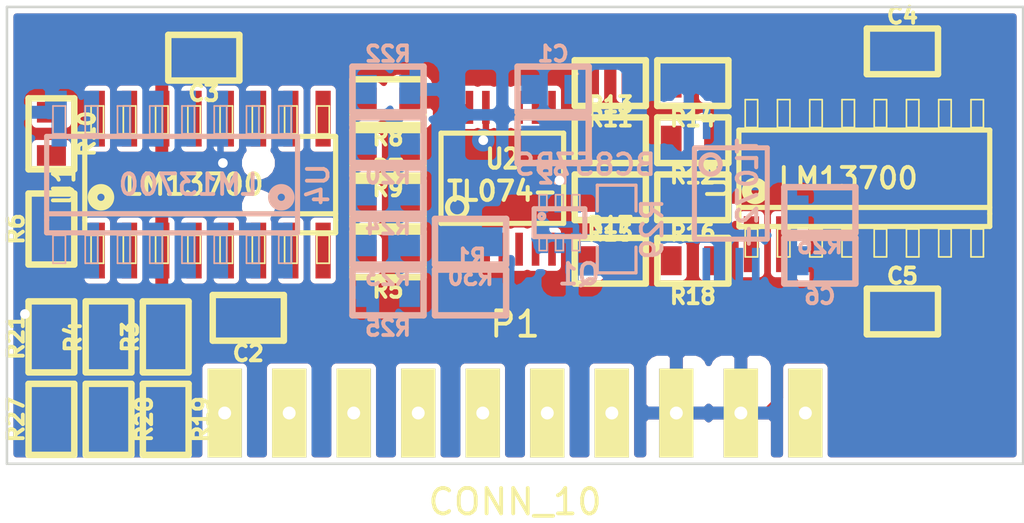
<source format=kicad_pcb>
(kicad_pcb (version 4) (host pcbnew "(2014-09-02 BZR 5112)-product")

  (general
    (links 105)
    (no_connects 84)
    (area 97.949999 82.949999 138.050001 101.050001)
    (thickness 1.6)
    (drawings 4)
    (tracks 37)
    (zones 0)
    (modules 43)
    (nets 42)
  )

  (page A3)
  (layers
    (0 F.Cu signal)
    (31 B.Cu signal)
    (32 B.Adhes user)
    (33 F.Adhes user)
    (34 B.Paste user)
    (35 F.Paste user)
    (36 B.SilkS user)
    (37 F.SilkS user)
    (38 B.Mask user)
    (39 F.Mask user)
    (40 Dwgs.User user)
    (41 Cmts.User user)
    (42 Eco1.User user)
    (43 Eco2.User user)
    (44 Edge.Cuts user)
  )

  (setup
    (last_trace_width 0.254)
    (trace_clearance 0.2032)
    (zone_clearance 0.2032)
    (zone_45_only no)
    (trace_min 0.254)
    (segment_width 0.2)
    (edge_width 0.1)
    (via_size 0.889)
    (via_drill 0.381)
    (via_min_size 0.889)
    (via_min_drill 0.381)
    (uvia_size 0.508)
    (uvia_drill 0.127)
    (uvias_allowed no)
    (uvia_min_size 0.508)
    (uvia_min_drill 0.127)
    (pcb_text_width 0.3)
    (pcb_text_size 1.5 1.5)
    (mod_edge_width 0.15)
    (mod_text_size 1 1)
    (mod_text_width 0.15)
    (pad_size 1.5 1.5)
    (pad_drill 0.6)
    (pad_to_mask_clearance 0)
    (aux_axis_origin 0 0)
    (visible_elements 7FFEF7FF)
    (pcbplotparams
      (layerselection 0x00030_80000001)
      (usegerberextensions true)
      (excludeedgelayer true)
      (linewidth 0.150000)
      (plotframeref false)
      (viasonmask false)
      (mode 1)
      (useauxorigin false)
      (hpglpennumber 1)
      (hpglpenspeed 20)
      (hpglpendiameter 15)
      (hpglpenoverlay 2)
      (psnegative false)
      (psa4output false)
      (plotreference true)
      (plotvalue true)
      (plotinvisibletext false)
      (padsonsilk false)
      (subtractmaskfromsilk false)
      (outputformat 1)
      (mirror false)
      (drillshape 1)
      (scaleselection 1)
      (outputdirectory ""))
  )

  (net 0 "")
  (net 1 +VCC)
  (net 2 -VCC)
  (net 3 GND)
  (net 4 Iabc)
  (net 5 OFFSET)
  (net 6 RES_CTRL)
  (net 7 VCA_CTRL)
  (net 8 VCA_OUT)
  (net 9 VCF_CTRL)
  (net 10 VCF_IN)
  (net 11 VCF_OUT)
  (net 12 "Net-(C1-Pad1)")
  (net 13 "Net-(C1-Pad2)")
  (net 14 "Net-(C2-Pad1)")
  (net 15 "Net-(C3-Pad1)")
  (net 16 "Net-(C4-Pad1)")
  (net 17 "Net-(C5-Pad1)")
  (net 18 "Net-(C6-Pad1)")
  (net 19 "Net-(Q1-Pad1)")
  (net 20 "Net-(R3-Pad2)")
  (net 21 "Net-(R5-Pad1)")
  (net 22 "Net-(R6-Pad1)")
  (net 23 "Net-(R7-Pad1)")
  (net 24 "Net-(R11-Pad2)")
  (net 25 "Net-(R10-Pad1)")
  (net 26 "Net-(R11-Pad1)")
  (net 27 "Net-(R13-Pad1)")
  (net 28 "Net-(R14-Pad1)")
  (net 29 "Net-(R15-Pad1)")
  (net 30 "Net-(R18-Pad1)")
  (net 31 "Net-(R19-Pad2)")
  (net 32 "Net-(R20-Pad1)")
  (net 33 "Net-(R21-Pad1)")
  (net 34 "Net-(R23-Pad1)")
  (net 35 "Net-(R25-Pad1)")
  (net 36 "Net-(U1-Pad2)")
  (net 37 "Net-(U1-Pad15)")
  (net 38 "Net-(U3-Pad2)")
  (net 39 "Net-(U3-Pad15)")
  (net 40 "Net-(U4-Pad2)")
  (net 41 "Net-(U4-Pad15)")

  (net_class Default "This is the default net class."
    (clearance 0.2032)
    (trace_width 0.254)
    (via_dia 0.889)
    (via_drill 0.381)
    (uvia_dia 0.508)
    (uvia_drill 0.127)
    (add_net +VCC)
    (add_net -VCC)
    (add_net GND)
    (add_net Iabc)
    (add_net "Net-(C1-Pad1)")
    (add_net "Net-(C1-Pad2)")
    (add_net "Net-(C2-Pad1)")
    (add_net "Net-(C3-Pad1)")
    (add_net "Net-(C4-Pad1)")
    (add_net "Net-(C5-Pad1)")
    (add_net "Net-(C6-Pad1)")
    (add_net "Net-(Q1-Pad1)")
    (add_net "Net-(R10-Pad1)")
    (add_net "Net-(R11-Pad1)")
    (add_net "Net-(R11-Pad2)")
    (add_net "Net-(R13-Pad1)")
    (add_net "Net-(R14-Pad1)")
    (add_net "Net-(R15-Pad1)")
    (add_net "Net-(R18-Pad1)")
    (add_net "Net-(R19-Pad2)")
    (add_net "Net-(R20-Pad1)")
    (add_net "Net-(R21-Pad1)")
    (add_net "Net-(R23-Pad1)")
    (add_net "Net-(R25-Pad1)")
    (add_net "Net-(R3-Pad2)")
    (add_net "Net-(R5-Pad1)")
    (add_net "Net-(R6-Pad1)")
    (add_net "Net-(R7-Pad1)")
    (add_net "Net-(U1-Pad15)")
    (add_net "Net-(U1-Pad2)")
    (add_net "Net-(U3-Pad15)")
    (add_net "Net-(U3-Pad2)")
    (add_net "Net-(U4-Pad15)")
    (add_net "Net-(U4-Pad2)")
    (add_net OFFSET)
    (add_net RES_CTRL)
    (add_net VCA_CTRL)
    (add_net VCA_OUT)
    (add_net VCF_CTRL)
    (add_net VCF_IN)
    (add_net VCF_OUT)
  )

  (module TSSOP8-JRL (layer B.Cu) (tedit 52EC3DDF) (tstamp 545A8249)
    (at 126.5 90.25)
    (path /52F068F8)
    (attr smd)
    (fp_text reference U5 (at 0 4.2) (layer B.SilkS) hide
      (effects (font (size 0.762 0.635) (thickness 0.15875)) (justify mirror))
    )
    (fp_text value TL072- (at 0.65 0.1 270) (layer B.SilkS)
      (effects (font (size 0.762 0.762) (thickness 0.16002)) (justify mirror))
    )
    (fp_line (start -1.43 1.9) (end 1.43 1.9) (layer B.SilkS) (width 0.2))
    (fp_line (start 1.43 1.9) (end 1.43 -1.7) (layer B.SilkS) (width 0.2))
    (fp_line (start 1.43 -1.7) (end -1.43 -1.7) (layer B.SilkS) (width 0.2))
    (fp_line (start -1.438 -1.678) (end -1.438 1.878) (layer B.SilkS) (width 0.2))
    (fp_circle (center -0.803 -1.043) (end -1.184 -1.043) (layer B.SilkS) (width 0.2))
    (pad 1 smd rect (at -0.9554 -2.694) (size 0.29972 1.30048) (layers B.Cu B.Paste B.Mask)
      (net 12 "Net-(C1-Pad1)"))
    (pad 2 smd rect (at -0.3204 -2.694) (size 0.29972 1.30048) (layers B.Cu B.Paste B.Mask)
      (net 13 "Net-(C1-Pad2)"))
    (pad 3 smd rect (at 0.34 -2.694) (size 0.29972 1.30048) (layers B.Cu B.Paste B.Mask)
      (net 3 GND))
    (pad 4 smd rect (at 0.975 -2.694) (size 0.29972 1.30048) (layers B.Cu B.Paste B.Mask)
      (net 2 -VCC))
    (pad 5 smd rect (at 0.975 2.894) (size 0.29972 1.30048) (layers B.Cu B.Paste B.Mask)
      (net 18 "Net-(C6-Pad1)"))
    (pad 6 smd rect (at 0.3273 2.894) (size 0.29972 1.30048) (layers B.Cu B.Paste B.Mask)
      (net 8 VCA_OUT))
    (pad 7 smd rect (at -0.3204 2.894) (size 0.29972 1.30048) (layers B.Cu B.Paste B.Mask)
      (net 8 VCA_OUT))
    (pad 8 smd rect (at -0.9681 2.894) (size 0.29972 1.30048) (layers B.Cu B.Paste B.Mask)
      (net 1 +VCC))
    (model smd\smd_dil\tssop-14.wrl
      (at (xyz 0 0 0))
      (scale (xyz 1 1 1))
      (rotate (xyz 0 0 0))
    )
  )

  (module TSSOP14 (layer F.Cu) (tedit 4E43F187) (tstamp 545AE0DA)
    (at 117.5 89.75)
    (path /52F05884)
    (attr smd)
    (fp_text reference U2 (at 0 -0.762) (layer F.SilkS)
      (effects (font (size 0.762 0.635) (thickness 0.16002)))
    )
    (fp_text value TL074- (at 0 0.508) (layer F.SilkS)
      (effects (font (size 0.762 0.762) (thickness 0.16002)))
    )
    (fp_line (start -2.413 -1.778) (end 2.413 -1.778) (layer F.SilkS) (width 0.2032))
    (fp_line (start 2.413 -1.778) (end 2.413 1.778) (layer F.SilkS) (width 0.2032))
    (fp_line (start 2.413 1.778) (end -2.413 1.778) (layer F.SilkS) (width 0.2032))
    (fp_line (start -2.413 1.778) (end -2.413 -1.778) (layer F.SilkS) (width 0.2032))
    (fp_circle (center -1.778 1.143) (end -2.159 1.143) (layer F.SilkS) (width 0.2032))
    (pad 1 smd rect (at -1.9304 2.794) (size 0.29972 1.30048) (layers F.Cu F.Paste F.Mask)
      (net 21 "Net-(R5-Pad1)"))
    (pad 2 smd rect (at -1.2954 2.794) (size 0.29972 1.30048) (layers F.Cu F.Paste F.Mask)
      (net 21 "Net-(R5-Pad1)"))
    (pad 3 smd rect (at -0.635 2.794) (size 0.29972 1.30048) (layers F.Cu F.Paste F.Mask)
      (net 14 "Net-(C2-Pad1)"))
    (pad 4 smd rect (at 0 2.794) (size 0.29972 1.30048) (layers F.Cu F.Paste F.Mask)
      (net 1 +VCC))
    (pad 5 smd rect (at 0.6604 2.794) (size 0.29972 1.30048) (layers F.Cu F.Paste F.Mask)
      (net 17 "Net-(C5-Pad1)"))
    (pad 6 smd rect (at 1.3081 2.794) (size 0.29972 1.30048) (layers F.Cu F.Paste F.Mask)
      (net 11 VCF_OUT))
    (pad 7 smd rect (at 1.9558 2.794) (size 0.29972 1.30048) (layers F.Cu F.Paste F.Mask)
      (net 11 VCF_OUT))
    (pad 8 smd rect (at 1.9558 -2.794) (size 0.29972 1.30048) (layers F.Cu F.Paste F.Mask)
      (net 27 "Net-(R13-Pad1)"))
    (pad 9 smd rect (at 1.3081 -2.794) (size 0.29972 1.30048) (layers F.Cu F.Paste F.Mask)
      (net 27 "Net-(R13-Pad1)"))
    (pad 10 smd rect (at 0.6604 -2.794) (size 0.29972 1.30048) (layers F.Cu F.Paste F.Mask)
      (net 16 "Net-(C4-Pad1)"))
    (pad 11 smd rect (at 0 -2.794) (size 0.29972 1.30048) (layers F.Cu F.Paste F.Mask)
      (net 2 -VCC))
    (pad 12 smd rect (at -0.6477 -2.794) (size 0.29972 1.30048) (layers F.Cu F.Paste F.Mask)
      (net 15 "Net-(C3-Pad1)"))
    (pad 13 smd rect (at -1.2954 -2.794) (size 0.29972 1.30048) (layers F.Cu F.Paste F.Mask)
      (net 24 "Net-(R11-Pad2)"))
    (pad 14 smd rect (at -1.9431 -2.794) (size 0.29972 1.30048) (layers F.Cu F.Paste F.Mask)
      (net 24 "Net-(R11-Pad2)"))
    (model smd\smd_dil\tssop-14.wrl
      (at (xyz 0 0 0))
      (scale (xyz 1 1 1))
      (rotate (xyz 0 0 0))
    )
  )

  (module SOT363-JRL (layer B.Cu) (tedit 512395CF) (tstamp 545A8287)
    (at 119.75 91.5)
    (descr "SMALL OUTLINE TRANSISTOR; 6 LEADS")
    (tags "SMALL OUTLINE TRANSISTOR; 6 LEADS")
    (path /52F06E0A)
    (attr smd)
    (fp_text reference Q1 (at 0.762 2.032) (layer B.SilkS)
      (effects (font (size 0.8128 0.8128) (thickness 0.1524)) (justify mirror))
    )
    (fp_text value BC857BS (at 1.016 -2.286) (layer B.SilkS)
      (effects (font (size 0.8128 0.8128) (thickness 0.1524)) (justify mirror))
    )
    (fp_line (start -0.79756 -1.09982) (end -0.49784 -1.09982) (layer B.SilkS) (width 0.06604))
    (fp_line (start -0.49784 -1.09982) (end -0.49784 -0.59944) (layer B.SilkS) (width 0.06604))
    (fp_line (start -0.79756 -0.59944) (end -0.49784 -0.59944) (layer B.SilkS) (width 0.06604))
    (fp_line (start -0.79756 -1.09982) (end -0.79756 -0.59944) (layer B.SilkS) (width 0.06604))
    (fp_line (start -0.14986 -1.09982) (end 0.14986 -1.09982) (layer B.SilkS) (width 0.06604))
    (fp_line (start 0.14986 -1.09982) (end 0.14986 -0.59944) (layer B.SilkS) (width 0.06604))
    (fp_line (start -0.14986 -0.59944) (end 0.14986 -0.59944) (layer B.SilkS) (width 0.06604))
    (fp_line (start -0.14986 -1.09982) (end -0.14986 -0.59944) (layer B.SilkS) (width 0.06604))
    (fp_line (start 0.49784 -1.09982) (end 0.79756 -1.09982) (layer B.SilkS) (width 0.06604))
    (fp_line (start 0.79756 -1.09982) (end 0.79756 -0.59944) (layer B.SilkS) (width 0.06604))
    (fp_line (start 0.49784 -0.59944) (end 0.79756 -0.59944) (layer B.SilkS) (width 0.06604))
    (fp_line (start 0.49784 -1.09982) (end 0.49784 -0.59944) (layer B.SilkS) (width 0.06604))
    (fp_line (start 0.49784 0.59944) (end 0.79756 0.59944) (layer B.SilkS) (width 0.06604))
    (fp_line (start 0.79756 0.59944) (end 0.79756 1.09982) (layer B.SilkS) (width 0.06604))
    (fp_line (start 0.49784 1.09982) (end 0.79756 1.09982) (layer B.SilkS) (width 0.06604))
    (fp_line (start 0.49784 0.59944) (end 0.49784 1.09982) (layer B.SilkS) (width 0.06604))
    (fp_line (start -0.14986 0.59944) (end 0.14986 0.59944) (layer B.SilkS) (width 0.06604))
    (fp_line (start 0.14986 0.59944) (end 0.14986 1.09982) (layer B.SilkS) (width 0.06604))
    (fp_line (start -0.14986 1.09982) (end 0.14986 1.09982) (layer B.SilkS) (width 0.06604))
    (fp_line (start -0.14986 0.59944) (end -0.14986 1.09982) (layer B.SilkS) (width 0.06604))
    (fp_line (start -0.79756 0.59944) (end -0.49784 0.59944) (layer B.SilkS) (width 0.06604))
    (fp_line (start -0.49784 0.59944) (end -0.49784 1.09982) (layer B.SilkS) (width 0.06604))
    (fp_line (start -0.79756 1.09982) (end -0.49784 1.09982) (layer B.SilkS) (width 0.06604))
    (fp_line (start -0.79756 0.59944) (end -0.79756 1.09982) (layer B.SilkS) (width 0.06604))
    (fp_line (start -0.99822 0.54864) (end 0.99822 0.54864) (layer B.SilkS) (width 0.2032))
    (fp_line (start 0.99822 0.54864) (end 0.99822 -0.54864) (layer B.SilkS) (width 0.2032))
    (fp_line (start 0.99822 -0.54864) (end -0.99822 -0.54864) (layer B.SilkS) (width 0.2032))
    (fp_line (start -0.99822 -0.54864) (end -0.99822 0.54864) (layer B.SilkS) (width 0.2032))
    (fp_circle (center -0.6985 -0.24892) (end -0.77216 -0.32258) (layer B.SilkS) (width 0.1524))
    (pad 1 smd rect (at -0.6477 -0.79756) (size 0.39878 0.79756) (layers B.Cu B.Paste B.Mask)
      (net 19 "Net-(Q1-Pad1)"))
    (pad 2 smd rect (at 0 -0.79756) (size 0.39878 0.79756) (layers B.Cu B.Paste B.Mask)
      (net 3 GND))
    (pad 3 smd rect (at 0.6477 -0.79756) (size 0.39878 0.79756) (layers B.Cu B.Paste B.Mask)
      (net 4 Iabc))
    (pad 4 smd rect (at 0.6477 0.79756) (size 0.39878 0.79756) (layers B.Cu B.Paste B.Mask)
      (net 19 "Net-(Q1-Pad1)"))
    (pad 5 smd rect (at 0 0.79756) (size 0.39878 0.79756) (layers B.Cu B.Paste B.Mask)
      (net 9 VCF_CTRL))
    (pad 6 smd rect (at -0.6477 0.79756) (size 0.39878 0.79756) (layers B.Cu B.Paste B.Mask)
      (net 13 "Net-(C1-Pad2)"))
  )

  (module SO16-JRL (layer F.Cu) (tedit 52805EFF) (tstamp 545AE1B5)
    (at 106 90)
    (descr "SMALL OUTLINE INTEGRATED CIRCUIT")
    (tags "SMALL OUTLINE INTEGRATED CIRCUIT")
    (path /52F056B5)
    (attr smd)
    (fp_text reference U1 (at -5.75 0 90) (layer F.SilkS)
      (effects (font (size 0.8128 0.8128) (thickness 0.1524)))
    )
    (fp_text value LM13700 (at -0.635 0) (layer F.SilkS)
      (effects (font (size 0.8128 0.8128) (thickness 0.1524)))
    )
    (fp_circle (center -4.3 0.5) (end -4.2 0.6) (layer F.SilkS) (width 0.381))
    (fp_line (start -4.68884 3.0988) (end -4.19862 3.0988) (layer F.SilkS) (width 0.06604))
    (fp_line (start -4.19862 3.0988) (end -4.19862 1.99898) (layer F.SilkS) (width 0.06604))
    (fp_line (start -4.68884 1.99898) (end -4.19862 1.99898) (layer F.SilkS) (width 0.06604))
    (fp_line (start -4.68884 3.0988) (end -4.68884 1.99898) (layer F.SilkS) (width 0.06604))
    (fp_line (start -3.41884 3.0988) (end -2.92862 3.0988) (layer F.SilkS) (width 0.06604))
    (fp_line (start -2.92862 3.0988) (end -2.92862 1.99898) (layer F.SilkS) (width 0.06604))
    (fp_line (start -3.41884 1.99898) (end -2.92862 1.99898) (layer F.SilkS) (width 0.06604))
    (fp_line (start -3.41884 3.0988) (end -3.41884 1.99898) (layer F.SilkS) (width 0.06604))
    (fp_line (start -2.14884 3.0988) (end -1.65862 3.0988) (layer F.SilkS) (width 0.06604))
    (fp_line (start -1.65862 3.0988) (end -1.65862 1.99898) (layer F.SilkS) (width 0.06604))
    (fp_line (start -2.14884 1.99898) (end -1.65862 1.99898) (layer F.SilkS) (width 0.06604))
    (fp_line (start -2.14884 3.0988) (end -2.14884 1.99898) (layer F.SilkS) (width 0.06604))
    (fp_line (start -0.87884 3.0988) (end -0.38862 3.0988) (layer F.SilkS) (width 0.06604))
    (fp_line (start -0.38862 3.0988) (end -0.38862 1.99898) (layer F.SilkS) (width 0.06604))
    (fp_line (start -0.87884 1.99898) (end -0.38862 1.99898) (layer F.SilkS) (width 0.06604))
    (fp_line (start -0.87884 3.0988) (end -0.87884 1.99898) (layer F.SilkS) (width 0.06604))
    (fp_line (start 1.65862 -1.99898) (end 2.14884 -1.99898) (layer F.SilkS) (width 0.06604))
    (fp_line (start 2.14884 -1.99898) (end 2.14884 -3.0988) (layer F.SilkS) (width 0.06604))
    (fp_line (start 1.65862 -3.0988) (end 2.14884 -3.0988) (layer F.SilkS) (width 0.06604))
    (fp_line (start 1.65862 -1.99898) (end 1.65862 -3.0988) (layer F.SilkS) (width 0.06604))
    (fp_line (start 0.38862 -1.99898) (end 0.87884 -1.99898) (layer F.SilkS) (width 0.06604))
    (fp_line (start 0.87884 -1.99898) (end 0.87884 -3.0988) (layer F.SilkS) (width 0.06604))
    (fp_line (start 0.38862 -3.0988) (end 0.87884 -3.0988) (layer F.SilkS) (width 0.06604))
    (fp_line (start 0.38862 -1.99898) (end 0.38862 -3.0988) (layer F.SilkS) (width 0.06604))
    (fp_line (start -0.87884 -1.99898) (end -0.38862 -1.99898) (layer F.SilkS) (width 0.06604))
    (fp_line (start -0.38862 -1.99898) (end -0.38862 -3.0988) (layer F.SilkS) (width 0.06604))
    (fp_line (start -0.87884 -3.0988) (end -0.38862 -3.0988) (layer F.SilkS) (width 0.06604))
    (fp_line (start -0.87884 -1.99898) (end -0.87884 -3.0988) (layer F.SilkS) (width 0.06604))
    (fp_line (start -2.14884 -1.99898) (end -1.65862 -1.99898) (layer F.SilkS) (width 0.06604))
    (fp_line (start -1.65862 -1.99898) (end -1.65862 -3.0988) (layer F.SilkS) (width 0.06604))
    (fp_line (start -2.14884 -3.0988) (end -1.65862 -3.0988) (layer F.SilkS) (width 0.06604))
    (fp_line (start -2.14884 -1.99898) (end -2.14884 -3.0988) (layer F.SilkS) (width 0.06604))
    (fp_line (start 0.38862 3.0988) (end 0.87884 3.0988) (layer F.SilkS) (width 0.06604))
    (fp_line (start 0.87884 3.0988) (end 0.87884 1.99898) (layer F.SilkS) (width 0.06604))
    (fp_line (start 0.38862 1.99898) (end 0.87884 1.99898) (layer F.SilkS) (width 0.06604))
    (fp_line (start 0.38862 3.0988) (end 0.38862 1.99898) (layer F.SilkS) (width 0.06604))
    (fp_line (start 1.65862 3.0988) (end 2.14884 3.0988) (layer F.SilkS) (width 0.06604))
    (fp_line (start 2.14884 3.0988) (end 2.14884 1.99898) (layer F.SilkS) (width 0.06604))
    (fp_line (start 1.65862 1.99898) (end 2.14884 1.99898) (layer F.SilkS) (width 0.06604))
    (fp_line (start 1.65862 3.0988) (end 1.65862 1.99898) (layer F.SilkS) (width 0.06604))
    (fp_line (start 2.92862 3.0988) (end 3.41884 3.0988) (layer F.SilkS) (width 0.06604))
    (fp_line (start 3.41884 3.0988) (end 3.41884 1.99898) (layer F.SilkS) (width 0.06604))
    (fp_line (start 2.92862 1.99898) (end 3.41884 1.99898) (layer F.SilkS) (width 0.06604))
    (fp_line (start 2.92862 3.0988) (end 2.92862 1.99898) (layer F.SilkS) (width 0.06604))
    (fp_line (start 4.19862 3.0988) (end 4.68884 3.0988) (layer F.SilkS) (width 0.06604))
    (fp_line (start 4.68884 3.0988) (end 4.68884 1.99898) (layer F.SilkS) (width 0.06604))
    (fp_line (start 4.19862 1.99898) (end 4.68884 1.99898) (layer F.SilkS) (width 0.06604))
    (fp_line (start 4.19862 3.0988) (end 4.19862 1.99898) (layer F.SilkS) (width 0.06604))
    (fp_line (start 4.19862 -1.99898) (end 4.68884 -1.99898) (layer F.SilkS) (width 0.06604))
    (fp_line (start 4.68884 -1.99898) (end 4.68884 -3.0988) (layer F.SilkS) (width 0.06604))
    (fp_line (start 4.19862 -3.0988) (end 4.68884 -3.0988) (layer F.SilkS) (width 0.06604))
    (fp_line (start 4.19862 -1.99898) (end 4.19862 -3.0988) (layer F.SilkS) (width 0.06604))
    (fp_line (start 2.92862 -1.99898) (end 3.41884 -1.99898) (layer F.SilkS) (width 0.06604))
    (fp_line (start 3.41884 -1.99898) (end 3.41884 -3.0988) (layer F.SilkS) (width 0.06604))
    (fp_line (start 2.92862 -3.0988) (end 3.41884 -3.0988) (layer F.SilkS) (width 0.06604))
    (fp_line (start 2.92862 -1.99898) (end 2.92862 -3.0988) (layer F.SilkS) (width 0.06604))
    (fp_line (start -3.41884 -1.99898) (end -2.92862 -1.99898) (layer F.SilkS) (width 0.06604))
    (fp_line (start -2.92862 -1.99898) (end -2.92862 -3.0988) (layer F.SilkS) (width 0.06604))
    (fp_line (start -3.41884 -3.0988) (end -2.92862 -3.0988) (layer F.SilkS) (width 0.06604))
    (fp_line (start -3.41884 -1.99898) (end -3.41884 -3.0988) (layer F.SilkS) (width 0.06604))
    (fp_line (start -4.68884 -1.99898) (end -4.19862 -1.99898) (layer F.SilkS) (width 0.06604))
    (fp_line (start -4.19862 -1.99898) (end -4.19862 -3.0988) (layer F.SilkS) (width 0.06604))
    (fp_line (start -4.68884 -3.0988) (end -4.19862 -3.0988) (layer F.SilkS) (width 0.06604))
    (fp_line (start -4.68884 -1.99898) (end -4.68884 -3.0988) (layer F.SilkS) (width 0.06604))
    (fp_line (start 4.93776 1.89992) (end -4.93776 1.89992) (layer F.SilkS) (width 0.2032))
    (fp_line (start -4.93776 1.89992) (end -4.93776 1.39954) (layer F.SilkS) (width 0.2032))
    (fp_line (start -4.93776 1.39954) (end -4.93776 -1.89992) (layer F.SilkS) (width 0.2032))
    (fp_line (start -4.93776 -1.89992) (end 4.93776 -1.89992) (layer F.SilkS) (width 0.2032))
    (fp_line (start 4.93776 1.14954) (end -4.93776 1.14954) (layer F.SilkS) (width 0.2032))
    (fp_line (start 4.93776 -1.89992) (end 4.93776 1.39954) (layer F.SilkS) (width 0.2032))
    (fp_line (start 4.93776 1.39954) (end 4.93776 1.89992) (layer F.SilkS) (width 0.2032))
    (pad 1 smd rect (at -4.445 2.59842) (size 0.59944 2.19964) (layers F.Cu F.Paste F.Mask)
      (net 22 "Net-(R6-Pad1)"))
    (pad 2 smd rect (at -3.175 2.59842) (size 0.59944 2.19964) (layers F.Cu F.Paste F.Mask)
      (net 36 "Net-(U1-Pad2)"))
    (pad 3 smd rect (at -1.905 2.59842) (size 0.59944 2.19964) (layers F.Cu F.Paste F.Mask)
      (net 3 GND))
    (pad 4 smd rect (at -0.635 2.59842) (size 0.59944 2.19964) (layers F.Cu F.Paste F.Mask)
      (net 20 "Net-(R3-Pad2)"))
    (pad 5 smd rect (at 0.635 2.59842) (size 0.59944 2.19964) (layers F.Cu F.Paste F.Mask)
      (net 14 "Net-(C2-Pad1)"))
    (pad 6 smd rect (at 1.905 2.59842) (size 0.59944 2.19964) (layers F.Cu F.Paste F.Mask)
      (net 2 -VCC))
    (pad 7 smd rect (at 3.175 2.59842) (size 0.59944 2.19964) (layers F.Cu F.Paste F.Mask))
    (pad 8 smd rect (at 4.445 2.59842) (size 0.59944 2.19964) (layers F.Cu F.Paste F.Mask))
    (pad 9 smd rect (at 4.445 -2.59842) (size 0.59944 2.19964) (layers F.Cu F.Paste F.Mask))
    (pad 10 smd rect (at 3.175 -2.59842) (size 0.59944 2.19964) (layers F.Cu F.Paste F.Mask))
    (pad 11 smd rect (at 1.905 -2.59842) (size 0.59944 2.19964) (layers F.Cu F.Paste F.Mask)
      (net 1 +VCC))
    (pad 12 smd rect (at 0.635 -2.59842) (size 0.59944 2.19964) (layers F.Cu F.Paste F.Mask)
      (net 15 "Net-(C3-Pad1)"))
    (pad 13 smd rect (at -0.635 -2.59842) (size 0.59944 2.19964) (layers F.Cu F.Paste F.Mask)
      (net 23 "Net-(R7-Pad1)"))
    (pad 14 smd rect (at -1.905 -2.59842) (size 0.59944 2.19964) (layers F.Cu F.Paste F.Mask)
      (net 3 GND))
    (pad 15 smd rect (at -3.175 -2.59842) (size 0.59944 2.19964) (layers F.Cu F.Paste F.Mask)
      (net 37 "Net-(U1-Pad15)"))
    (pad 16 smd rect (at -4.445 -2.59842) (size 0.59944 2.19964) (layers F.Cu F.Paste F.Mask)
      (net 25 "Net-(R10-Pad1)"))
  )

  (module SO16-JRL (layer B.Cu) (tedit 52805EFF) (tstamp 545C4EDA)
    (at 104.5 90 180)
    (descr "SMALL OUTLINE INTEGRATED CIRCUIT")
    (tags "SMALL OUTLINE INTEGRATED CIRCUIT")
    (path /52F05C07)
    (attr smd)
    (fp_text reference U4 (at -5.75 0 450) (layer B.SilkS)
      (effects (font (size 0.8128 0.8128) (thickness 0.1524)) (justify mirror))
    )
    (fp_text value LM13700 (at -0.635 0 180) (layer B.SilkS)
      (effects (font (size 0.8128 0.8128) (thickness 0.1524)) (justify mirror))
    )
    (fp_circle (center -4.3 -0.5) (end -4.2 -0.6) (layer B.SilkS) (width 0.381))
    (fp_line (start -4.68884 -3.0988) (end -4.19862 -3.0988) (layer B.SilkS) (width 0.06604))
    (fp_line (start -4.19862 -3.0988) (end -4.19862 -1.99898) (layer B.SilkS) (width 0.06604))
    (fp_line (start -4.68884 -1.99898) (end -4.19862 -1.99898) (layer B.SilkS) (width 0.06604))
    (fp_line (start -4.68884 -3.0988) (end -4.68884 -1.99898) (layer B.SilkS) (width 0.06604))
    (fp_line (start -3.41884 -3.0988) (end -2.92862 -3.0988) (layer B.SilkS) (width 0.06604))
    (fp_line (start -2.92862 -3.0988) (end -2.92862 -1.99898) (layer B.SilkS) (width 0.06604))
    (fp_line (start -3.41884 -1.99898) (end -2.92862 -1.99898) (layer B.SilkS) (width 0.06604))
    (fp_line (start -3.41884 -3.0988) (end -3.41884 -1.99898) (layer B.SilkS) (width 0.06604))
    (fp_line (start -2.14884 -3.0988) (end -1.65862 -3.0988) (layer B.SilkS) (width 0.06604))
    (fp_line (start -1.65862 -3.0988) (end -1.65862 -1.99898) (layer B.SilkS) (width 0.06604))
    (fp_line (start -2.14884 -1.99898) (end -1.65862 -1.99898) (layer B.SilkS) (width 0.06604))
    (fp_line (start -2.14884 -3.0988) (end -2.14884 -1.99898) (layer B.SilkS) (width 0.06604))
    (fp_line (start -0.87884 -3.0988) (end -0.38862 -3.0988) (layer B.SilkS) (width 0.06604))
    (fp_line (start -0.38862 -3.0988) (end -0.38862 -1.99898) (layer B.SilkS) (width 0.06604))
    (fp_line (start -0.87884 -1.99898) (end -0.38862 -1.99898) (layer B.SilkS) (width 0.06604))
    (fp_line (start -0.87884 -3.0988) (end -0.87884 -1.99898) (layer B.SilkS) (width 0.06604))
    (fp_line (start 1.65862 1.99898) (end 2.14884 1.99898) (layer B.SilkS) (width 0.06604))
    (fp_line (start 2.14884 1.99898) (end 2.14884 3.0988) (layer B.SilkS) (width 0.06604))
    (fp_line (start 1.65862 3.0988) (end 2.14884 3.0988) (layer B.SilkS) (width 0.06604))
    (fp_line (start 1.65862 1.99898) (end 1.65862 3.0988) (layer B.SilkS) (width 0.06604))
    (fp_line (start 0.38862 1.99898) (end 0.87884 1.99898) (layer B.SilkS) (width 0.06604))
    (fp_line (start 0.87884 1.99898) (end 0.87884 3.0988) (layer B.SilkS) (width 0.06604))
    (fp_line (start 0.38862 3.0988) (end 0.87884 3.0988) (layer B.SilkS) (width 0.06604))
    (fp_line (start 0.38862 1.99898) (end 0.38862 3.0988) (layer B.SilkS) (width 0.06604))
    (fp_line (start -0.87884 1.99898) (end -0.38862 1.99898) (layer B.SilkS) (width 0.06604))
    (fp_line (start -0.38862 1.99898) (end -0.38862 3.0988) (layer B.SilkS) (width 0.06604))
    (fp_line (start -0.87884 3.0988) (end -0.38862 3.0988) (layer B.SilkS) (width 0.06604))
    (fp_line (start -0.87884 1.99898) (end -0.87884 3.0988) (layer B.SilkS) (width 0.06604))
    (fp_line (start -2.14884 1.99898) (end -1.65862 1.99898) (layer B.SilkS) (width 0.06604))
    (fp_line (start -1.65862 1.99898) (end -1.65862 3.0988) (layer B.SilkS) (width 0.06604))
    (fp_line (start -2.14884 3.0988) (end -1.65862 3.0988) (layer B.SilkS) (width 0.06604))
    (fp_line (start -2.14884 1.99898) (end -2.14884 3.0988) (layer B.SilkS) (width 0.06604))
    (fp_line (start 0.38862 -3.0988) (end 0.87884 -3.0988) (layer B.SilkS) (width 0.06604))
    (fp_line (start 0.87884 -3.0988) (end 0.87884 -1.99898) (layer B.SilkS) (width 0.06604))
    (fp_line (start 0.38862 -1.99898) (end 0.87884 -1.99898) (layer B.SilkS) (width 0.06604))
    (fp_line (start 0.38862 -3.0988) (end 0.38862 -1.99898) (layer B.SilkS) (width 0.06604))
    (fp_line (start 1.65862 -3.0988) (end 2.14884 -3.0988) (layer B.SilkS) (width 0.06604))
    (fp_line (start 2.14884 -3.0988) (end 2.14884 -1.99898) (layer B.SilkS) (width 0.06604))
    (fp_line (start 1.65862 -1.99898) (end 2.14884 -1.99898) (layer B.SilkS) (width 0.06604))
    (fp_line (start 1.65862 -3.0988) (end 1.65862 -1.99898) (layer B.SilkS) (width 0.06604))
    (fp_line (start 2.92862 -3.0988) (end 3.41884 -3.0988) (layer B.SilkS) (width 0.06604))
    (fp_line (start 3.41884 -3.0988) (end 3.41884 -1.99898) (layer B.SilkS) (width 0.06604))
    (fp_line (start 2.92862 -1.99898) (end 3.41884 -1.99898) (layer B.SilkS) (width 0.06604))
    (fp_line (start 2.92862 -3.0988) (end 2.92862 -1.99898) (layer B.SilkS) (width 0.06604))
    (fp_line (start 4.19862 -3.0988) (end 4.68884 -3.0988) (layer B.SilkS) (width 0.06604))
    (fp_line (start 4.68884 -3.0988) (end 4.68884 -1.99898) (layer B.SilkS) (width 0.06604))
    (fp_line (start 4.19862 -1.99898) (end 4.68884 -1.99898) (layer B.SilkS) (width 0.06604))
    (fp_line (start 4.19862 -3.0988) (end 4.19862 -1.99898) (layer B.SilkS) (width 0.06604))
    (fp_line (start 4.19862 1.99898) (end 4.68884 1.99898) (layer B.SilkS) (width 0.06604))
    (fp_line (start 4.68884 1.99898) (end 4.68884 3.0988) (layer B.SilkS) (width 0.06604))
    (fp_line (start 4.19862 3.0988) (end 4.68884 3.0988) (layer B.SilkS) (width 0.06604))
    (fp_line (start 4.19862 1.99898) (end 4.19862 3.0988) (layer B.SilkS) (width 0.06604))
    (fp_line (start 2.92862 1.99898) (end 3.41884 1.99898) (layer B.SilkS) (width 0.06604))
    (fp_line (start 3.41884 1.99898) (end 3.41884 3.0988) (layer B.SilkS) (width 0.06604))
    (fp_line (start 2.92862 3.0988) (end 3.41884 3.0988) (layer B.SilkS) (width 0.06604))
    (fp_line (start 2.92862 1.99898) (end 2.92862 3.0988) (layer B.SilkS) (width 0.06604))
    (fp_line (start -3.41884 1.99898) (end -2.92862 1.99898) (layer B.SilkS) (width 0.06604))
    (fp_line (start -2.92862 1.99898) (end -2.92862 3.0988) (layer B.SilkS) (width 0.06604))
    (fp_line (start -3.41884 3.0988) (end -2.92862 3.0988) (layer B.SilkS) (width 0.06604))
    (fp_line (start -3.41884 1.99898) (end -3.41884 3.0988) (layer B.SilkS) (width 0.06604))
    (fp_line (start -4.68884 1.99898) (end -4.19862 1.99898) (layer B.SilkS) (width 0.06604))
    (fp_line (start -4.19862 1.99898) (end -4.19862 3.0988) (layer B.SilkS) (width 0.06604))
    (fp_line (start -4.68884 3.0988) (end -4.19862 3.0988) (layer B.SilkS) (width 0.06604))
    (fp_line (start -4.68884 1.99898) (end -4.68884 3.0988) (layer B.SilkS) (width 0.06604))
    (fp_line (start 4.93776 -1.89992) (end -4.93776 -1.89992) (layer B.SilkS) (width 0.2032))
    (fp_line (start -4.93776 -1.89992) (end -4.93776 -1.39954) (layer B.SilkS) (width 0.2032))
    (fp_line (start -4.93776 -1.39954) (end -4.93776 1.89992) (layer B.SilkS) (width 0.2032))
    (fp_line (start -4.93776 1.89992) (end 4.93776 1.89992) (layer B.SilkS) (width 0.2032))
    (fp_line (start 4.93776 -1.14954) (end -4.93776 -1.14954) (layer B.SilkS) (width 0.2032))
    (fp_line (start 4.93776 1.89992) (end 4.93776 -1.39954) (layer B.SilkS) (width 0.2032))
    (fp_line (start 4.93776 -1.39954) (end 4.93776 -1.89992) (layer B.SilkS) (width 0.2032))
    (pad 1 smd rect (at -4.445 -2.59842 180) (size 0.59944 2.19964) (layers B.Cu B.Paste B.Mask)
      (net 7 VCA_CTRL))
    (pad 2 smd rect (at -3.175 -2.59842 180) (size 0.59944 2.19964) (layers B.Cu B.Paste B.Mask)
      (net 40 "Net-(U4-Pad2)"))
    (pad 3 smd rect (at -1.905 -2.59842 180) (size 0.59944 2.19964) (layers B.Cu B.Paste B.Mask)
      (net 35 "Net-(R25-Pad1)"))
    (pad 4 smd rect (at -0.635 -2.59842 180) (size 0.59944 2.19964) (layers B.Cu B.Paste B.Mask)
      (net 34 "Net-(R23-Pad1)"))
    (pad 5 smd rect (at 0.635 -2.59842 180) (size 0.59944 2.19964) (layers B.Cu B.Paste B.Mask)
      (net 18 "Net-(C6-Pad1)"))
    (pad 6 smd rect (at 1.905 -2.59842 180) (size 0.59944 2.19964) (layers B.Cu B.Paste B.Mask)
      (net 2 -VCC))
    (pad 7 smd rect (at 3.175 -2.59842 180) (size 0.59944 2.19964) (layers B.Cu B.Paste B.Mask))
    (pad 8 smd rect (at 4.445 -2.59842 180) (size 0.59944 2.19964) (layers B.Cu B.Paste B.Mask))
    (pad 9 smd rect (at 4.445 2.59842 180) (size 0.59944 2.19964) (layers B.Cu B.Paste B.Mask))
    (pad 10 smd rect (at 3.175 2.59842 180) (size 0.59944 2.19964) (layers B.Cu B.Paste B.Mask))
    (pad 11 smd rect (at 1.905 2.59842 180) (size 0.59944 2.19964) (layers B.Cu B.Paste B.Mask)
      (net 1 +VCC))
    (pad 12 smd rect (at 0.635 2.59842 180) (size 0.59944 2.19964) (layers B.Cu B.Paste B.Mask)
      (net 20 "Net-(R3-Pad2)"))
    (pad 13 smd rect (at -0.635 2.59842 180) (size 0.59944 2.19964) (layers B.Cu B.Paste B.Mask)
      (net 32 "Net-(R20-Pad1)"))
    (pad 14 smd rect (at -1.905 2.59842 180) (size 0.59944 2.19964) (layers B.Cu B.Paste B.Mask)
      (net 33 "Net-(R21-Pad1)"))
    (pad 15 smd rect (at -3.175 2.59842 180) (size 0.59944 2.19964) (layers B.Cu B.Paste B.Mask)
      (net 41 "Net-(U4-Pad15)"))
    (pad 16 smd rect (at -4.445 2.59842 180) (size 0.59944 2.19964) (layers B.Cu B.Paste B.Mask)
      (net 6 RES_CTRL))
  )

  (module SO16-JRL (layer F.Cu) (tedit 52805EFF) (tstamp 545AE137)
    (at 131.75 89.75)
    (descr "SMALL OUTLINE INTEGRATED CIRCUIT")
    (tags "SMALL OUTLINE INTEGRATED CIRCUIT")
    (path /52F05A42)
    (attr smd)
    (fp_text reference U3 (at -5.75 0 90) (layer F.SilkS)
      (effects (font (size 0.8128 0.8128) (thickness 0.1524)))
    )
    (fp_text value LM13700 (at -0.635 0) (layer F.SilkS)
      (effects (font (size 0.8128 0.8128) (thickness 0.1524)))
    )
    (fp_circle (center -4.3 0.5) (end -4.2 0.6) (layer F.SilkS) (width 0.381))
    (fp_line (start -4.68884 3.0988) (end -4.19862 3.0988) (layer F.SilkS) (width 0.06604))
    (fp_line (start -4.19862 3.0988) (end -4.19862 1.99898) (layer F.SilkS) (width 0.06604))
    (fp_line (start -4.68884 1.99898) (end -4.19862 1.99898) (layer F.SilkS) (width 0.06604))
    (fp_line (start -4.68884 3.0988) (end -4.68884 1.99898) (layer F.SilkS) (width 0.06604))
    (fp_line (start -3.41884 3.0988) (end -2.92862 3.0988) (layer F.SilkS) (width 0.06604))
    (fp_line (start -2.92862 3.0988) (end -2.92862 1.99898) (layer F.SilkS) (width 0.06604))
    (fp_line (start -3.41884 1.99898) (end -2.92862 1.99898) (layer F.SilkS) (width 0.06604))
    (fp_line (start -3.41884 3.0988) (end -3.41884 1.99898) (layer F.SilkS) (width 0.06604))
    (fp_line (start -2.14884 3.0988) (end -1.65862 3.0988) (layer F.SilkS) (width 0.06604))
    (fp_line (start -1.65862 3.0988) (end -1.65862 1.99898) (layer F.SilkS) (width 0.06604))
    (fp_line (start -2.14884 1.99898) (end -1.65862 1.99898) (layer F.SilkS) (width 0.06604))
    (fp_line (start -2.14884 3.0988) (end -2.14884 1.99898) (layer F.SilkS) (width 0.06604))
    (fp_line (start -0.87884 3.0988) (end -0.38862 3.0988) (layer F.SilkS) (width 0.06604))
    (fp_line (start -0.38862 3.0988) (end -0.38862 1.99898) (layer F.SilkS) (width 0.06604))
    (fp_line (start -0.87884 1.99898) (end -0.38862 1.99898) (layer F.SilkS) (width 0.06604))
    (fp_line (start -0.87884 3.0988) (end -0.87884 1.99898) (layer F.SilkS) (width 0.06604))
    (fp_line (start 1.65862 -1.99898) (end 2.14884 -1.99898) (layer F.SilkS) (width 0.06604))
    (fp_line (start 2.14884 -1.99898) (end 2.14884 -3.0988) (layer F.SilkS) (width 0.06604))
    (fp_line (start 1.65862 -3.0988) (end 2.14884 -3.0988) (layer F.SilkS) (width 0.06604))
    (fp_line (start 1.65862 -1.99898) (end 1.65862 -3.0988) (layer F.SilkS) (width 0.06604))
    (fp_line (start 0.38862 -1.99898) (end 0.87884 -1.99898) (layer F.SilkS) (width 0.06604))
    (fp_line (start 0.87884 -1.99898) (end 0.87884 -3.0988) (layer F.SilkS) (width 0.06604))
    (fp_line (start 0.38862 -3.0988) (end 0.87884 -3.0988) (layer F.SilkS) (width 0.06604))
    (fp_line (start 0.38862 -1.99898) (end 0.38862 -3.0988) (layer F.SilkS) (width 0.06604))
    (fp_line (start -0.87884 -1.99898) (end -0.38862 -1.99898) (layer F.SilkS) (width 0.06604))
    (fp_line (start -0.38862 -1.99898) (end -0.38862 -3.0988) (layer F.SilkS) (width 0.06604))
    (fp_line (start -0.87884 -3.0988) (end -0.38862 -3.0988) (layer F.SilkS) (width 0.06604))
    (fp_line (start -0.87884 -1.99898) (end -0.87884 -3.0988) (layer F.SilkS) (width 0.06604))
    (fp_line (start -2.14884 -1.99898) (end -1.65862 -1.99898) (layer F.SilkS) (width 0.06604))
    (fp_line (start -1.65862 -1.99898) (end -1.65862 -3.0988) (layer F.SilkS) (width 0.06604))
    (fp_line (start -2.14884 -3.0988) (end -1.65862 -3.0988) (layer F.SilkS) (width 0.06604))
    (fp_line (start -2.14884 -1.99898) (end -2.14884 -3.0988) (layer F.SilkS) (width 0.06604))
    (fp_line (start 0.38862 3.0988) (end 0.87884 3.0988) (layer F.SilkS) (width 0.06604))
    (fp_line (start 0.87884 3.0988) (end 0.87884 1.99898) (layer F.SilkS) (width 0.06604))
    (fp_line (start 0.38862 1.99898) (end 0.87884 1.99898) (layer F.SilkS) (width 0.06604))
    (fp_line (start 0.38862 3.0988) (end 0.38862 1.99898) (layer F.SilkS) (width 0.06604))
    (fp_line (start 1.65862 3.0988) (end 2.14884 3.0988) (layer F.SilkS) (width 0.06604))
    (fp_line (start 2.14884 3.0988) (end 2.14884 1.99898) (layer F.SilkS) (width 0.06604))
    (fp_line (start 1.65862 1.99898) (end 2.14884 1.99898) (layer F.SilkS) (width 0.06604))
    (fp_line (start 1.65862 3.0988) (end 1.65862 1.99898) (layer F.SilkS) (width 0.06604))
    (fp_line (start 2.92862 3.0988) (end 3.41884 3.0988) (layer F.SilkS) (width 0.06604))
    (fp_line (start 3.41884 3.0988) (end 3.41884 1.99898) (layer F.SilkS) (width 0.06604))
    (fp_line (start 2.92862 1.99898) (end 3.41884 1.99898) (layer F.SilkS) (width 0.06604))
    (fp_line (start 2.92862 3.0988) (end 2.92862 1.99898) (layer F.SilkS) (width 0.06604))
    (fp_line (start 4.19862 3.0988) (end 4.68884 3.0988) (layer F.SilkS) (width 0.06604))
    (fp_line (start 4.68884 3.0988) (end 4.68884 1.99898) (layer F.SilkS) (width 0.06604))
    (fp_line (start 4.19862 1.99898) (end 4.68884 1.99898) (layer F.SilkS) (width 0.06604))
    (fp_line (start 4.19862 3.0988) (end 4.19862 1.99898) (layer F.SilkS) (width 0.06604))
    (fp_line (start 4.19862 -1.99898) (end 4.68884 -1.99898) (layer F.SilkS) (width 0.06604))
    (fp_line (start 4.68884 -1.99898) (end 4.68884 -3.0988) (layer F.SilkS) (width 0.06604))
    (fp_line (start 4.19862 -3.0988) (end 4.68884 -3.0988) (layer F.SilkS) (width 0.06604))
    (fp_line (start 4.19862 -1.99898) (end 4.19862 -3.0988) (layer F.SilkS) (width 0.06604))
    (fp_line (start 2.92862 -1.99898) (end 3.41884 -1.99898) (layer F.SilkS) (width 0.06604))
    (fp_line (start 3.41884 -1.99898) (end 3.41884 -3.0988) (layer F.SilkS) (width 0.06604))
    (fp_line (start 2.92862 -3.0988) (end 3.41884 -3.0988) (layer F.SilkS) (width 0.06604))
    (fp_line (start 2.92862 -1.99898) (end 2.92862 -3.0988) (layer F.SilkS) (width 0.06604))
    (fp_line (start -3.41884 -1.99898) (end -2.92862 -1.99898) (layer F.SilkS) (width 0.06604))
    (fp_line (start -2.92862 -1.99898) (end -2.92862 -3.0988) (layer F.SilkS) (width 0.06604))
    (fp_line (start -3.41884 -3.0988) (end -2.92862 -3.0988) (layer F.SilkS) (width 0.06604))
    (fp_line (start -3.41884 -1.99898) (end -3.41884 -3.0988) (layer F.SilkS) (width 0.06604))
    (fp_line (start -4.68884 -1.99898) (end -4.19862 -1.99898) (layer F.SilkS) (width 0.06604))
    (fp_line (start -4.19862 -1.99898) (end -4.19862 -3.0988) (layer F.SilkS) (width 0.06604))
    (fp_line (start -4.68884 -3.0988) (end -4.19862 -3.0988) (layer F.SilkS) (width 0.06604))
    (fp_line (start -4.68884 -1.99898) (end -4.68884 -3.0988) (layer F.SilkS) (width 0.06604))
    (fp_line (start 4.93776 1.89992) (end -4.93776 1.89992) (layer F.SilkS) (width 0.2032))
    (fp_line (start -4.93776 1.89992) (end -4.93776 1.39954) (layer F.SilkS) (width 0.2032))
    (fp_line (start -4.93776 1.39954) (end -4.93776 -1.89992) (layer F.SilkS) (width 0.2032))
    (fp_line (start -4.93776 -1.89992) (end 4.93776 -1.89992) (layer F.SilkS) (width 0.2032))
    (fp_line (start 4.93776 1.14954) (end -4.93776 1.14954) (layer F.SilkS) (width 0.2032))
    (fp_line (start 4.93776 -1.89992) (end 4.93776 1.39954) (layer F.SilkS) (width 0.2032))
    (fp_line (start 4.93776 1.39954) (end 4.93776 1.89992) (layer F.SilkS) (width 0.2032))
    (pad 1 smd rect (at -4.445 2.59842) (size 0.59944 2.19964) (layers F.Cu F.Paste F.Mask)
      (net 30 "Net-(R18-Pad1)"))
    (pad 2 smd rect (at -3.175 2.59842) (size 0.59944 2.19964) (layers F.Cu F.Paste F.Mask)
      (net 38 "Net-(U3-Pad2)"))
    (pad 3 smd rect (at -1.905 2.59842) (size 0.59944 2.19964) (layers F.Cu F.Paste F.Mask)
      (net 3 GND))
    (pad 4 smd rect (at -0.635 2.59842) (size 0.59944 2.19964) (layers F.Cu F.Paste F.Mask)
      (net 29 "Net-(R15-Pad1)"))
    (pad 5 smd rect (at 0.635 2.59842) (size 0.59944 2.19964) (layers F.Cu F.Paste F.Mask)
      (net 17 "Net-(C5-Pad1)"))
    (pad 6 smd rect (at 1.905 2.59842) (size 0.59944 2.19964) (layers F.Cu F.Paste F.Mask)
      (net 2 -VCC))
    (pad 7 smd rect (at 3.175 2.59842) (size 0.59944 2.19964) (layers F.Cu F.Paste F.Mask))
    (pad 8 smd rect (at 4.445 2.59842) (size 0.59944 2.19964) (layers F.Cu F.Paste F.Mask))
    (pad 9 smd rect (at 4.445 -2.59842) (size 0.59944 2.19964) (layers F.Cu F.Paste F.Mask))
    (pad 10 smd rect (at 3.175 -2.59842) (size 0.59944 2.19964) (layers F.Cu F.Paste F.Mask))
    (pad 11 smd rect (at 1.905 -2.59842) (size 0.59944 2.19964) (layers F.Cu F.Paste F.Mask)
      (net 1 +VCC))
    (pad 12 smd rect (at 0.635 -2.59842) (size 0.59944 2.19964) (layers F.Cu F.Paste F.Mask)
      (net 16 "Net-(C4-Pad1)"))
    (pad 13 smd rect (at -0.635 -2.59842) (size 0.59944 2.19964) (layers F.Cu F.Paste F.Mask)
      (net 26 "Net-(R11-Pad1)"))
    (pad 14 smd rect (at -1.905 -2.59842) (size 0.59944 2.19964) (layers F.Cu F.Paste F.Mask)
      (net 3 GND))
    (pad 15 smd rect (at -3.175 -2.59842) (size 0.59944 2.19964) (layers F.Cu F.Paste F.Mask)
      (net 39 "Net-(U3-Pad15)"))
    (pad 16 smd rect (at -4.445 -2.59842) (size 0.59944 2.19964) (layers F.Cu F.Paste F.Mask)
      (net 28 "Net-(R14-Pad1)"))
  )

  (module SM0805-HAND (layer B.Cu) (tedit 512397DC) (tstamp 545A83A7)
    (at 122 91.75 90)
    (path /54530F2D)
    (attr smd)
    (fp_text reference R29 (at 0 1.397 90) (layer B.SilkS)
      (effects (font (size 0.8128 0.8128) (thickness 0.1524)) (justify mirror))
    )
    (fp_text value "1K 3300 ppm/K" (at 0 0 90) (layer B.SilkS) hide
      (effects (font (size 0.635 0.635) (thickness 0.127)) (justify mirror))
    )
    (fp_line (start -0.7112 -0.762) (end -1.7272 -0.762) (layer B.SilkS) (width 0.127))
    (fp_line (start -1.7272 -0.762) (end -1.7272 0.762) (layer B.SilkS) (width 0.127))
    (fp_line (start -1.7272 0.762) (end -0.7112 0.762) (layer B.SilkS) (width 0.127))
    (fp_line (start 0.7112 0.762) (end 1.7272 0.762) (layer B.SilkS) (width 0.127))
    (fp_line (start 1.7272 0.762) (end 1.7272 -0.762) (layer B.SilkS) (width 0.127))
    (fp_line (start 1.7272 -0.762) (end 0.7112 -0.762) (layer B.SilkS) (width 0.127))
    (pad 1 smd rect (at -1.0795 0 90) (size 1.143 1.397) (layers B.Cu B.Paste B.Mask)
      (net 9 VCF_CTRL))
    (pad 2 smd rect (at 1.0795 0 90) (size 1.143 1.397) (layers B.Cu B.Paste B.Mask)
      (net 3 GND))
    (model smd/chip_cms.wrl
      (at (xyz 0 0 0))
      (scale (xyz 0.1 0.1 0.1))
      (rotate (xyz 0 0 0))
    )
  )

  (module SM0603-JRL (layer B.Cu) (tedit 528C3246) (tstamp 545A83B1)
    (at 130 93)
    (path /52F06AA0)
    (attr smd)
    (fp_text reference C6 (at 0 1.4) (layer B.SilkS)
      (effects (font (size 0.6096 0.6096) (thickness 0.1524)) (justify mirror))
    )
    (fp_text value 47pF (at 0 0) (layer B.SilkS) hide
      (effects (font (size 0.508 0.4572) (thickness 0.1143)) (justify mirror))
    )
    (fp_line (start -1.4 -0.9) (end 1.4 -0.9) (layer B.SilkS) (width 0.254))
    (fp_line (start 1.4 -0.9) (end 1.4 0.9) (layer B.SilkS) (width 0.254))
    (fp_line (start 1.4 0.9) (end -1.4 0.9) (layer B.SilkS) (width 0.254))
    (fp_line (start -1.4 0.9) (end -1.4 -0.9) (layer B.SilkS) (width 0.254))
    (pad 1 smd rect (at -0.8509 0) (size 0.8128 1.143) (layers B.Cu B.Paste B.Mask)
      (net 18 "Net-(C6-Pad1)"))
    (pad 2 smd rect (at 0.8509 0) (size 0.8128 1.143) (layers B.Cu B.Paste B.Mask)
      (net 3 GND))
    (model smd\resistors\R0603.wrl
      (at (xyz 0 0 0.001))
      (scale (xyz 0.5 0.5 0.5))
      (rotate (xyz 0 0 0))
    )
  )

  (module SM0603-JRL (layer B.Cu) (tedit 528C3246) (tstamp 545A83BB)
    (at 113 88.25)
    (path /52F05AF6)
    (attr smd)
    (fp_text reference R20 (at 0 1.4) (layer B.SilkS)
      (effects (font (size 0.6096 0.6096) (thickness 0.1524)) (justify mirror))
    )
    (fp_text value 100K (at 0 0) (layer B.SilkS) hide
      (effects (font (size 0.508 0.4572) (thickness 0.1143)) (justify mirror))
    )
    (fp_line (start -1.4 -0.9) (end 1.4 -0.9) (layer B.SilkS) (width 0.254))
    (fp_line (start 1.4 -0.9) (end 1.4 0.9) (layer B.SilkS) (width 0.254))
    (fp_line (start 1.4 0.9) (end -1.4 0.9) (layer B.SilkS) (width 0.254))
    (fp_line (start -1.4 0.9) (end -1.4 -0.9) (layer B.SilkS) (width 0.254))
    (pad 1 smd rect (at -0.8509 0) (size 0.8128 1.143) (layers B.Cu B.Paste B.Mask)
      (net 32 "Net-(R20-Pad1)"))
    (pad 2 smd rect (at 0.8509 0) (size 0.8128 1.143) (layers B.Cu B.Paste B.Mask)
      (net 11 VCF_OUT))
    (model smd\resistors\R0603.wrl
      (at (xyz 0 0 0.001))
      (scale (xyz 0.5 0.5 0.5))
      (rotate (xyz 0 0 0))
    )
  )

  (module SM0603-JRL (layer F.Cu) (tedit 528C3246) (tstamp 545CF086)
    (at 99.75 96 90)
    (path /52F05C2B)
    (attr smd)
    (fp_text reference R21 (at 0 -1.4 90) (layer F.SilkS)
      (effects (font (size 0.6096 0.6096) (thickness 0.1524)))
    )
    (fp_text value 1.5K (at 0 0 90) (layer F.SilkS) hide
      (effects (font (size 0.508 0.4572) (thickness 0.1143)))
    )
    (fp_line (start -1.4 0.9) (end 1.4 0.9) (layer F.SilkS) (width 0.254))
    (fp_line (start 1.4 0.9) (end 1.4 -0.9) (layer F.SilkS) (width 0.254))
    (fp_line (start 1.4 -0.9) (end -1.4 -0.9) (layer F.SilkS) (width 0.254))
    (fp_line (start -1.4 -0.9) (end -1.4 0.9) (layer F.SilkS) (width 0.254))
    (pad 1 smd rect (at -0.8509 0 90) (size 0.8128 1.143) (layers F.Cu F.Paste F.Mask)
      (net 33 "Net-(R21-Pad1)"))
    (pad 2 smd rect (at 0.8509 0 90) (size 0.8128 1.143) (layers F.Cu F.Paste F.Mask)
      (net 3 GND))
    (model smd\resistors\R0603.wrl
      (at (xyz 0 0 0.001))
      (scale (xyz 0.5 0.5 0.5))
      (rotate (xyz 0 0 0))
    )
  )

  (module SM0603-JRL (layer B.Cu) (tedit 528C3246) (tstamp 545A83CF)
    (at 113 86.25 180)
    (path /52F06104)
    (attr smd)
    (fp_text reference R22 (at 0 1.4 180) (layer B.SilkS)
      (effects (font (size 0.6096 0.6096) (thickness 0.1524)) (justify mirror))
    )
    (fp_text value 1.5K (at 0 0 180) (layer B.SilkS) hide
      (effects (font (size 0.508 0.4572) (thickness 0.1143)) (justify mirror))
    )
    (fp_line (start -1.4 -0.9) (end 1.4 -0.9) (layer B.SilkS) (width 0.254))
    (fp_line (start 1.4 -0.9) (end 1.4 0.9) (layer B.SilkS) (width 0.254))
    (fp_line (start 1.4 0.9) (end -1.4 0.9) (layer B.SilkS) (width 0.254))
    (fp_line (start -1.4 0.9) (end -1.4 -0.9) (layer B.SilkS) (width 0.254))
    (pad 1 smd rect (at -0.8509 0 180) (size 0.8128 1.143) (layers B.Cu B.Paste B.Mask)
      (net 3 GND))
    (pad 2 smd rect (at 0.8509 0 180) (size 0.8128 1.143) (layers B.Cu B.Paste B.Mask)
      (net 32 "Net-(R20-Pad1)"))
    (model smd\resistors\R0603.wrl
      (at (xyz 0 0 0.001))
      (scale (xyz 0.5 0.5 0.5))
      (rotate (xyz 0 0 0))
    )
  )

  (module SM0603-JRL (layer B.Cu) (tedit 528C3246) (tstamp 545A83D9)
    (at 113 92.25)
    (path /52F06510)
    (attr smd)
    (fp_text reference R23 (at 0 1.4) (layer B.SilkS)
      (effects (font (size 0.6096 0.6096) (thickness 0.1524)) (justify mirror))
    )
    (fp_text value 4.7K (at 0 0) (layer B.SilkS) hide
      (effects (font (size 0.508 0.4572) (thickness 0.1143)) (justify mirror))
    )
    (fp_line (start -1.4 -0.9) (end 1.4 -0.9) (layer B.SilkS) (width 0.254))
    (fp_line (start 1.4 -0.9) (end 1.4 0.9) (layer B.SilkS) (width 0.254))
    (fp_line (start 1.4 0.9) (end -1.4 0.9) (layer B.SilkS) (width 0.254))
    (fp_line (start -1.4 0.9) (end -1.4 -0.9) (layer B.SilkS) (width 0.254))
    (pad 1 smd rect (at -0.8509 0) (size 0.8128 1.143) (layers B.Cu B.Paste B.Mask)
      (net 34 "Net-(R23-Pad1)"))
    (pad 2 smd rect (at 0.8509 0) (size 0.8128 1.143) (layers B.Cu B.Paste B.Mask)
      (net 5 OFFSET))
    (model smd\resistors\R0603.wrl
      (at (xyz 0 0 0.001))
      (scale (xyz 0.5 0.5 0.5))
      (rotate (xyz 0 0 0))
    )
  )

  (module SM0603-JRL (layer B.Cu) (tedit 528C3246) (tstamp 545A83E3)
    (at 113 90.25)
    (path /52F06592)
    (attr smd)
    (fp_text reference R24 (at 0 1.4) (layer B.SilkS)
      (effects (font (size 0.6096 0.6096) (thickness 0.1524)) (justify mirror))
    )
    (fp_text value 560 (at 0 0) (layer B.SilkS) hide
      (effects (font (size 0.508 0.4572) (thickness 0.1143)) (justify mirror))
    )
    (fp_line (start -1.4 -0.9) (end 1.4 -0.9) (layer B.SilkS) (width 0.254))
    (fp_line (start 1.4 -0.9) (end 1.4 0.9) (layer B.SilkS) (width 0.254))
    (fp_line (start 1.4 0.9) (end -1.4 0.9) (layer B.SilkS) (width 0.254))
    (fp_line (start -1.4 0.9) (end -1.4 -0.9) (layer B.SilkS) (width 0.254))
    (pad 1 smd rect (at -0.8509 0) (size 0.8128 1.143) (layers B.Cu B.Paste B.Mask)
      (net 34 "Net-(R23-Pad1)"))
    (pad 2 smd rect (at 0.8509 0) (size 0.8128 1.143) (layers B.Cu B.Paste B.Mask)
      (net 3 GND))
    (model smd\resistors\R0603.wrl
      (at (xyz 0 0 0.001))
      (scale (xyz 0.5 0.5 0.5))
      (rotate (xyz 0 0 0))
    )
  )

  (module SM0603-JRL (layer B.Cu) (tedit 528C3246) (tstamp 545A83ED)
    (at 113 94.25)
    (path /52F06598)
    (attr smd)
    (fp_text reference R25 (at 0 1.4) (layer B.SilkS)
      (effects (font (size 0.6096 0.6096) (thickness 0.1524)) (justify mirror))
    )
    (fp_text value 560 (at 0 0) (layer B.SilkS) hide
      (effects (font (size 0.508 0.4572) (thickness 0.1143)) (justify mirror))
    )
    (fp_line (start -1.4 -0.9) (end 1.4 -0.9) (layer B.SilkS) (width 0.254))
    (fp_line (start 1.4 -0.9) (end 1.4 0.9) (layer B.SilkS) (width 0.254))
    (fp_line (start 1.4 0.9) (end -1.4 0.9) (layer B.SilkS) (width 0.254))
    (fp_line (start -1.4 0.9) (end -1.4 -0.9) (layer B.SilkS) (width 0.254))
    (pad 1 smd rect (at -0.8509 0) (size 0.8128 1.143) (layers B.Cu B.Paste B.Mask)
      (net 35 "Net-(R25-Pad1)"))
    (pad 2 smd rect (at 0.8509 0) (size 0.8128 1.143) (layers B.Cu B.Paste B.Mask)
      (net 3 GND))
    (model smd\resistors\R0603.wrl
      (at (xyz 0 0 0.001))
      (scale (xyz 0.5 0.5 0.5))
      (rotate (xyz 0 0 0))
    )
  )

  (module SM0603-JRL (layer B.Cu) (tedit 528C3246) (tstamp 545A83F7)
    (at 130 91)
    (path /52F06A9A)
    (attr smd)
    (fp_text reference R26 (at 0 1.4) (layer B.SilkS)
      (effects (font (size 0.6096 0.6096) (thickness 0.1524)) (justify mirror))
    )
    (fp_text value 47K (at 0 0) (layer B.SilkS) hide
      (effects (font (size 0.508 0.4572) (thickness 0.1143)) (justify mirror))
    )
    (fp_line (start -1.4 -0.9) (end 1.4 -0.9) (layer B.SilkS) (width 0.254))
    (fp_line (start 1.4 -0.9) (end 1.4 0.9) (layer B.SilkS) (width 0.254))
    (fp_line (start 1.4 0.9) (end -1.4 0.9) (layer B.SilkS) (width 0.254))
    (fp_line (start -1.4 0.9) (end -1.4 -0.9) (layer B.SilkS) (width 0.254))
    (pad 1 smd rect (at -0.8509 0) (size 0.8128 1.143) (layers B.Cu B.Paste B.Mask)
      (net 18 "Net-(C6-Pad1)"))
    (pad 2 smd rect (at 0.8509 0) (size 0.8128 1.143) (layers B.Cu B.Paste B.Mask)
      (net 3 GND))
    (model smd\resistors\R0603.wrl
      (at (xyz 0 0 0.001))
      (scale (xyz 0.5 0.5 0.5))
      (rotate (xyz 0 0 0))
    )
  )

  (module SM0603-JRL (layer F.Cu) (tedit 528C3246) (tstamp 545A8401)
    (at 121.75 93)
    (path /52F05AE3)
    (attr smd)
    (fp_text reference R17 (at 0 -1.4) (layer F.SilkS)
      (effects (font (size 0.6096 0.6096) (thickness 0.1524)))
    )
    (fp_text value 68K (at 0 0) (layer F.SilkS) hide
      (effects (font (size 0.508 0.4572) (thickness 0.1143)))
    )
    (fp_line (start -1.4 0.9) (end 1.4 0.9) (layer F.SilkS) (width 0.254))
    (fp_line (start 1.4 0.9) (end 1.4 -0.9) (layer F.SilkS) (width 0.254))
    (fp_line (start 1.4 -0.9) (end -1.4 -0.9) (layer F.SilkS) (width 0.254))
    (fp_line (start -1.4 -0.9) (end -1.4 0.9) (layer F.SilkS) (width 0.254))
    (pad 1 smd rect (at -0.8509 0) (size 0.8128 1.143) (layers F.Cu F.Paste F.Mask)
      (net 11 VCF_OUT))
    (pad 2 smd rect (at 0.8509 0) (size 0.8128 1.143) (layers F.Cu F.Paste F.Mask)
      (net 29 "Net-(R15-Pad1)"))
    (model smd\resistors\R0603.wrl
      (at (xyz 0 0 0.001))
      (scale (xyz 0.5 0.5 0.5))
      (rotate (xyz 0 0 0))
    )
  )

  (module SM0603-JRL (layer B.Cu) (tedit 528C3246) (tstamp 545C4A77)
    (at 119.5 86.25 180)
    (path /52F070D6)
    (attr smd)
    (fp_text reference C1 (at 0 1.4 180) (layer B.SilkS)
      (effects (font (size 0.6096 0.6096) (thickness 0.1524)) (justify mirror))
    )
    (fp_text value 47pF (at 0 0 180) (layer B.SilkS) hide
      (effects (font (size 0.508 0.4572) (thickness 0.1143)) (justify mirror))
    )
    (fp_line (start -1.4 -0.9) (end 1.4 -0.9) (layer B.SilkS) (width 0.254))
    (fp_line (start 1.4 -0.9) (end 1.4 0.9) (layer B.SilkS) (width 0.254))
    (fp_line (start 1.4 0.9) (end -1.4 0.9) (layer B.SilkS) (width 0.254))
    (fp_line (start -1.4 0.9) (end -1.4 -0.9) (layer B.SilkS) (width 0.254))
    (pad 1 smd rect (at -0.8509 0 180) (size 0.8128 1.143) (layers B.Cu B.Paste B.Mask)
      (net 12 "Net-(C1-Pad1)"))
    (pad 2 smd rect (at 0.8509 0 180) (size 0.8128 1.143) (layers B.Cu B.Paste B.Mask)
      (net 13 "Net-(C1-Pad2)"))
    (model smd\resistors\R0603.wrl
      (at (xyz 0 0 0.001))
      (scale (xyz 0.5 0.5 0.5))
      (rotate (xyz 0 0 0))
    )
  )

  (module SM0603-JRL (layer B.Cu) (tedit 528C3246) (tstamp 545C4A82)
    (at 119.5 88.25)
    (path /52F0716E)
    (attr smd)
    (fp_text reference R2 (at 0 1.4) (layer B.SilkS)
      (effects (font (size 0.6096 0.6096) (thickness 0.1524)) (justify mirror))
    )
    (fp_text value 1.5K (at 0 0) (layer B.SilkS) hide
      (effects (font (size 0.508 0.4572) (thickness 0.1143)) (justify mirror))
    )
    (fp_line (start -1.4 -0.9) (end 1.4 -0.9) (layer B.SilkS) (width 0.254))
    (fp_line (start 1.4 -0.9) (end 1.4 0.9) (layer B.SilkS) (width 0.254))
    (fp_line (start 1.4 0.9) (end -1.4 0.9) (layer B.SilkS) (width 0.254))
    (fp_line (start -1.4 0.9) (end -1.4 -0.9) (layer B.SilkS) (width 0.254))
    (pad 1 smd rect (at -0.8509 0) (size 0.8128 1.143) (layers B.Cu B.Paste B.Mask)
      (net 19 "Net-(Q1-Pad1)"))
    (pad 2 smd rect (at 0.8509 0) (size 0.8128 1.143) (layers B.Cu B.Paste B.Mask)
      (net 12 "Net-(C1-Pad1)"))
    (model smd\resistors\R0603.wrl
      (at (xyz 0 0 0.001))
      (scale (xyz 0.5 0.5 0.5))
      (rotate (xyz 0 0 0))
    )
  )

  (module SM0603-JRL (layer B.Cu) (tedit 528C3246) (tstamp 545A841F)
    (at 116.25 94.25 180)
    (path /52F074A3)
    (attr smd)
    (fp_text reference R1 (at 0 1.4 180) (layer B.SilkS)
      (effects (font (size 0.6096 0.6096) (thickness 0.1524)) (justify mirror))
    )
    (fp_text value 1.5M (at 0 0 180) (layer B.SilkS) hide
      (effects (font (size 0.508 0.4572) (thickness 0.1143)) (justify mirror))
    )
    (fp_line (start -1.4 -0.9) (end 1.4 -0.9) (layer B.SilkS) (width 0.254))
    (fp_line (start 1.4 -0.9) (end 1.4 0.9) (layer B.SilkS) (width 0.254))
    (fp_line (start 1.4 0.9) (end -1.4 0.9) (layer B.SilkS) (width 0.254))
    (fp_line (start -1.4 0.9) (end -1.4 -0.9) (layer B.SilkS) (width 0.254))
    (pad 1 smd rect (at -0.8509 0 180) (size 0.8128 1.143) (layers B.Cu B.Paste B.Mask)
      (net 13 "Net-(C1-Pad2)"))
    (pad 2 smd rect (at 0.8509 0 180) (size 0.8128 1.143) (layers B.Cu B.Paste B.Mask)
      (net 2 -VCC))
    (model smd\resistors\R0603.wrl
      (at (xyz 0 0 0.001))
      (scale (xyz 0.5 0.5 0.5))
      (rotate (xyz 0 0 0))
    )
  )

  (module SM0603-JRL (layer F.Cu) (tedit 528C3246) (tstamp 545A8429)
    (at 99.75 99.25 90)
    (path /545309B3)
    (attr smd)
    (fp_text reference R27 (at 0 -1.4 90) (layer F.SilkS)
      (effects (font (size 0.6096 0.6096) (thickness 0.1524)))
    )
    (fp_text value 100K (at 0 0 90) (layer F.SilkS) hide
      (effects (font (size 0.508 0.4572) (thickness 0.1143)))
    )
    (fp_line (start -1.4 0.9) (end 1.4 0.9) (layer F.SilkS) (width 0.254))
    (fp_line (start 1.4 0.9) (end 1.4 -0.9) (layer F.SilkS) (width 0.254))
    (fp_line (start 1.4 -0.9) (end -1.4 -0.9) (layer F.SilkS) (width 0.254))
    (fp_line (start -1.4 -0.9) (end -1.4 0.9) (layer F.SilkS) (width 0.254))
    (pad 1 smd rect (at -0.8509 0 90) (size 0.8128 1.143) (layers F.Cu F.Paste F.Mask)
      (net 31 "Net-(R19-Pad2)"))
    (pad 2 smd rect (at 0.8509 0 90) (size 0.8128 1.143) (layers F.Cu F.Paste F.Mask)
      (net 33 "Net-(R21-Pad1)"))
    (model smd\resistors\R0603.wrl
      (at (xyz 0 0 0.001))
      (scale (xyz 0.5 0.5 0.5))
      (rotate (xyz 0 0 0))
    )
  )

  (module SM0603-JRL (layer F.Cu) (tedit 528C3246) (tstamp 545AE1E1)
    (at 102 99.25 270)
    (path /54530C98)
    (attr smd)
    (fp_text reference R28 (at 0 -1.4 270) (layer F.SilkS)
      (effects (font (size 0.6096 0.6096) (thickness 0.1524)))
    )
    (fp_text value 10K (at 0 0 270) (layer F.SilkS) hide
      (effects (font (size 0.508 0.4572) (thickness 0.1143)))
    )
    (fp_line (start -1.4 0.9) (end 1.4 0.9) (layer F.SilkS) (width 0.254))
    (fp_line (start 1.4 0.9) (end 1.4 -0.9) (layer F.SilkS) (width 0.254))
    (fp_line (start 1.4 -0.9) (end -1.4 -0.9) (layer F.SilkS) (width 0.254))
    (fp_line (start -1.4 -0.9) (end -1.4 0.9) (layer F.SilkS) (width 0.254))
    (pad 1 smd rect (at -0.8509 0 270) (size 0.8128 1.143) (layers F.Cu F.Paste F.Mask)
      (net 3 GND))
    (pad 2 smd rect (at 0.8509 0 270) (size 0.8128 1.143) (layers F.Cu F.Paste F.Mask)
      (net 31 "Net-(R19-Pad2)"))
    (model smd\resistors\R0603.wrl
      (at (xyz 0 0 0.001))
      (scale (xyz 0.5 0.5 0.5))
      (rotate (xyz 0 0 0))
    )
  )

  (module SM0603-JRL (layer F.Cu) (tedit 528C3246) (tstamp 545AE1CB)
    (at 104.25 96 90)
    (path /52F057F6)
    (attr smd)
    (fp_text reference R3 (at 0 -1.4 90) (layer F.SilkS)
      (effects (font (size 0.6096 0.6096) (thickness 0.1524)))
    )
    (fp_text value 150K (at 0 0 90) (layer F.SilkS) hide
      (effects (font (size 0.508 0.4572) (thickness 0.1143)))
    )
    (fp_line (start -1.4 0.9) (end 1.4 0.9) (layer F.SilkS) (width 0.254))
    (fp_line (start 1.4 0.9) (end 1.4 -0.9) (layer F.SilkS) (width 0.254))
    (fp_line (start 1.4 -0.9) (end -1.4 -0.9) (layer F.SilkS) (width 0.254))
    (fp_line (start -1.4 -0.9) (end -1.4 0.9) (layer F.SilkS) (width 0.254))
    (pad 1 smd rect (at -0.8509 0 90) (size 0.8128 1.143) (layers F.Cu F.Paste F.Mask)
      (net 10 VCF_IN))
    (pad 2 smd rect (at 0.8509 0 90) (size 0.8128 1.143) (layers F.Cu F.Paste F.Mask)
      (net 20 "Net-(R3-Pad2)"))
    (model smd\resistors\R0603.wrl
      (at (xyz 0 0 0.001))
      (scale (xyz 0.5 0.5 0.5))
      (rotate (xyz 0 0 0))
    )
  )

  (module SM0603-JRL (layer B.Cu) (tedit 528C3246) (tstamp 545A8447)
    (at 116.25 92.25)
    (path /545A69BB)
    (attr smd)
    (fp_text reference R30 (at 0 1.4) (layer B.SilkS)
      (effects (font (size 0.6096 0.6096) (thickness 0.1524)) (justify mirror))
    )
    (fp_text value 100K (at 0 0) (layer B.SilkS) hide
      (effects (font (size 0.508 0.4572) (thickness 0.1143)) (justify mirror))
    )
    (fp_line (start -1.4 -0.9) (end 1.4 -0.9) (layer B.SilkS) (width 0.254))
    (fp_line (start 1.4 -0.9) (end 1.4 0.9) (layer B.SilkS) (width 0.254))
    (fp_line (start 1.4 0.9) (end -1.4 0.9) (layer B.SilkS) (width 0.254))
    (fp_line (start -1.4 0.9) (end -1.4 -0.9) (layer B.SilkS) (width 0.254))
    (pad 1 smd rect (at -0.8509 0) (size 0.8128 1.143) (layers B.Cu B.Paste B.Mask)
      (net 5 OFFSET))
    (pad 2 smd rect (at 0.8509 0) (size 0.8128 1.143) (layers B.Cu B.Paste B.Mask)
      (net 11 VCF_OUT))
    (model smd\resistors\R0603.wrl
      (at (xyz 0 0 0.001))
      (scale (xyz 0.5 0.5 0.5))
      (rotate (xyz 0 0 0))
    )
  )

  (module SM0603-JRL (layer F.Cu) (tedit 528C3246) (tstamp 545A8451)
    (at 125 93 180)
    (path /52F05AEE)
    (attr smd)
    (fp_text reference R18 (at 0 -1.4 180) (layer F.SilkS)
      (effects (font (size 0.6096 0.6096) (thickness 0.1524)))
    )
    (fp_text value 18K (at 0 0 180) (layer F.SilkS) hide
      (effects (font (size 0.508 0.4572) (thickness 0.1143)))
    )
    (fp_line (start -1.4 0.9) (end 1.4 0.9) (layer F.SilkS) (width 0.254))
    (fp_line (start 1.4 0.9) (end 1.4 -0.9) (layer F.SilkS) (width 0.254))
    (fp_line (start 1.4 -0.9) (end -1.4 -0.9) (layer F.SilkS) (width 0.254))
    (fp_line (start -1.4 -0.9) (end -1.4 0.9) (layer F.SilkS) (width 0.254))
    (pad 1 smd rect (at -0.8509 0 180) (size 0.8128 1.143) (layers F.Cu F.Paste F.Mask)
      (net 30 "Net-(R18-Pad1)"))
    (pad 2 smd rect (at 0.8509 0 180) (size 0.8128 1.143) (layers F.Cu F.Paste F.Mask)
      (net 4 Iabc))
    (model smd\resistors\R0603.wrl
      (at (xyz 0 0 0.001))
      (scale (xyz 0.5 0.5 0.5))
      (rotate (xyz 0 0 0))
    )
  )

  (module SM0603-JRL (layer F.Cu) (tedit 528C3246) (tstamp 545AE1D6)
    (at 102 96 90)
    (path /52F05851)
    (attr smd)
    (fp_text reference R4 (at 0 -1.4 90) (layer F.SilkS)
      (effects (font (size 0.6096 0.6096) (thickness 0.1524)))
    )
    (fp_text value 560 (at 0 0 90) (layer F.SilkS) hide
      (effects (font (size 0.508 0.4572) (thickness 0.1143)))
    )
    (fp_line (start -1.4 0.9) (end 1.4 0.9) (layer F.SilkS) (width 0.254))
    (fp_line (start 1.4 0.9) (end 1.4 -0.9) (layer F.SilkS) (width 0.254))
    (fp_line (start 1.4 -0.9) (end -1.4 -0.9) (layer F.SilkS) (width 0.254))
    (fp_line (start -1.4 -0.9) (end -1.4 0.9) (layer F.SilkS) (width 0.254))
    (pad 1 smd rect (at -0.8509 0 90) (size 0.8128 1.143) (layers F.Cu F.Paste F.Mask)
      (net 3 GND))
    (pad 2 smd rect (at 0.8509 0 90) (size 0.8128 1.143) (layers F.Cu F.Paste F.Mask)
      (net 20 "Net-(R3-Pad2)"))
    (model smd\resistors\R0603.wrl
      (at (xyz 0 0 0.001))
      (scale (xyz 0.5 0.5 0.5))
      (rotate (xyz 0 0 0))
    )
  )

  (module SM0603-JRL (layer F.Cu) (tedit 528C3246) (tstamp 545AE1C0)
    (at 104.25 99.25 270)
    (path /52F0587B)
    (attr smd)
    (fp_text reference R19 (at 0 -1.4 270) (layer F.SilkS)
      (effects (font (size 0.6096 0.6096) (thickness 0.1524)))
    )
    (fp_text value 150K (at 0 0 270) (layer F.SilkS) hide
      (effects (font (size 0.508 0.4572) (thickness 0.1143)))
    )
    (fp_line (start -1.4 0.9) (end 1.4 0.9) (layer F.SilkS) (width 0.254))
    (fp_line (start 1.4 0.9) (end 1.4 -0.9) (layer F.SilkS) (width 0.254))
    (fp_line (start 1.4 -0.9) (end -1.4 -0.9) (layer F.SilkS) (width 0.254))
    (fp_line (start -1.4 -0.9) (end -1.4 0.9) (layer F.SilkS) (width 0.254))
    (pad 1 smd rect (at -0.8509 0 270) (size 0.8128 1.143) (layers F.Cu F.Paste F.Mask)
      (net 10 VCF_IN))
    (pad 2 smd rect (at 0.8509 0 270) (size 0.8128 1.143) (layers F.Cu F.Paste F.Mask)
      (net 31 "Net-(R19-Pad2)"))
    (model smd\resistors\R0603.wrl
      (at (xyz 0 0 0.001))
      (scale (xyz 0.5 0.5 0.5))
      (rotate (xyz 0 0 0))
    )
  )

  (module SM0603-JRL (layer F.Cu) (tedit 528C3246) (tstamp 545A846F)
    (at 107.5 95.25 180)
    (path /52F058C8)
    (attr smd)
    (fp_text reference C2 (at 0 -1.4 180) (layer F.SilkS)
      (effects (font (size 0.6096 0.6096) (thickness 0.1524)))
    )
    (fp_text value 270pF (at 0 0 180) (layer F.SilkS) hide
      (effects (font (size 0.508 0.4572) (thickness 0.1143)))
    )
    (fp_line (start -1.4 0.9) (end 1.4 0.9) (layer F.SilkS) (width 0.254))
    (fp_line (start 1.4 0.9) (end 1.4 -0.9) (layer F.SilkS) (width 0.254))
    (fp_line (start 1.4 -0.9) (end -1.4 -0.9) (layer F.SilkS) (width 0.254))
    (fp_line (start -1.4 -0.9) (end -1.4 0.9) (layer F.SilkS) (width 0.254))
    (pad 1 smd rect (at -0.8509 0 180) (size 0.8128 1.143) (layers F.Cu F.Paste F.Mask)
      (net 14 "Net-(C2-Pad1)"))
    (pad 2 smd rect (at 0.8509 0 180) (size 0.8128 1.143) (layers F.Cu F.Paste F.Mask)
      (net 3 GND))
    (model smd\resistors\R0603.wrl
      (at (xyz 0 0 0.001))
      (scale (xyz 0.5 0.5 0.5))
      (rotate (xyz 0 0 0))
    )
  )

  (module SM0603-JRL (layer F.Cu) (tedit 528C3246) (tstamp 545AE142)
    (at 113 92.75 180)
    (path /52F05916)
    (attr smd)
    (fp_text reference R5 (at 0 -1.4 180) (layer F.SilkS)
      (effects (font (size 0.6096 0.6096) (thickness 0.1524)))
    )
    (fp_text value 68K (at 0 0 180) (layer F.SilkS) hide
      (effects (font (size 0.508 0.4572) (thickness 0.1143)))
    )
    (fp_line (start -1.4 0.9) (end 1.4 0.9) (layer F.SilkS) (width 0.254))
    (fp_line (start 1.4 0.9) (end 1.4 -0.9) (layer F.SilkS) (width 0.254))
    (fp_line (start 1.4 -0.9) (end -1.4 -0.9) (layer F.SilkS) (width 0.254))
    (fp_line (start -1.4 -0.9) (end -1.4 0.9) (layer F.SilkS) (width 0.254))
    (pad 1 smd rect (at -0.8509 0 180) (size 0.8128 1.143) (layers F.Cu F.Paste F.Mask)
      (net 21 "Net-(R5-Pad1)"))
    (pad 2 smd rect (at 0.8509 0 180) (size 0.8128 1.143) (layers F.Cu F.Paste F.Mask)
      (net 20 "Net-(R3-Pad2)"))
    (model smd\resistors\R0603.wrl
      (at (xyz 0 0 0.001))
      (scale (xyz 0.5 0.5 0.5))
      (rotate (xyz 0 0 0))
    )
  )

  (module SM0603-JRL (layer F.Cu) (tedit 528C3246) (tstamp 545A8483)
    (at 99.75 91.75 90)
    (path /52F05943)
    (attr smd)
    (fp_text reference R6 (at 0 -1.4 90) (layer F.SilkS)
      (effects (font (size 0.6096 0.6096) (thickness 0.1524)))
    )
    (fp_text value 18K (at 0 0 90) (layer F.SilkS) hide
      (effects (font (size 0.508 0.4572) (thickness 0.1143)))
    )
    (fp_line (start -1.4 0.9) (end 1.4 0.9) (layer F.SilkS) (width 0.254))
    (fp_line (start 1.4 0.9) (end 1.4 -0.9) (layer F.SilkS) (width 0.254))
    (fp_line (start 1.4 -0.9) (end -1.4 -0.9) (layer F.SilkS) (width 0.254))
    (fp_line (start -1.4 -0.9) (end -1.4 0.9) (layer F.SilkS) (width 0.254))
    (pad 1 smd rect (at -0.8509 0 90) (size 0.8128 1.143) (layers F.Cu F.Paste F.Mask)
      (net 22 "Net-(R6-Pad1)"))
    (pad 2 smd rect (at 0.8509 0 90) (size 0.8128 1.143) (layers F.Cu F.Paste F.Mask)
      (net 4 Iabc))
    (model smd\resistors\R0603.wrl
      (at (xyz 0 0 0.001))
      (scale (xyz 0.5 0.5 0.5))
      (rotate (xyz 0 0 0))
    )
  )

  (module SM0603-JRL (layer F.Cu) (tedit 528C3246) (tstamp 545AE14D)
    (at 113 90.75)
    (path /52F05979)
    (attr smd)
    (fp_text reference R7 (at 0 -1.4) (layer F.SilkS)
      (effects (font (size 0.6096 0.6096) (thickness 0.1524)))
    )
    (fp_text value 68K (at 0 0) (layer F.SilkS) hide
      (effects (font (size 0.508 0.4572) (thickness 0.1143)))
    )
    (fp_line (start -1.4 0.9) (end 1.4 0.9) (layer F.SilkS) (width 0.254))
    (fp_line (start 1.4 0.9) (end 1.4 -0.9) (layer F.SilkS) (width 0.254))
    (fp_line (start 1.4 -0.9) (end -1.4 -0.9) (layer F.SilkS) (width 0.254))
    (fp_line (start -1.4 -0.9) (end -1.4 0.9) (layer F.SilkS) (width 0.254))
    (pad 1 smd rect (at -0.8509 0) (size 0.8128 1.143) (layers F.Cu F.Paste F.Mask)
      (net 23 "Net-(R7-Pad1)"))
    (pad 2 smd rect (at 0.8509 0) (size 0.8128 1.143) (layers F.Cu F.Paste F.Mask)
      (net 21 "Net-(R5-Pad1)"))
    (model smd\resistors\R0603.wrl
      (at (xyz 0 0 0.001))
      (scale (xyz 0.5 0.5 0.5))
      (rotate (xyz 0 0 0))
    )
  )

  (module SM0603-JRL (layer F.Cu) (tedit 528C3246) (tstamp 545A8497)
    (at 113 86.75 180)
    (path /52F059F3)
    (attr smd)
    (fp_text reference R8 (at 0 -1.4 180) (layer F.SilkS)
      (effects (font (size 0.6096 0.6096) (thickness 0.1524)))
    )
    (fp_text value 560 (at 0 0 180) (layer F.SilkS) hide
      (effects (font (size 0.508 0.4572) (thickness 0.1143)))
    )
    (fp_line (start -1.4 0.9) (end 1.4 0.9) (layer F.SilkS) (width 0.254))
    (fp_line (start 1.4 0.9) (end 1.4 -0.9) (layer F.SilkS) (width 0.254))
    (fp_line (start 1.4 -0.9) (end -1.4 -0.9) (layer F.SilkS) (width 0.254))
    (fp_line (start -1.4 -0.9) (end -1.4 0.9) (layer F.SilkS) (width 0.254))
    (pad 1 smd rect (at -0.8509 0 180) (size 0.8128 1.143) (layers F.Cu F.Paste F.Mask)
      (net 3 GND))
    (pad 2 smd rect (at 0.8509 0 180) (size 0.8128 1.143) (layers F.Cu F.Paste F.Mask)
      (net 23 "Net-(R7-Pad1)"))
    (model smd\resistors\R0603.wrl
      (at (xyz 0 0 0.001))
      (scale (xyz 0.5 0.5 0.5))
      (rotate (xyz 0 0 0))
    )
  )

  (module SM0603-JRL (layer F.Cu) (tedit 528C3246) (tstamp 545A84A1)
    (at 105.75 85 180)
    (path /52F05A18)
    (attr smd)
    (fp_text reference C3 (at 0 -1.4 180) (layer F.SilkS)
      (effects (font (size 0.6096 0.6096) (thickness 0.1524)))
    )
    (fp_text value 270pF (at 0 0 180) (layer F.SilkS) hide
      (effects (font (size 0.508 0.4572) (thickness 0.1143)))
    )
    (fp_line (start -1.4 0.9) (end 1.4 0.9) (layer F.SilkS) (width 0.254))
    (fp_line (start 1.4 0.9) (end 1.4 -0.9) (layer F.SilkS) (width 0.254))
    (fp_line (start 1.4 -0.9) (end -1.4 -0.9) (layer F.SilkS) (width 0.254))
    (fp_line (start -1.4 -0.9) (end -1.4 0.9) (layer F.SilkS) (width 0.254))
    (pad 1 smd rect (at -0.8509 0 180) (size 0.8128 1.143) (layers F.Cu F.Paste F.Mask)
      (net 15 "Net-(C3-Pad1)"))
    (pad 2 smd rect (at 0.8509 0 180) (size 0.8128 1.143) (layers F.Cu F.Paste F.Mask)
      (net 3 GND))
    (model smd\resistors\R0603.wrl
      (at (xyz 0 0 0.001))
      (scale (xyz 0.5 0.5 0.5))
      (rotate (xyz 0 0 0))
    )
  )

  (module SM0603-JRL (layer F.Cu) (tedit 528C3246) (tstamp 545AE158)
    (at 113 88.75 180)
    (path /52F05A27)
    (attr smd)
    (fp_text reference R9 (at 0 -1.4 180) (layer F.SilkS)
      (effects (font (size 0.6096 0.6096) (thickness 0.1524)))
    )
    (fp_text value 68K (at 0 0 180) (layer F.SilkS) hide
      (effects (font (size 0.508 0.4572) (thickness 0.1143)))
    )
    (fp_line (start -1.4 0.9) (end 1.4 0.9) (layer F.SilkS) (width 0.254))
    (fp_line (start 1.4 0.9) (end 1.4 -0.9) (layer F.SilkS) (width 0.254))
    (fp_line (start 1.4 -0.9) (end -1.4 -0.9) (layer F.SilkS) (width 0.254))
    (fp_line (start -1.4 -0.9) (end -1.4 0.9) (layer F.SilkS) (width 0.254))
    (pad 1 smd rect (at -0.8509 0 180) (size 0.8128 1.143) (layers F.Cu F.Paste F.Mask)
      (net 24 "Net-(R11-Pad2)"))
    (pad 2 smd rect (at 0.8509 0 180) (size 0.8128 1.143) (layers F.Cu F.Paste F.Mask)
      (net 23 "Net-(R7-Pad1)"))
    (model smd\resistors\R0603.wrl
      (at (xyz 0 0 0.001))
      (scale (xyz 0.5 0.5 0.5))
      (rotate (xyz 0 0 0))
    )
  )

  (module SM0603-JRL (layer F.Cu) (tedit 528C3246) (tstamp 545A84B5)
    (at 99.75 88 270)
    (path /52F05A32)
    (attr smd)
    (fp_text reference R10 (at 0 -1.4 270) (layer F.SilkS)
      (effects (font (size 0.6096 0.6096) (thickness 0.1524)))
    )
    (fp_text value 18K (at 0 0 270) (layer F.SilkS) hide
      (effects (font (size 0.508 0.4572) (thickness 0.1143)))
    )
    (fp_line (start -1.4 0.9) (end 1.4 0.9) (layer F.SilkS) (width 0.254))
    (fp_line (start 1.4 0.9) (end 1.4 -0.9) (layer F.SilkS) (width 0.254))
    (fp_line (start 1.4 -0.9) (end -1.4 -0.9) (layer F.SilkS) (width 0.254))
    (fp_line (start -1.4 -0.9) (end -1.4 0.9) (layer F.SilkS) (width 0.254))
    (pad 1 smd rect (at -0.8509 0 270) (size 0.8128 1.143) (layers F.Cu F.Paste F.Mask)
      (net 25 "Net-(R10-Pad1)"))
    (pad 2 smd rect (at 0.8509 0 270) (size 0.8128 1.143) (layers F.Cu F.Paste F.Mask)
      (net 4 Iabc))
    (model smd\resistors\R0603.wrl
      (at (xyz 0 0 0.001))
      (scale (xyz 0.5 0.5 0.5))
      (rotate (xyz 0 0 0))
    )
  )

  (module SM0603-JRL (layer F.Cu) (tedit 528C3246) (tstamp 545A84BF)
    (at 121.75 86 180)
    (path /52F05A3A)
    (attr smd)
    (fp_text reference R11 (at 0 -1.4 180) (layer F.SilkS)
      (effects (font (size 0.6096 0.6096) (thickness 0.1524)))
    )
    (fp_text value 68K (at 0 0 180) (layer F.SilkS) hide
      (effects (font (size 0.508 0.4572) (thickness 0.1143)))
    )
    (fp_line (start -1.4 0.9) (end 1.4 0.9) (layer F.SilkS) (width 0.254))
    (fp_line (start 1.4 0.9) (end 1.4 -0.9) (layer F.SilkS) (width 0.254))
    (fp_line (start 1.4 -0.9) (end -1.4 -0.9) (layer F.SilkS) (width 0.254))
    (fp_line (start -1.4 -0.9) (end -1.4 0.9) (layer F.SilkS) (width 0.254))
    (pad 1 smd rect (at -0.8509 0 180) (size 0.8128 1.143) (layers F.Cu F.Paste F.Mask)
      (net 26 "Net-(R11-Pad1)"))
    (pad 2 smd rect (at 0.8509 0 180) (size 0.8128 1.143) (layers F.Cu F.Paste F.Mask)
      (net 24 "Net-(R11-Pad2)"))
    (model smd\resistors\R0603.wrl
      (at (xyz 0 0 0.001))
      (scale (xyz 0.5 0.5 0.5))
      (rotate (xyz 0 0 0))
    )
  )

  (module SM0603-JRL (layer F.Cu) (tedit 528C3246) (tstamp 545A84C9)
    (at 125 88.25 180)
    (path /52F05A51)
    (attr smd)
    (fp_text reference R12 (at 0 -1.4 180) (layer F.SilkS)
      (effects (font (size 0.6096 0.6096) (thickness 0.1524)))
    )
    (fp_text value 560 (at 0 0 180) (layer F.SilkS) hide
      (effects (font (size 0.508 0.4572) (thickness 0.1143)))
    )
    (fp_line (start -1.4 0.9) (end 1.4 0.9) (layer F.SilkS) (width 0.254))
    (fp_line (start 1.4 0.9) (end 1.4 -0.9) (layer F.SilkS) (width 0.254))
    (fp_line (start 1.4 -0.9) (end -1.4 -0.9) (layer F.SilkS) (width 0.254))
    (fp_line (start -1.4 -0.9) (end -1.4 0.9) (layer F.SilkS) (width 0.254))
    (pad 1 smd rect (at -0.8509 0 180) (size 0.8128 1.143) (layers F.Cu F.Paste F.Mask)
      (net 3 GND))
    (pad 2 smd rect (at 0.8509 0 180) (size 0.8128 1.143) (layers F.Cu F.Paste F.Mask)
      (net 26 "Net-(R11-Pad1)"))
    (model smd\resistors\R0603.wrl
      (at (xyz 0 0 0.001))
      (scale (xyz 0.5 0.5 0.5))
      (rotate (xyz 0 0 0))
    )
  )

  (module SM0603-JRL (layer F.Cu) (tedit 528C3246) (tstamp 545A84D3)
    (at 133.25 84.75)
    (path /52F05A76)
    (attr smd)
    (fp_text reference C4 (at 0 -1.4) (layer F.SilkS)
      (effects (font (size 0.6096 0.6096) (thickness 0.1524)))
    )
    (fp_text value 270pF (at 0 0) (layer F.SilkS) hide
      (effects (font (size 0.508 0.4572) (thickness 0.1143)))
    )
    (fp_line (start -1.4 0.9) (end 1.4 0.9) (layer F.SilkS) (width 0.254))
    (fp_line (start 1.4 0.9) (end 1.4 -0.9) (layer F.SilkS) (width 0.254))
    (fp_line (start 1.4 -0.9) (end -1.4 -0.9) (layer F.SilkS) (width 0.254))
    (fp_line (start -1.4 -0.9) (end -1.4 0.9) (layer F.SilkS) (width 0.254))
    (pad 1 smd rect (at -0.8509 0) (size 0.8128 1.143) (layers F.Cu F.Paste F.Mask)
      (net 16 "Net-(C4-Pad1)"))
    (pad 2 smd rect (at 0.8509 0) (size 0.8128 1.143) (layers F.Cu F.Paste F.Mask)
      (net 3 GND))
    (model smd\resistors\R0603.wrl
      (at (xyz 0 0 0.001))
      (scale (xyz 0.5 0.5 0.5))
      (rotate (xyz 0 0 0))
    )
  )

  (module SM0603-JRL (layer F.Cu) (tedit 528C3246) (tstamp 545A84DD)
    (at 121.75 88.25)
    (path /52F05A85)
    (attr smd)
    (fp_text reference R13 (at 0 -1.4) (layer F.SilkS)
      (effects (font (size 0.6096 0.6096) (thickness 0.1524)))
    )
    (fp_text value 68K (at 0 0) (layer F.SilkS) hide
      (effects (font (size 0.508 0.4572) (thickness 0.1143)))
    )
    (fp_line (start -1.4 0.9) (end 1.4 0.9) (layer F.SilkS) (width 0.254))
    (fp_line (start 1.4 0.9) (end 1.4 -0.9) (layer F.SilkS) (width 0.254))
    (fp_line (start 1.4 -0.9) (end -1.4 -0.9) (layer F.SilkS) (width 0.254))
    (fp_line (start -1.4 -0.9) (end -1.4 0.9) (layer F.SilkS) (width 0.254))
    (pad 1 smd rect (at -0.8509 0) (size 0.8128 1.143) (layers F.Cu F.Paste F.Mask)
      (net 27 "Net-(R13-Pad1)"))
    (pad 2 smd rect (at 0.8509 0) (size 0.8128 1.143) (layers F.Cu F.Paste F.Mask)
      (net 26 "Net-(R11-Pad1)"))
    (model smd\resistors\R0603.wrl
      (at (xyz 0 0 0.001))
      (scale (xyz 0.5 0.5 0.5))
      (rotate (xyz 0 0 0))
    )
  )

  (module SM0603-JRL (layer F.Cu) (tedit 528C3246) (tstamp 545A84E7)
    (at 125 86 180)
    (path /52F05A90)
    (attr smd)
    (fp_text reference R14 (at 0 -1.4 180) (layer F.SilkS)
      (effects (font (size 0.6096 0.6096) (thickness 0.1524)))
    )
    (fp_text value 18K (at 0 0 180) (layer F.SilkS) hide
      (effects (font (size 0.508 0.4572) (thickness 0.1143)))
    )
    (fp_line (start -1.4 0.9) (end 1.4 0.9) (layer F.SilkS) (width 0.254))
    (fp_line (start 1.4 0.9) (end 1.4 -0.9) (layer F.SilkS) (width 0.254))
    (fp_line (start 1.4 -0.9) (end -1.4 -0.9) (layer F.SilkS) (width 0.254))
    (fp_line (start -1.4 -0.9) (end -1.4 0.9) (layer F.SilkS) (width 0.254))
    (pad 1 smd rect (at -0.8509 0 180) (size 0.8128 1.143) (layers F.Cu F.Paste F.Mask)
      (net 28 "Net-(R14-Pad1)"))
    (pad 2 smd rect (at 0.8509 0 180) (size 0.8128 1.143) (layers F.Cu F.Paste F.Mask)
      (net 4 Iabc))
    (model smd\resistors\R0603.wrl
      (at (xyz 0 0 0.001))
      (scale (xyz 0.5 0.5 0.5))
      (rotate (xyz 0 0 0))
    )
  )

  (module SM0603-JRL (layer F.Cu) (tedit 528C3246) (tstamp 545A84F1)
    (at 121.75 90.5 180)
    (path /52F05A98)
    (attr smd)
    (fp_text reference R15 (at 0 -1.4 180) (layer F.SilkS)
      (effects (font (size 0.6096 0.6096) (thickness 0.1524)))
    )
    (fp_text value 68K (at 0 0 180) (layer F.SilkS) hide
      (effects (font (size 0.508 0.4572) (thickness 0.1143)))
    )
    (fp_line (start -1.4 0.9) (end 1.4 0.9) (layer F.SilkS) (width 0.254))
    (fp_line (start 1.4 0.9) (end 1.4 -0.9) (layer F.SilkS) (width 0.254))
    (fp_line (start 1.4 -0.9) (end -1.4 -0.9) (layer F.SilkS) (width 0.254))
    (fp_line (start -1.4 -0.9) (end -1.4 0.9) (layer F.SilkS) (width 0.254))
    (pad 1 smd rect (at -0.8509 0 180) (size 0.8128 1.143) (layers F.Cu F.Paste F.Mask)
      (net 29 "Net-(R15-Pad1)"))
    (pad 2 smd rect (at 0.8509 0 180) (size 0.8128 1.143) (layers F.Cu F.Paste F.Mask)
      (net 27 "Net-(R13-Pad1)"))
    (model smd\resistors\R0603.wrl
      (at (xyz 0 0 0.001))
      (scale (xyz 0.5 0.5 0.5))
      (rotate (xyz 0 0 0))
    )
  )

  (module SM0603-JRL (layer F.Cu) (tedit 528C3246) (tstamp 545A84FB)
    (at 125 90.5 180)
    (path /52F05AAF)
    (attr smd)
    (fp_text reference R16 (at 0 -1.4 180) (layer F.SilkS)
      (effects (font (size 0.6096 0.6096) (thickness 0.1524)))
    )
    (fp_text value 560 (at 0 0 180) (layer F.SilkS) hide
      (effects (font (size 0.508 0.4572) (thickness 0.1143)))
    )
    (fp_line (start -1.4 0.9) (end 1.4 0.9) (layer F.SilkS) (width 0.254))
    (fp_line (start 1.4 0.9) (end 1.4 -0.9) (layer F.SilkS) (width 0.254))
    (fp_line (start 1.4 -0.9) (end -1.4 -0.9) (layer F.SilkS) (width 0.254))
    (fp_line (start -1.4 -0.9) (end -1.4 0.9) (layer F.SilkS) (width 0.254))
    (pad 1 smd rect (at -0.8509 0 180) (size 0.8128 1.143) (layers F.Cu F.Paste F.Mask)
      (net 3 GND))
    (pad 2 smd rect (at 0.8509 0 180) (size 0.8128 1.143) (layers F.Cu F.Paste F.Mask)
      (net 29 "Net-(R15-Pad1)"))
    (model smd\resistors\R0603.wrl
      (at (xyz 0 0 0.001))
      (scale (xyz 0.5 0.5 0.5))
      (rotate (xyz 0 0 0))
    )
  )

  (module SM0603-JRL (layer F.Cu) (tedit 528C3246) (tstamp 545A8505)
    (at 133.25 95)
    (path /52F05AD4)
    (attr smd)
    (fp_text reference C5 (at 0 -1.4) (layer F.SilkS)
      (effects (font (size 0.6096 0.6096) (thickness 0.1524)))
    )
    (fp_text value 270pF (at 0 0) (layer F.SilkS) hide
      (effects (font (size 0.508 0.4572) (thickness 0.1143)))
    )
    (fp_line (start -1.4 0.9) (end 1.4 0.9) (layer F.SilkS) (width 0.254))
    (fp_line (start 1.4 0.9) (end 1.4 -0.9) (layer F.SilkS) (width 0.254))
    (fp_line (start 1.4 -0.9) (end -1.4 -0.9) (layer F.SilkS) (width 0.254))
    (fp_line (start -1.4 -0.9) (end -1.4 0.9) (layer F.SilkS) (width 0.254))
    (pad 1 smd rect (at -0.8509 0) (size 0.8128 1.143) (layers F.Cu F.Paste F.Mask)
      (net 17 "Net-(C5-Pad1)"))
    (pad 2 smd rect (at 0.8509 0) (size 0.8128 1.143) (layers F.Cu F.Paste F.Mask)
      (net 3 GND))
    (model smd\resistors\R0603.wrl
      (at (xyz 0 0 0.001))
      (scale (xyz 0.5 0.5 0.5))
      (rotate (xyz 0 0 0))
    )
  )

  (module CONN_10X_0100_SMD_THRUHOLE (layer F.Cu) (tedit 540685C2) (tstamp 545A8513)
    (at 118 99)
    (path /545A6C6C)
    (fp_text reference P1 (at 0 -3.5) (layer F.SilkS)
      (effects (font (size 1 1) (thickness 0.15)))
    )
    (fp_text value CONN_10 (at 0 3.5) (layer F.SilkS)
      (effects (font (size 1 1) (thickness 0.15)))
    )
    (pad 1 thru_hole rect (at -11.43 0) (size 1.35 3.5) (drill 0.508) (layers *.Cu *.Mask F.SilkS)
      (net 10 VCF_IN))
    (pad 2 thru_hole rect (at -8.89 0) (size 1.35 3.5) (drill 0.508) (layers *.Cu *.Mask F.SilkS)
      (net 7 VCA_CTRL))
    (pad 3 thru_hole rect (at -6.35 0) (size 1.35 3.5) (drill 0.508) (layers *.Cu *.Mask F.SilkS)
      (net 6 RES_CTRL))
    (pad 4 thru_hole rect (at -3.81 0) (size 1.35 3.5) (drill 0.508) (layers *.Cu *.Mask F.SilkS)
      (net 1 +VCC))
    (pad 5 thru_hole rect (at -1.27 0) (size 1.35 3.5) (drill 0.508) (layers *.Cu *.Mask F.SilkS)
      (net 2 -VCC))
    (pad 6 thru_hole rect (at 1.27 0) (size 1.35 3.5) (drill 0.508) (layers *.Cu *.Mask F.SilkS)
      (net 5 OFFSET))
    (pad 7 thru_hole rect (at 3.81 0) (size 1.35 3.5) (drill 0.508) (layers *.Cu *.Mask F.SilkS)
      (net 9 VCF_CTRL))
    (pad 8 thru_hole rect (at 6.35 0) (size 1.35 3.5) (drill 0.508) (layers *.Cu *.Mask F.SilkS)
      (net 3 GND))
    (pad 9 thru_hole rect (at 8.89 0) (size 1.35 3.5) (drill 0.508) (layers *.Cu *.Mask F.SilkS)
      (net 3 GND))
    (pad 10 thru_hole rect (at 11.43 0) (size 1.35 3.5) (drill 0.508) (layers *.Cu *.Mask F.SilkS)
      (net 8 VCA_OUT))
  )

  (gr_line (start 138 83) (end 98 83) (angle 90) (layer Edge.Cuts) (width 0.1))
  (gr_line (start 138 101) (end 138 83) (angle 90) (layer Edge.Cuts) (width 0.1))
  (gr_line (start 98 101) (end 138 101) (angle 90) (layer Edge.Cuts) (width 0.1))
  (gr_line (start 98 83) (end 98 101) (angle 90) (layer Edge.Cuts) (width 0.1))

  (segment (start 119.75 90.70244) (end 119.75 89.836193) (width 0.254) (layer B.Cu) (net 3))
  (segment (start 119.75 89.836193) (end 119.749732 89.835925) (width 0.254) (layer B.Cu) (net 3))
  (via (at 119.749732 89.835925) (size 0.889) (drill 0.381) (layers F.Cu B.Cu) (net 3))
  (segment (start 126.89 99) (end 127.819 99) (width 0.254) (layer F.Cu) (net 3))
  (segment (start 127.819 99) (end 128.424799 98.394201) (width 0.254) (layer F.Cu) (net 3))
  (segment (start 128.424799 98.394201) (end 128.424799 96.985839) (width 0.254) (layer F.Cu) (net 3))
  (segment (start 128.424799 96.985839) (end 128.490839 96.919799) (width 0.254) (layer F.Cu) (net 3))
  (segment (start 130.5 97.050638) (end 130.5 100.6) (width 0.254) (layer F.Cu) (net 3))
  (segment (start 128.490839 96.919799) (end 130.369161 96.919799) (width 0.254) (layer F.Cu) (net 3))
  (segment (start 130.369161 96.919799) (end 130.5 97.050638) (width 0.254) (layer F.Cu) (net 3))
  (segment (start 137.6 100.6) (end 130.5 100.6) (width 0.254) (layer B.Cu) (net 3))
  (segment (start 137.6 83.4) (end 137.6 100.6) (width 0.254) (layer B.Cu) (net 3))
  (segment (start 98.4 83.4) (end 137.6 83.4) (width 0.254) (layer B.Cu) (net 3))
  (segment (start 98.4 94.7) (end 98.4 83.4) (width 0.254) (layer B.Cu) (net 3))
  (segment (start 98.706792 95.006792) (end 98.4 94.7) (width 0.254) (layer B.Cu) (net 3))
  (segment (start 98.706792 95.1) (end 98.706792 95.006792) (width 0.254) (layer B.Cu) (net 3))
  (segment (start 98.706792 95.1) (end 98.706792 94.906792) (width 0.254) (layer B.Cu) (net 3))
  (segment (start 98.706792 95.1) (end 98.4 95.1) (width 0.254) (layer F.Cu) (net 3))
  (segment (start 99.75 95.1491) (end 98.755892 95.1491) (width 0.254) (layer F.Cu) (net 3) (status 10))
  (segment (start 98.755892 95.1491) (end 98.706792 95.1) (width 0.254) (layer F.Cu) (net 3))
  (via (at 98.706792 95.1) (size 0.889) (drill 0.381) (layers F.Cu B.Cu) (net 3))
  (segment (start 137.6 100.6) (end 130.5 100.6) (width 0.254) (layer F.Cu) (net 3))
  (segment (start 137.6 83.4) (end 137.6 100.6) (width 0.254) (layer F.Cu) (net 3))
  (segment (start 98.4 83.4) (end 137.6 83.4) (width 0.254) (layer F.Cu) (net 3))
  (segment (start 98.4 95.1) (end 98.4 83.4) (width 0.254) (layer F.Cu) (net 3))
  (segment (start 116.8523 88.1477) (end 116.75 88.25) (width 0.254) (layer F.Cu) (net 15))
  (segment (start 116.8523 86.956) (end 116.8523 88.1477) (width 0.254) (layer F.Cu) (net 15))
  (via (at 116.75 88.25) (size 0.889) (drill 0.381) (layers F.Cu B.Cu) (net 15))
  (segment (start 120.3977 91.64478) (end 120.3977 92.29756) (width 0.254) (layer B.Cu) (net 19))
  (segment (start 120.321499 91.568579) (end 120.3977 91.64478) (width 0.254) (layer B.Cu) (net 19))
  (segment (start 119.315659 91.568579) (end 120.321499 91.568579) (width 0.254) (layer B.Cu) (net 19))
  (segment (start 119.1023 91.35522) (end 119.315659 91.568579) (width 0.254) (layer B.Cu) (net 19))
  (segment (start 119.1023 90.70244) (end 119.1023 91.35522) (width 0.254) (layer B.Cu) (net 19))
  (segment (start 115.5569 86.956) (end 116.2046 86.956) (width 0.254) (layer F.Cu) (net 24))
  (segment (start 106.405 87.40158) (end 106.405 89.054102) (width 0.254) (layer B.Cu) (net 33))
  (segment (start 106.405 89.054102) (end 106.5 89.149102) (width 0.254) (layer B.Cu) (net 33))
  (via (at 106.5 89.149102) (size 0.889) (drill 0.381) (layers F.Cu B.Cu) (net 33))

  (zone (net 3) (net_name GND) (layer F.Cu) (tstamp 545B992E) (hatch edge 0.508)
    (connect_pads (clearance 0.2032))
    (min_thickness 0.254)
    (fill yes (arc_segments 16) (thermal_gap 0.508) (thermal_bridge_width 0.508))
    (polygon
      (pts
        (xy 138 101) (xy 98 101) (xy 98 83) (xy 138 83)
      )
    )
    (filled_polygon
      (pts
        (xy 137.6198 100.6198) (xy 136.82492 100.6198) (xy 136.82492 93.513921) (xy 136.82492 93.382559) (xy 136.82492 91.182919)
        (xy 136.82492 88.317081) (xy 136.82492 88.185719) (xy 136.82492 85.986079) (xy 136.77465 85.864717) (xy 136.681763 85.77183)
        (xy 136.560401 85.72156) (xy 136.429039 85.72156) (xy 135.829599 85.72156) (xy 135.708237 85.77183) (xy 135.61535 85.864717)
        (xy 135.56508 85.986079) (xy 135.56508 86.117441) (xy 135.56508 88.317081) (xy 135.61535 88.438443) (xy 135.708237 88.53133)
        (xy 135.829599 88.5816) (xy 135.960961 88.5816) (xy 136.560401 88.5816) (xy 136.681763 88.53133) (xy 136.77465 88.438443)
        (xy 136.82492 88.317081) (xy 136.82492 91.182919) (xy 136.77465 91.061557) (xy 136.681763 90.96867) (xy 136.560401 90.9184)
        (xy 136.429039 90.9184) (xy 135.829599 90.9184) (xy 135.708237 90.96867) (xy 135.61535 91.061557) (xy 135.56508 91.182919)
        (xy 135.56508 91.314281) (xy 135.56508 93.513921) (xy 135.61535 93.635283) (xy 135.708237 93.72817) (xy 135.829599 93.77844)
        (xy 135.960961 93.77844) (xy 136.560401 93.77844) (xy 136.681763 93.72817) (xy 136.77465 93.635283) (xy 136.82492 93.513921)
        (xy 136.82492 100.6198) (xy 135.55492 100.6198) (xy 135.55492 93.513921) (xy 135.55492 93.382559) (xy 135.55492 91.182919)
        (xy 135.55492 88.317081) (xy 135.55492 88.185719) (xy 135.55492 85.986079) (xy 135.50465 85.864717) (xy 135.411763 85.77183)
        (xy 135.290401 85.72156) (xy 135.159039 85.72156) (xy 135.005265 85.72156) (xy 135.045627 85.681199) (xy 135.1423 85.44781)
        (xy 135.1423 85.195191) (xy 135.1423 85.03575) (xy 135.1423 84.46425) (xy 135.1423 84.304809) (xy 135.1423 84.05219)
        (xy 135.045627 83.818801) (xy 134.866998 83.640173) (xy 134.633609 83.5435) (xy 134.38665 83.5435) (xy 134.2279 83.70225)
        (xy 134.2279 84.623) (xy 134.98355 84.623) (xy 135.1423 84.46425) (xy 135.1423 85.03575) (xy 134.98355 84.877)
        (xy 134.2279 84.877) (xy 134.2279 84.897) (xy 133.9739 84.897) (xy 133.9739 84.877) (xy 133.9539 84.877)
        (xy 133.9539 84.623) (xy 133.9739 84.623) (xy 133.9739 83.70225) (xy 133.81515 83.5435) (xy 133.568191 83.5435)
        (xy 133.334802 83.640173) (xy 133.156173 83.818801) (xy 133.084883 83.99091) (xy 132.992543 83.89857) (xy 132.871181 83.8483)
        (xy 132.739819 83.8483) (xy 131.927019 83.8483) (xy 131.805657 83.89857) (xy 131.71277 83.991457) (xy 131.6625 84.112819)
        (xy 131.6625 84.244181) (xy 131.6625 85.387181) (xy 131.71277 85.508543) (xy 131.805657 85.60143) (xy 131.927019 85.6517)
        (xy 132.058381 85.6517) (xy 132.871181 85.6517) (xy 132.992543 85.60143) (xy 133.084883 85.509089) (xy 133.156173 85.681199)
        (xy 133.223792 85.748818) (xy 133.168237 85.77183) (xy 133.07535 85.864717) (xy 133.02508 85.986079) (xy 133.02508 86.117441)
        (xy 133.02508 88.317081) (xy 133.07535 88.438443) (xy 133.168237 88.53133) (xy 133.289599 88.5816) (xy 133.420961 88.5816)
        (xy 134.020401 88.5816) (xy 134.141763 88.53133) (xy 134.23465 88.438443) (xy 134.28492 88.317081) (xy 134.28492 88.185719)
        (xy 134.28492 85.986079) (xy 134.23465 85.864717) (xy 134.227902 85.857969) (xy 134.227902 85.797752) (xy 134.330563 85.900413)
        (xy 134.29508 85.986079) (xy 134.29508 86.117441) (xy 134.29508 88.317081) (xy 134.34535 88.438443) (xy 134.438237 88.53133)
        (xy 134.559599 88.5816) (xy 134.690961 88.5816) (xy 135.290401 88.5816) (xy 135.411763 88.53133) (xy 135.50465 88.438443)
        (xy 135.55492 88.317081) (xy 135.55492 91.182919) (xy 135.50465 91.061557) (xy 135.411763 90.96867) (xy 135.290401 90.9184)
        (xy 135.159039 90.9184) (xy 134.559599 90.9184) (xy 134.438237 90.96867) (xy 134.34535 91.061557) (xy 134.29508 91.182919)
        (xy 134.29508 91.314281) (xy 134.29508 93.513921) (xy 134.34535 93.635283) (xy 134.438237 93.72817) (xy 134.559599 93.77844)
        (xy 134.690961 93.77844) (xy 135.290401 93.77844) (xy 135.411763 93.72817) (xy 135.50465 93.635283) (xy 135.55492 93.513921)
        (xy 135.55492 100.6198) (xy 135.1423 100.6198) (xy 135.1423 95.69781) (xy 135.1423 95.445191) (xy 135.1423 95.28575)
        (xy 135.1423 94.71425) (xy 135.1423 94.554809) (xy 135.1423 94.30219) (xy 135.045627 94.068801) (xy 134.866998 93.890173)
        (xy 134.633609 93.7935) (xy 134.38665 93.7935) (xy 134.28492 93.89523) (xy 134.28492 93.513921) (xy 134.28492 93.382559)
        (xy 134.28492 91.182919) (xy 134.23465 91.061557) (xy 134.141763 90.96867) (xy 134.020401 90.9184) (xy 133.889039 90.9184)
        (xy 133.289599 90.9184) (xy 133.168237 90.96867) (xy 133.07535 91.061557) (xy 133.02508 91.182919) (xy 133.02508 91.314281)
        (xy 133.02508 93.513921) (xy 133.07535 93.635283) (xy 133.168237 93.72817) (xy 133.289599 93.77844) (xy 133.420961 93.77844)
        (xy 134.020401 93.77844) (xy 134.141763 93.72817) (xy 134.23465 93.635283) (xy 134.28492 93.513921) (xy 134.28492 93.89523)
        (xy 134.2279 93.95225) (xy 134.2279 94.873) (xy 134.98355 94.873) (xy 135.1423 94.71425) (xy 135.1423 95.28575)
        (xy 134.98355 95.127) (xy 134.2279 95.127) (xy 134.2279 96.04775) (xy 134.38665 96.2065) (xy 134.633609 96.2065)
        (xy 134.866998 96.109827) (xy 135.045627 95.931199) (xy 135.1423 95.69781) (xy 135.1423 100.6198) (xy 133.9739 100.6198)
        (xy 133.9739 96.04775) (xy 133.9739 95.127) (xy 133.9539 95.127) (xy 133.9539 94.873) (xy 133.9739 94.873)
        (xy 133.9739 93.95225) (xy 133.81515 93.7935) (xy 133.568191 93.7935) (xy 133.334802 93.890173) (xy 133.156173 94.068801)
        (xy 133.084883 94.24091) (xy 133.01492 94.170947) (xy 133.01492 93.513921) (xy 133.01492 93.382559) (xy 133.01492 91.182919)
        (xy 133.01492 88.317081) (xy 133.01492 88.185719) (xy 133.01492 85.986079) (xy 132.96465 85.864717) (xy 132.871763 85.77183)
        (xy 132.750401 85.72156) (xy 132.619039 85.72156) (xy 132.019599 85.72156) (xy 131.898237 85.77183) (xy 131.80535 85.864717)
        (xy 131.75508 85.986079) (xy 131.75508 86.117441) (xy 131.75508 88.317081) (xy 131.80535 88.438443) (xy 131.898237 88.53133)
        (xy 132.019599 88.5816) (xy 132.150961 88.5816) (xy 132.750401 88.5816) (xy 132.871763 88.53133) (xy 132.96465 88.438443)
        (xy 133.01492 88.317081) (xy 133.01492 91.182919) (xy 132.96465 91.061557) (xy 132.871763 90.96867) (xy 132.750401 90.9184)
        (xy 132.619039 90.9184) (xy 132.019599 90.9184) (xy 131.898237 90.96867) (xy 131.80535 91.061557) (xy 131.75508 91.182919)
        (xy 131.75508 91.314281) (xy 131.75508 93.513921) (xy 131.80535 93.635283) (xy 131.898237 93.72817) (xy 132.019599 93.77844)
        (xy 132.150961 93.77844) (xy 132.750401 93.77844) (xy 132.871763 93.72817) (xy 132.96465 93.635283) (xy 133.01492 93.513921)
        (xy 133.01492 94.170947) (xy 132.992543 94.14857) (xy 132.871181 94.0983) (xy 132.739819 94.0983) (xy 131.927019 94.0983)
        (xy 131.805657 94.14857) (xy 131.74492 94.209307) (xy 131.74492 93.513921) (xy 131.74492 93.382559) (xy 131.74492 91.182919)
        (xy 131.74492 88.317081) (xy 131.74492 88.185719) (xy 131.74492 85.986079) (xy 131.69465 85.864717) (xy 131.601763 85.77183)
        (xy 131.480401 85.72156) (xy 131.349039 85.72156) (xy 130.749599 85.72156) (xy 130.703222 85.740769) (xy 130.683047 85.692061)
        (xy 130.504418 85.513433) (xy 130.271029 85.41676) (xy 130.13075 85.41676) (xy 129.972 85.57551) (xy 129.972 87.02458)
        (xy 129.992 87.02458) (xy 129.992 87.27858) (xy 129.972 87.27858) (xy 129.972 88.72765) (xy 130.13075 88.8864)
        (xy 130.271029 88.8864) (xy 130.504418 88.789727) (xy 130.683047 88.611099) (xy 130.703222 88.56239) (xy 130.749599 88.5816)
        (xy 130.880961 88.5816) (xy 131.480401 88.5816) (xy 131.601763 88.53133) (xy 131.69465 88.438443) (xy 131.74492 88.317081)
        (xy 131.74492 91.182919) (xy 131.69465 91.061557) (xy 131.601763 90.96867) (xy 131.480401 90.9184) (xy 131.349039 90.9184)
        (xy 130.749599 90.9184) (xy 130.703222 90.937609) (xy 130.683047 90.888901) (xy 130.504418 90.710273) (xy 130.271029 90.6136)
        (xy 130.13075 90.6136) (xy 129.972 90.77235) (xy 129.972 92.22142) (xy 129.992 92.22142) (xy 129.992 92.47542)
        (xy 129.972 92.47542) (xy 129.972 93.92449) (xy 130.13075 94.08324) (xy 130.271029 94.08324) (xy 130.504418 93.986567)
        (xy 130.683047 93.807939) (xy 130.703222 93.75923) (xy 130.749599 93.77844) (xy 130.880961 93.77844) (xy 131.480401 93.77844)
        (xy 131.601763 93.72817) (xy 131.69465 93.635283) (xy 131.74492 93.513921) (xy 131.74492 94.209307) (xy 131.71277 94.241457)
        (xy 131.6625 94.362819) (xy 131.6625 94.494181) (xy 131.6625 95.637181) (xy 131.71277 95.758543) (xy 131.805657 95.85143)
        (xy 131.927019 95.9017) (xy 132.058381 95.9017) (xy 132.871181 95.9017) (xy 132.992543 95.85143) (xy 133.084883 95.759089)
        (xy 133.156173 95.931199) (xy 133.334802 96.109827) (xy 133.568191 96.2065) (xy 133.81515 96.2065) (xy 133.9739 96.04775)
        (xy 133.9739 100.6198) (xy 130.4352 100.6198) (xy 130.4352 97.184319) (xy 130.38493 97.062957) (xy 130.292043 96.97007)
        (xy 130.170681 96.9198) (xy 130.039319 96.9198) (xy 129.718 96.9198) (xy 129.718 93.92449) (xy 129.718 92.47542)
        (xy 129.698 92.47542) (xy 129.698 92.22142) (xy 129.718 92.22142) (xy 129.718 90.77235) (xy 129.718 88.72765)
        (xy 129.718 87.27858) (xy 129.698 87.27858) (xy 129.698 87.02458) (xy 129.718 87.02458) (xy 129.718 85.57551)
        (xy 129.55925 85.41676) (xy 129.418971 85.41676) (xy 129.185582 85.513433) (xy 129.006953 85.692061) (xy 128.986777 85.740769)
        (xy 128.940401 85.72156) (xy 128.809039 85.72156) (xy 128.209599 85.72156) (xy 128.088237 85.77183) (xy 127.99535 85.864717)
        (xy 127.94508 85.986079) (xy 127.94508 86.117441) (xy 127.94508 88.317081) (xy 127.99535 88.438443) (xy 128.088237 88.53133)
        (xy 128.209599 88.5816) (xy 128.340961 88.5816) (xy 128.940401 88.5816) (xy 128.986777 88.56239) (xy 129.006953 88.611099)
        (xy 129.185582 88.789727) (xy 129.418971 88.8864) (xy 129.55925 88.8864) (xy 129.718 88.72765) (xy 129.718 90.77235)
        (xy 129.55925 90.6136) (xy 129.418971 90.6136) (xy 129.185582 90.710273) (xy 129.006953 90.888901) (xy 128.986777 90.937609)
        (xy 128.940401 90.9184) (xy 128.809039 90.9184) (xy 128.209599 90.9184) (xy 128.088237 90.96867) (xy 127.99535 91.061557)
        (xy 127.94508 91.182919) (xy 127.94508 91.314281) (xy 127.94508 93.513921) (xy 127.99535 93.635283) (xy 128.088237 93.72817)
        (xy 128.209599 93.77844) (xy 128.340961 93.77844) (xy 128.940401 93.77844) (xy 128.986777 93.75923) (xy 129.006953 93.807939)
        (xy 129.185582 93.986567) (xy 129.418971 94.08324) (xy 129.55925 94.08324) (xy 129.718 93.92449) (xy 129.718 96.9198)
        (xy 128.689319 96.9198) (xy 128.567957 96.97007) (xy 128.47507 97.062957) (xy 128.4248 97.184319) (xy 128.4248 97.315681)
        (xy 128.4248 100.6198) (xy 128.2 100.6198) (xy 128.2 99.28575) (xy 128.2 98.71425) (xy 128.2 97.376309)
        (xy 128.2 97.12369) (xy 128.103327 96.890301) (xy 127.93492 96.721894) (xy 127.93492 93.513921) (xy 127.93492 93.382559)
        (xy 127.93492 91.182919) (xy 127.93492 88.317081) (xy 127.93492 88.185719) (xy 127.93492 85.986079) (xy 127.88465 85.864717)
        (xy 127.791763 85.77183) (xy 127.670401 85.72156) (xy 127.539039 85.72156) (xy 126.939599 85.72156) (xy 126.818237 85.77183)
        (xy 126.72535 85.864717) (xy 126.67508 85.986079) (xy 126.67508 86.117441) (xy 126.67508 87.198254) (xy 126.616998 87.140173)
        (xy 126.5875 87.127954) (xy 126.5875 86.637181) (xy 126.5875 86.505819) (xy 126.5875 85.362819) (xy 126.53723 85.241457)
        (xy 126.444343 85.14857) (xy 126.322981 85.0983) (xy 126.191619 85.0983) (xy 125.378819 85.0983) (xy 125.257457 85.14857)
        (xy 125.16457 85.241457) (xy 125.1143 85.362819) (xy 125.1143 85.494181) (xy 125.1143 86.637181) (xy 125.16457 86.758543)
        (xy 125.257457 86.85143) (xy 125.378819 86.9017) (xy 125.510181 86.9017) (xy 126.322981 86.9017) (xy 126.444343 86.85143)
        (xy 126.53723 86.758543) (xy 126.5875 86.637181) (xy 126.5875 87.127954) (xy 126.383609 87.0435) (xy 126.13665 87.0435)
        (xy 125.9779 87.20225) (xy 125.9779 88.123) (xy 125.9979 88.123) (xy 125.9979 88.377) (xy 125.9779 88.377)
        (xy 125.9779 89.29775) (xy 126.05515 89.375) (xy 125.9779 89.45225) (xy 125.9779 90.373) (xy 126.73355 90.373)
        (xy 126.8923 90.21425) (xy 126.8923 90.054809) (xy 126.8923 89.80219) (xy 126.795627 89.568801) (xy 126.616998 89.390173)
        (xy 126.580367 89.375) (xy 126.616998 89.359827) (xy 126.795627 89.181199) (xy 126.8923 88.94781) (xy 126.8923 88.695191)
        (xy 126.8923 88.562008) (xy 126.939599 88.5816) (xy 127.070961 88.5816) (xy 127.670401 88.5816) (xy 127.791763 88.53133)
        (xy 127.88465 88.438443) (xy 127.93492 88.317081) (xy 127.93492 91.182919) (xy 127.88465 91.061557) (xy 127.791763 90.96867)
        (xy 127.670401 90.9184) (xy 127.539039 90.9184) (xy 126.939599 90.9184) (xy 126.8923 90.937991) (xy 126.8923 90.78575)
        (xy 126.73355 90.627) (xy 125.9779 90.627) (xy 125.9779 91.54775) (xy 126.13665 91.7065) (xy 126.383609 91.7065)
        (xy 126.616998 91.609827) (xy 126.67508 91.551745) (xy 126.67508 93.513921) (xy 126.72535 93.635283) (xy 126.818237 93.72817)
        (xy 126.939599 93.77844) (xy 127.070961 93.77844) (xy 127.670401 93.77844) (xy 127.791763 93.72817) (xy 127.88465 93.635283)
        (xy 127.93492 93.513921) (xy 127.93492 96.721894) (xy 127.924698 96.711673) (xy 127.691309 96.615) (xy 127.17575 96.615)
        (xy 127.017 96.77375) (xy 127.017 98.873) (xy 128.04125 98.873) (xy 128.2 98.71425) (xy 128.2 99.28575)
        (xy 128.04125 99.127) (xy 127.017 99.127) (xy 127.017 99.147) (xy 126.763 99.147) (xy 126.763 99.127)
        (xy 126.763 98.873) (xy 126.763 96.77375) (xy 126.60425 96.615) (xy 126.5875 96.615) (xy 126.5875 93.637181)
        (xy 126.5875 93.505819) (xy 126.5875 92.362819) (xy 126.53723 92.241457) (xy 126.444343 92.14857) (xy 126.322981 92.0983)
        (xy 126.191619 92.0983) (xy 125.7239 92.0983) (xy 125.7239 91.54775) (xy 125.7239 90.627) (xy 125.7039 90.627)
        (xy 125.7039 90.373) (xy 125.7239 90.373) (xy 125.7239 89.45225) (xy 125.64665 89.375) (xy 125.7239 89.29775)
        (xy 125.7239 88.377) (xy 125.7039 88.377) (xy 125.7039 88.123) (xy 125.7239 88.123) (xy 125.7239 87.20225)
        (xy 125.56515 87.0435) (xy 125.318191 87.0435) (xy 125.084802 87.140173) (xy 124.906173 87.318801) (xy 124.8857 87.368227)
        (xy 124.8857 86.637181) (xy 124.8857 86.505819) (xy 124.8857 85.362819) (xy 124.83543 85.241457) (xy 124.742543 85.14857)
        (xy 124.621181 85.0983) (xy 124.489819 85.0983) (xy 123.677019 85.0983) (xy 123.555657 85.14857) (xy 123.46277 85.241457)
        (xy 123.4125 85.362819) (xy 123.4125 85.494181) (xy 123.4125 86.637181) (xy 123.46277 86.758543) (xy 123.555657 86.85143)
        (xy 123.677019 86.9017) (xy 123.808381 86.9017) (xy 124.621181 86.9017) (xy 124.742543 86.85143) (xy 124.83543 86.758543)
        (xy 124.8857 86.637181) (xy 124.8857 87.368227) (xy 124.834883 87.49091) (xy 124.742543 87.39857) (xy 124.621181 87.3483)
        (xy 124.489819 87.3483) (xy 123.677019 87.3483) (xy 123.555657 87.39857) (xy 123.46277 87.491457) (xy 123.4125 87.612819)
        (xy 123.4125 87.744181) (xy 123.4125 88.887181) (xy 123.46277 89.008543) (xy 123.555657 89.10143) (xy 123.677019 89.1517)
        (xy 123.808381 89.1517) (xy 124.621181 89.1517) (xy 124.742543 89.10143) (xy 124.834883 89.009089) (xy 124.906173 89.181199)
        (xy 125.084802 89.359827) (xy 125.121432 89.375) (xy 125.084802 89.390173) (xy 124.906173 89.568801) (xy 124.834883 89.74091)
        (xy 124.742543 89.64857) (xy 124.621181 89.5983) (xy 124.489819 89.5983) (xy 123.677019 89.5983) (xy 123.555657 89.64857)
        (xy 123.46277 89.741457) (xy 123.4125 89.862819) (xy 123.4125 89.994181) (xy 123.4125 91.137181) (xy 123.46277 91.258543)
        (xy 123.555657 91.35143) (xy 123.677019 91.4017) (xy 123.808381 91.4017) (xy 124.621181 91.4017) (xy 124.742543 91.35143)
        (xy 124.834883 91.259089) (xy 124.906173 91.431199) (xy 125.084802 91.609827) (xy 125.318191 91.7065) (xy 125.56515 91.7065)
        (xy 125.7239 91.54775) (xy 125.7239 92.0983) (xy 125.378819 92.0983) (xy 125.257457 92.14857) (xy 125.16457 92.241457)
        (xy 125.1143 92.362819) (xy 125.1143 92.494181) (xy 125.1143 93.637181) (xy 125.16457 93.758543) (xy 125.257457 93.85143)
        (xy 125.378819 93.9017) (xy 125.510181 93.9017) (xy 126.322981 93.9017) (xy 126.444343 93.85143) (xy 126.53723 93.758543)
        (xy 126.5875 93.637181) (xy 126.5875 96.615) (xy 126.088691 96.615) (xy 125.855302 96.711673) (xy 125.676673 96.890301)
        (xy 125.62 97.027121) (xy 125.563327 96.890301) (xy 125.384698 96.711673) (xy 125.151309 96.615) (xy 124.8857 96.615)
        (xy 124.8857 93.637181) (xy 124.8857 93.505819) (xy 124.8857 92.362819) (xy 124.83543 92.241457) (xy 124.742543 92.14857)
        (xy 124.621181 92.0983) (xy 124.489819 92.0983) (xy 123.677019 92.0983) (xy 123.555657 92.14857) (xy 123.46277 92.241457)
        (xy 123.4125 92.362819) (xy 123.4125 92.494181) (xy 123.4125 93.637181) (xy 123.46277 93.758543) (xy 123.555657 93.85143)
        (xy 123.677019 93.9017) (xy 123.808381 93.9017) (xy 124.621181 93.9017) (xy 124.742543 93.85143) (xy 124.83543 93.758543)
        (xy 124.8857 93.637181) (xy 124.8857 96.615) (xy 124.63575 96.615) (xy 124.477 96.77375) (xy 124.477 98.873)
        (xy 125.50125 98.873) (xy 125.62 98.75425) (xy 125.73875 98.873) (xy 126.763 98.873) (xy 126.763 99.127)
        (xy 125.73875 99.127) (xy 125.62 99.24575) (xy 125.50125 99.127) (xy 124.477 99.127) (xy 124.477 99.147)
        (xy 124.223 99.147) (xy 124.223 99.127) (xy 124.223 98.873) (xy 124.223 96.77375) (xy 124.06425 96.615)
        (xy 123.548691 96.615) (xy 123.3375 96.702478) (xy 123.3375 93.637181) (xy 123.3375 93.505819) (xy 123.3375 92.362819)
        (xy 123.3375 91.137181) (xy 123.3375 91.005819) (xy 123.3375 89.862819) (xy 123.3375 88.887181) (xy 123.3375 88.755819)
        (xy 123.3375 87.612819) (xy 123.3375 86.637181) (xy 123.3375 86.505819) (xy 123.3375 85.362819) (xy 123.28723 85.241457)
        (xy 123.194343 85.14857) (xy 123.072981 85.0983) (xy 122.941619 85.0983) (xy 122.128819 85.0983) (xy 122.007457 85.14857)
        (xy 121.91457 85.241457) (xy 121.8643 85.362819) (xy 121.8643 85.494181) (xy 121.8643 86.637181) (xy 121.91457 86.758543)
        (xy 122.007457 86.85143) (xy 122.128819 86.9017) (xy 122.260181 86.9017) (xy 123.072981 86.9017) (xy 123.194343 86.85143)
        (xy 123.28723 86.758543) (xy 123.3375 86.637181) (xy 123.3375 87.612819) (xy 123.28723 87.491457) (xy 123.194343 87.39857)
        (xy 123.072981 87.3483) (xy 122.941619 87.3483) (xy 122.128819 87.3483) (xy 122.007457 87.39857) (xy 121.91457 87.491457)
        (xy 121.8643 87.612819) (xy 121.8643 87.744181) (xy 121.8643 88.887181) (xy 121.91457 89.008543) (xy 122.007457 89.10143)
        (xy 122.128819 89.1517) (xy 122.260181 89.1517) (xy 123.072981 89.1517) (xy 123.194343 89.10143) (xy 123.28723 89.008543)
        (xy 123.3375 88.887181) (xy 123.3375 89.862819) (xy 123.28723 89.741457) (xy 123.194343 89.64857) (xy 123.072981 89.5983)
        (xy 122.941619 89.5983) (xy 122.128819 89.5983) (xy 122.007457 89.64857) (xy 121.91457 89.741457) (xy 121.8643 89.862819)
        (xy 121.8643 89.994181) (xy 121.8643 91.137181) (xy 121.91457 91.258543) (xy 122.007457 91.35143) (xy 122.128819 91.4017)
        (xy 122.260181 91.4017) (xy 123.072981 91.4017) (xy 123.194343 91.35143) (xy 123.28723 91.258543) (xy 123.3375 91.137181)
        (xy 123.3375 92.362819) (xy 123.28723 92.241457) (xy 123.194343 92.14857) (xy 123.072981 92.0983) (xy 122.941619 92.0983)
        (xy 122.128819 92.0983) (xy 122.007457 92.14857) (xy 121.91457 92.241457) (xy 121.8643 92.362819) (xy 121.8643 92.494181)
        (xy 121.8643 93.637181) (xy 121.91457 93.758543) (xy 122.007457 93.85143) (xy 122.128819 93.9017) (xy 122.260181 93.9017)
        (xy 123.072981 93.9017) (xy 123.194343 93.85143) (xy 123.28723 93.758543) (xy 123.3375 93.637181) (xy 123.3375 96.702478)
        (xy 123.315302 96.711673) (xy 123.136673 96.890301) (xy 123.04 97.12369) (xy 123.04 97.376309) (xy 123.04 98.71425)
        (xy 123.19875 98.873) (xy 124.223 98.873) (xy 124.223 99.127) (xy 123.19875 99.127) (xy 123.04 99.28575)
        (xy 123.04 100.6198) (xy 122.8152 100.6198) (xy 122.8152 97.184319) (xy 122.76493 97.062957) (xy 122.672043 96.97007)
        (xy 122.550681 96.9198) (xy 122.419319 96.9198) (xy 121.6357 96.9198) (xy 121.6357 93.637181) (xy 121.6357 93.505819)
        (xy 121.6357 92.362819) (xy 121.6357 91.137181) (xy 121.6357 91.005819) (xy 121.6357 89.862819) (xy 121.6357 88.887181)
        (xy 121.6357 88.755819) (xy 121.6357 87.612819) (xy 121.6357 86.637181) (xy 121.6357 86.505819) (xy 121.6357 85.362819)
        (xy 121.58543 85.241457) (xy 121.492543 85.14857) (xy 121.371181 85.0983) (xy 121.239819 85.0983) (xy 120.427019 85.0983)
        (xy 120.305657 85.14857) (xy 120.21277 85.241457) (xy 120.1625 85.362819) (xy 120.1625 85.494181) (xy 120.1625 86.637181)
        (xy 120.21277 86.758543) (xy 120.305657 86.85143) (xy 120.427019 86.9017) (xy 120.558381 86.9017) (xy 121.371181 86.9017)
        (xy 121.492543 86.85143) (xy 121.58543 86.758543) (xy 121.6357 86.637181) (xy 121.6357 87.612819) (xy 121.58543 87.491457)
        (xy 121.492543 87.39857) (xy 121.371181 87.3483) (xy 121.239819 87.3483) (xy 120.427019 87.3483) (xy 120.305657 87.39857)
        (xy 120.21277 87.491457) (xy 120.1625 87.612819) (xy 120.1625 87.744181) (xy 120.1625 88.887181) (xy 120.21277 89.008543)
        (xy 120.305657 89.10143) (xy 120.427019 89.1517) (xy 120.558381 89.1517) (xy 121.371181 89.1517) (xy 121.492543 89.10143)
        (xy 121.58543 89.008543) (xy 121.6357 88.887181) (xy 121.6357 89.862819) (xy 121.58543 89.741457) (xy 121.492543 89.64857)
        (xy 121.371181 89.5983) (xy 121.239819 89.5983) (xy 120.427019 89.5983) (xy 120.305657 89.64857) (xy 120.21277 89.741457)
        (xy 120.1625 89.862819) (xy 120.1625 89.994181) (xy 120.1625 91.137181) (xy 120.21277 91.258543) (xy 120.305657 91.35143)
        (xy 120.427019 91.4017) (xy 120.558381 91.4017) (xy 121.371181 91.4017) (xy 121.492543 91.35143) (xy 121.58543 91.258543)
        (xy 121.6357 91.137181) (xy 121.6357 92.362819) (xy 121.58543 92.241457) (xy 121.492543 92.14857) (xy 121.371181 92.0983)
        (xy 121.239819 92.0983) (xy 120.427019 92.0983) (xy 120.305657 92.14857) (xy 120.21277 92.241457) (xy 120.1625 92.362819)
        (xy 120.1625 92.494181) (xy 120.1625 93.637181) (xy 120.21277 93.758543) (xy 120.305657 93.85143) (xy 120.427019 93.9017)
        (xy 120.558381 93.9017) (xy 121.371181 93.9017) (xy 121.492543 93.85143) (xy 121.58543 93.758543) (xy 121.6357 93.637181)
        (xy 121.6357 96.9198) (xy 121.069319 96.9198) (xy 120.947957 96.97007) (xy 120.85507 97.062957) (xy 120.8048 97.184319)
        (xy 120.8048 97.315681) (xy 120.8048 100.6198) (xy 120.2752 100.6198) (xy 120.2752 97.184319) (xy 120.22493 97.062957)
        (xy 120.132043 96.97007) (xy 120.010681 96.9198) (xy 119.93586 96.9198) (xy 119.93586 93.259921) (xy 119.93586 93.128559)
        (xy 119.93586 91.828079) (xy 119.93586 87.671921) (xy 119.93586 87.540559) (xy 119.93586 86.240079) (xy 119.88559 86.118717)
        (xy 119.792703 86.02583) (xy 119.671341 85.97556) (xy 119.539979 85.97556) (xy 119.240259 85.97556) (xy 119.13195 86.020423)
        (xy 119.023641 85.97556) (xy 118.892279 85.97556) (xy 118.592559 85.97556) (xy 118.48425 86.020423) (xy 118.375941 85.97556)
        (xy 118.244579 85.97556) (xy 117.944859 85.97556) (xy 117.8302 86.023053) (xy 117.715541 85.97556) (xy 117.584179 85.97556)
        (xy 117.284459 85.97556) (xy 117.17615 86.020423) (xy 117.067841 85.97556) (xy 116.936479 85.97556) (xy 116.636759 85.97556)
        (xy 116.52845 86.020423) (xy 116.420141 85.97556) (xy 116.288779 85.97556) (xy 115.989059 85.97556) (xy 115.88075 86.020423)
        (xy 115.772441 85.97556) (xy 115.641079 85.97556) (xy 115.341359 85.97556) (xy 115.219997 86.02583) (xy 115.12711 86.118717)
        (xy 115.07684 86.240079) (xy 115.07684 86.371441) (xy 115.07684 87.671921) (xy 115.12711 87.793283) (xy 115.219997 87.88617)
        (xy 115.341359 87.93644) (xy 115.472721 87.93644) (xy 115.772441 87.93644) (xy 115.88075 87.891576) (xy 115.989059 87.93644)
        (xy 116.120421 87.93644) (xy 116.420141 87.93644) (xy 116.52845 87.891576) (xy 116.636759 87.93644) (xy 116.768121 87.93644)
        (xy 117.067841 87.93644) (xy 117.17615 87.891576) (xy 117.284459 87.93644) (xy 117.415821 87.93644) (xy 117.715541 87.93644)
        (xy 117.8302 87.888946) (xy 117.944859 87.93644) (xy 118.076221 87.93644) (xy 118.375941 87.93644) (xy 118.48425 87.891576)
        (xy 118.592559 87.93644) (xy 118.723921 87.93644) (xy 119.023641 87.93644) (xy 119.13195 87.891576) (xy 119.240259 87.93644)
        (xy 119.371621 87.93644) (xy 119.671341 87.93644) (xy 119.792703 87.88617) (xy 119.88559 87.793283) (xy 119.93586 87.671921)
        (xy 119.93586 91.828079) (xy 119.88559 91.706717) (xy 119.792703 91.61383) (xy 119.671341 91.56356) (xy 119.539979 91.56356)
        (xy 119.240259 91.56356) (xy 119.13195 91.608423) (xy 119.023641 91.56356) (xy 118.892279 91.56356) (xy 118.592559 91.56356)
        (xy 118.48425 91.608423) (xy 118.375941 91.56356) (xy 118.244579 91.56356) (xy 117.944859 91.56356) (xy 117.8302 91.611053)
        (xy 117.715541 91.56356) (xy 117.584179 91.56356) (xy 117.284459 91.56356) (xy 117.1825 91.605792) (xy 117.080541 91.56356)
        (xy 116.949179 91.56356) (xy 116.649459 91.56356) (xy 116.5348 91.611053) (xy 116.420141 91.56356) (xy 116.288779 91.56356)
        (xy 115.989059 91.56356) (xy 115.8871 91.605792) (xy 115.785141 91.56356) (xy 115.653779 91.56356) (xy 115.354059 91.56356)
        (xy 115.232697 91.61383) (xy 115.13981 91.706717) (xy 115.08954 91.828079) (xy 115.08954 91.959441) (xy 115.08954 93.259921)
        (xy 115.13981 93.381283) (xy 115.232697 93.47417) (xy 115.354059 93.52444) (xy 115.485421 93.52444) (xy 115.785141 93.52444)
        (xy 115.8871 93.482207) (xy 115.989059 93.52444) (xy 116.120421 93.52444) (xy 116.420141 93.52444) (xy 116.5348 93.476946)
        (xy 116.649459 93.52444) (xy 116.780821 93.52444) (xy 117.080541 93.52444) (xy 117.1825 93.482207) (xy 117.284459 93.52444)
        (xy 117.415821 93.52444) (xy 117.715541 93.52444) (xy 117.8302 93.476946) (xy 117.944859 93.52444) (xy 118.076221 93.52444)
        (xy 118.375941 93.52444) (xy 118.48425 93.479576) (xy 118.592559 93.52444) (xy 118.723921 93.52444) (xy 119.023641 93.52444)
        (xy 119.13195 93.479576) (xy 119.240259 93.52444) (xy 119.371621 93.52444) (xy 119.671341 93.52444) (xy 119.792703 93.47417)
        (xy 119.88559 93.381283) (xy 119.93586 93.259921) (xy 119.93586 96.9198) (xy 119.879319 96.9198) (xy 118.529319 96.9198)
        (xy 118.407957 96.97007) (xy 118.31507 97.062957) (xy 118.2648 97.184319) (xy 118.2648 97.315681) (xy 118.2648 100.6198)
        (xy 117.7352 100.6198) (xy 117.7352 97.184319) (xy 117.68493 97.062957) (xy 117.592043 96.97007) (xy 117.470681 96.9198)
        (xy 117.339319 96.9198) (xy 115.989319 96.9198) (xy 115.867957 96.97007) (xy 115.77507 97.062957) (xy 115.7248 97.184319)
        (xy 115.7248 97.315681) (xy 115.7248 100.6198) (xy 115.1952 100.6198) (xy 115.1952 97.184319) (xy 115.14493 97.062957)
        (xy 115.052043 96.97007) (xy 114.930681 96.9198) (xy 114.8923 96.9198) (xy 114.8923 87.44781) (xy 114.8923 87.195191)
        (xy 114.8923 87.03575) (xy 114.8923 86.46425) (xy 114.8923 86.304809) (xy 114.8923 86.05219) (xy 114.795627 85.818801)
        (xy 114.616998 85.640173) (xy 114.383609 85.5435) (xy 114.13665 85.5435) (xy 113.9779 85.70225) (xy 113.9779 86.623)
        (xy 114.73355 86.623) (xy 114.8923 86.46425) (xy 114.8923 87.03575) (xy 114.73355 86.877) (xy 113.9779 86.877)
        (xy 113.9779 86.897) (xy 113.7239 86.897) (xy 113.7239 86.877) (xy 113.7039 86.877) (xy 113.7039 86.623)
        (xy 113.7239 86.623) (xy 113.7239 85.70225) (xy 113.56515 85.5435) (xy 113.318191 85.5435) (xy 113.084802 85.640173)
        (xy 112.906173 85.818801) (xy 112.834883 85.99091) (xy 112.742543 85.89857) (xy 112.621181 85.8483) (xy 112.489819 85.8483)
        (xy 111.677019 85.8483) (xy 111.555657 85.89857) (xy 111.46277 85.991457) (xy 111.4125 86.112819) (xy 111.4125 86.244181)
        (xy 111.4125 87.387181) (xy 111.46277 87.508543) (xy 111.555657 87.60143) (xy 111.677019 87.6517) (xy 111.808381 87.6517)
        (xy 112.621181 87.6517) (xy 112.742543 87.60143) (xy 112.834883 87.509089) (xy 112.906173 87.681199) (xy 113.084802 87.859827)
        (xy 113.234282 87.921744) (xy 113.16457 87.991457) (xy 113.1143 88.112819) (xy 113.1143 88.244181) (xy 113.1143 89.387181)
        (xy 113.16457 89.508543) (xy 113.257457 89.60143) (xy 113.378819 89.6517) (xy 113.510181 89.6517) (xy 114.322981 89.6517)
        (xy 114.444343 89.60143) (xy 114.53723 89.508543) (xy 114.5875 89.387181) (xy 114.5875 89.255819) (xy 114.5875 88.112819)
        (xy 114.53723 87.991457) (xy 114.467517 87.921744) (xy 114.616998 87.859827) (xy 114.795627 87.681199) (xy 114.8923 87.44781)
        (xy 114.8923 96.9198) (xy 114.799319 96.9198) (xy 114.5875 96.9198) (xy 114.5875 93.387181) (xy 114.5875 93.255819)
        (xy 114.5875 92.112819) (xy 114.5875 91.387181) (xy 114.5875 91.255819) (xy 114.5875 90.112819) (xy 114.53723 89.991457)
        (xy 114.444343 89.89857) (xy 114.322981 89.8483) (xy 114.191619 89.8483) (xy 113.378819 89.8483) (xy 113.257457 89.89857)
        (xy 113.16457 89.991457) (xy 113.1143 90.112819) (xy 113.1143 90.244181) (xy 113.1143 91.387181) (xy 113.16457 91.508543)
        (xy 113.257457 91.60143) (xy 113.378819 91.6517) (xy 113.510181 91.6517) (xy 114.322981 91.6517) (xy 114.444343 91.60143)
        (xy 114.53723 91.508543) (xy 114.5875 91.387181) (xy 114.5875 92.112819) (xy 114.53723 91.991457) (xy 114.444343 91.89857)
        (xy 114.322981 91.8483) (xy 114.191619 91.8483) (xy 113.378819 91.8483) (xy 113.257457 91.89857) (xy 113.16457 91.991457)
        (xy 113.1143 92.112819) (xy 113.1143 92.244181) (xy 113.1143 93.387181) (xy 113.16457 93.508543) (xy 113.257457 93.60143)
        (xy 113.378819 93.6517) (xy 113.510181 93.6517) (xy 114.322981 93.6517) (xy 114.444343 93.60143) (xy 114.53723 93.508543)
        (xy 114.5875 93.387181) (xy 114.5875 96.9198) (xy 113.449319 96.9198) (xy 113.327957 96.97007) (xy 113.23507 97.062957)
        (xy 113.1848 97.184319) (xy 113.1848 97.315681) (xy 113.1848 100.6198) (xy 112.8857 100.6198) (xy 112.8857 93.387181)
        (xy 112.8857 93.255819) (xy 112.8857 92.112819) (xy 112.8857 91.387181) (xy 112.8857 91.255819) (xy 112.8857 90.112819)
        (xy 112.8857 89.387181) (xy 112.8857 89.255819) (xy 112.8857 88.112819) (xy 112.83543 87.991457) (xy 112.742543 87.89857)
        (xy 112.621181 87.8483) (xy 112.489819 87.8483) (xy 111.677019 87.8483) (xy 111.555657 87.89857) (xy 111.46277 87.991457)
        (xy 111.4125 88.112819) (xy 111.4125 88.244181) (xy 111.4125 89.387181) (xy 111.46277 89.508543) (xy 111.555657 89.60143)
        (xy 111.677019 89.6517) (xy 111.808381 89.6517) (xy 112.621181 89.6517) (xy 112.742543 89.60143) (xy 112.83543 89.508543)
        (xy 112.8857 89.387181) (xy 112.8857 90.112819) (xy 112.83543 89.991457) (xy 112.742543 89.89857) (xy 112.621181 89.8483)
        (xy 112.489819 89.8483) (xy 111.677019 89.8483) (xy 111.555657 89.89857) (xy 111.46277 89.991457) (xy 111.4125 90.112819)
        (xy 111.4125 90.244181) (xy 111.4125 91.387181) (xy 111.46277 91.508543) (xy 111.555657 91.60143) (xy 111.677019 91.6517)
        (xy 111.808381 91.6517) (xy 112.621181 91.6517) (xy 112.742543 91.60143) (xy 112.83543 91.508543) (xy 112.8857 91.387181)
        (xy 112.8857 92.112819) (xy 112.83543 91.991457) (xy 112.742543 91.89857) (xy 112.621181 91.8483) (xy 112.489819 91.8483)
        (xy 111.677019 91.8483) (xy 111.555657 91.89857) (xy 111.46277 91.991457) (xy 111.4125 92.112819) (xy 111.4125 92.244181)
        (xy 111.4125 93.387181) (xy 111.46277 93.508543) (xy 111.555657 93.60143) (xy 111.677019 93.6517) (xy 111.808381 93.6517)
        (xy 112.621181 93.6517) (xy 112.742543 93.60143) (xy 112.83543 93.508543) (xy 112.8857 93.387181) (xy 112.8857 100.6198)
        (xy 112.6552 100.6198) (xy 112.6552 97.184319) (xy 112.60493 97.062957) (xy 112.512043 96.97007) (xy 112.390681 96.9198)
        (xy 112.259319 96.9198) (xy 111.07492 96.9198) (xy 111.07492 93.763921) (xy 111.07492 93.632559) (xy 111.07492 91.432919)
        (xy 111.07492 88.567081) (xy 111.07492 88.435719) (xy 111.07492 86.236079) (xy 111.02465 86.114717) (xy 110.931763 86.02183)
        (xy 110.810401 85.97156) (xy 110.679039 85.97156) (xy 110.079599 85.97156) (xy 109.958237 86.02183) (xy 109.86535 86.114717)
        (xy 109.81508 86.236079) (xy 109.81508 86.367441) (xy 109.81508 88.567081) (xy 109.86535 88.688443) (xy 109.958237 88.78133)
        (xy 110.079599 88.8316) (xy 110.210961 88.8316) (xy 110.810401 88.8316) (xy 110.931763 88.78133) (xy 111.02465 88.688443)
        (xy 111.07492 88.567081) (xy 111.07492 91.432919) (xy 111.02465 91.311557) (xy 110.931763 91.21867) (xy 110.810401 91.1684)
        (xy 110.679039 91.1684) (xy 110.079599 91.1684) (xy 109.958237 91.21867) (xy 109.86535 91.311557) (xy 109.81508 91.432919)
        (xy 109.81508 91.564281) (xy 109.81508 93.763921) (xy 109.86535 93.885283) (xy 109.958237 93.97817) (xy 110.079599 94.02844)
        (xy 110.210961 94.02844) (xy 110.810401 94.02844) (xy 110.931763 93.97817) (xy 111.02465 93.885283) (xy 111.07492 93.763921)
        (xy 111.07492 96.9198) (xy 110.909319 96.9198) (xy 110.787957 96.97007) (xy 110.69507 97.062957) (xy 110.6448 97.184319)
        (xy 110.6448 97.315681) (xy 110.6448 100.6198) (xy 110.1152 100.6198) (xy 110.1152 97.184319) (xy 110.06493 97.062957)
        (xy 109.972043 96.97007) (xy 109.850681 96.9198) (xy 109.80492 96.9198) (xy 109.80492 93.763921) (xy 109.80492 93.632559)
        (xy 109.80492 91.432919) (xy 109.80492 88.567081) (xy 109.80492 88.435719) (xy 109.80492 86.236079) (xy 109.75465 86.114717)
        (xy 109.661763 86.02183) (xy 109.540401 85.97156) (xy 109.409039 85.97156) (xy 109.3923 85.97156) (xy 109.3923 85.44781)
        (xy 109.3923 85.195191) (xy 109.3923 85.03575) (xy 109.3923 84.46425) (xy 109.3923 84.304809) (xy 109.3923 84.05219)
        (xy 109.295627 83.818801) (xy 109.116998 83.640173) (xy 108.883609 83.5435) (xy 108.63665 83.5435) (xy 108.4779 83.70225)
        (xy 108.4779 84.623) (xy 109.23355 84.623) (xy 109.3923 84.46425) (xy 109.3923 85.03575) (xy 109.23355 84.877)
        (xy 108.4779 84.877) (xy 108.4779 85.79775) (xy 108.63665 85.9565) (xy 108.883609 85.9565) (xy 109.116998 85.859827)
        (xy 109.295627 85.681199) (xy 109.3923 85.44781) (xy 109.3923 85.97156) (xy 108.809599 85.97156) (xy 108.688237 86.02183)
        (xy 108.59535 86.114717) (xy 108.54508 86.236079) (xy 108.54508 86.367441) (xy 108.54508 88.567081) (xy 108.59535 88.688443)
        (xy 108.688237 88.78133) (xy 108.809599 88.8316) (xy 108.940961 88.8316) (xy 109.540401 88.8316) (xy 109.661763 88.78133)
        (xy 109.75465 88.688443) (xy 109.80492 88.567081) (xy 109.80492 91.432919) (xy 109.75465 91.311557) (xy 109.661763 91.21867)
        (xy 109.540401 91.1684) (xy 109.409039 91.1684) (xy 108.809599 91.1684) (xy 108.688237 91.21867) (xy 108.674834 91.232073)
        (xy 108.674834 90.697477) (xy 108.674834 88.995681) (xy 108.557141 88.710843) (xy 108.49935 88.652951) (xy 108.53492 88.567081)
        (xy 108.53492 88.435719) (xy 108.53492 86.236079) (xy 108.48465 86.114717) (xy 108.391763 86.02183) (xy 108.270401 85.97156)
        (xy 108.2239 85.97156) (xy 108.2239 85.79775) (xy 108.2239 84.877) (xy 108.2039 84.877) (xy 108.2039 84.623)
        (xy 108.2239 84.623) (xy 108.2239 83.70225) (xy 108.06515 83.5435) (xy 107.818191 83.5435) (xy 107.584802 83.640173)
        (xy 107.406173 83.818801) (xy 107.334883 83.99091) (xy 107.242543 83.89857) (xy 107.121181 83.8483) (xy 106.989819 83.8483)
        (xy 106.177019 83.8483) (xy 106.055657 83.89857) (xy 105.96277 83.991457) (xy 105.9125 84.112819) (xy 105.9125 84.244181)
        (xy 105.9125 85.387181) (xy 105.96277 85.508543) (xy 106.055657 85.60143) (xy 106.177019 85.6517) (xy 106.308381 85.6517)
        (xy 107.121181 85.6517) (xy 107.242543 85.60143) (xy 107.334883 85.509089) (xy 107.406173 85.681199) (xy 107.584802 85.859827)
        (xy 107.818191 85.9565) (xy 108.06515 85.9565) (xy 108.2239 85.79775) (xy 108.2239 85.97156) (xy 108.139039 85.97156)
        (xy 107.539599 85.97156) (xy 107.418237 86.02183) (xy 107.32535 86.114717) (xy 107.27508 86.236079) (xy 107.27508 86.367441)
        (xy 107.27508 88.567081) (xy 107.30767 88.645761) (xy 107.26492 88.688437) (xy 107.26492 88.567081) (xy 107.26492 88.435719)
        (xy 107.26492 86.236079) (xy 107.21465 86.114717) (xy 107.121763 86.02183) (xy 107.000401 85.97156) (xy 106.869039 85.97156)
        (xy 106.269599 85.97156) (xy 106.148237 86.02183) (xy 106.05535 86.114717) (xy 106.00508 86.236079) (xy 106.00508 86.367441)
        (xy 106.00508 88.567081) (xy 106.05535 88.688443) (xy 106.148237 88.78133) (xy 106.269599 88.8316) (xy 106.400961 88.8316)
        (xy 107.000401 88.8316) (xy 107.121763 88.78133) (xy 107.21465 88.688443) (xy 107.26492 88.567081) (xy 107.26492 88.688437)
        (xy 107.243624 88.709697) (xy 107.125435 88.994329) (xy 107.125166 89.302523) (xy 107.242859 89.587361) (xy 107.460595 89.805478)
        (xy 107.745227 89.923667) (xy 108.053421 89.923936) (xy 108.338259 89.806243) (xy 108.556376 89.588507) (xy 108.674565 89.303875)
        (xy 108.674834 88.995681) (xy 108.674834 90.697477) (xy 108.557141 90.412639) (xy 108.339405 90.194522) (xy 108.054773 90.076333)
        (xy 107.746579 90.076064) (xy 107.461741 90.193757) (xy 107.243624 90.411493) (xy 107.125435 90.696125) (xy 107.125166 91.004319)
        (xy 107.242859 91.289157) (xy 107.307716 91.354127) (xy 107.27508 91.432919) (xy 107.27508 91.564281) (xy 107.27508 93.763921)
        (xy 107.32535 93.885283) (xy 107.418237 93.97817) (xy 107.539599 94.02844) (xy 107.670961 94.02844) (xy 108.270401 94.02844)
        (xy 108.391763 93.97817) (xy 108.48465 93.885283) (xy 108.53492 93.763921) (xy 108.53492 93.632559) (xy 108.53492 91.432919)
        (xy 108.499403 91.347175) (xy 108.556376 91.290303) (xy 108.674565 91.005671) (xy 108.674834 90.697477) (xy 108.674834 91.232073)
        (xy 108.59535 91.311557) (xy 108.54508 91.432919) (xy 108.54508 91.564281) (xy 108.54508 93.763921) (xy 108.59535 93.885283)
        (xy 108.688237 93.97817) (xy 108.809599 94.02844) (xy 108.940961 94.02844) (xy 109.540401 94.02844) (xy 109.661763 93.97817)
        (xy 109.75465 93.885283) (xy 109.80492 93.763921) (xy 109.80492 96.9198) (xy 109.719319 96.9198) (xy 109.6423 96.9198)
        (xy 109.6423 95.94781) (xy 109.6423 95.695191) (xy 109.6423 95.53575) (xy 109.6423 94.96425) (xy 109.6423 94.804809)
        (xy 109.6423 94.55219) (xy 109.545627 94.318801) (xy 109.366998 94.140173) (xy 109.133609 94.0435) (xy 108.88665 94.0435)
        (xy 108.7279 94.20225) (xy 108.7279 95.123) (xy 109.48355 95.123) (xy 109.6423 94.96425) (xy 109.6423 95.53575)
        (xy 109.48355 95.377) (xy 108.7279 95.377) (xy 108.7279 96.29775) (xy 108.88665 96.4565) (xy 109.133609 96.4565)
        (xy 109.366998 96.359827) (xy 109.545627 96.181199) (xy 109.6423 95.94781) (xy 109.6423 96.9198) (xy 108.4739 96.9198)
        (xy 108.4739 96.29775) (xy 108.4739 95.377) (xy 108.4539 95.377) (xy 108.4539 95.123) (xy 108.4739 95.123)
        (xy 108.4739 94.20225) (xy 108.31515 94.0435) (xy 108.068191 94.0435) (xy 107.834802 94.140173) (xy 107.656173 94.318801)
        (xy 107.584883 94.49091) (xy 107.492543 94.39857) (xy 107.371181 94.3483) (xy 107.26492 94.3483) (xy 107.26492 93.763921)
        (xy 107.26492 93.632559) (xy 107.26492 91.432919) (xy 107.21465 91.311557) (xy 107.121763 91.21867) (xy 107.000401 91.1684)
        (xy 106.869039 91.1684) (xy 106.269599 91.1684) (xy 106.148237 91.21867) (xy 106.05535 91.311557) (xy 106.00508 91.432919)
        (xy 106.00508 91.564281) (xy 106.00508 93.763921) (xy 106.05535 93.885283) (xy 106.148237 93.97817) (xy 106.269599 94.02844)
        (xy 106.400961 94.02844) (xy 107.000401 94.02844) (xy 107.121763 93.97817) (xy 107.21465 93.885283) (xy 107.26492 93.763921)
        (xy 107.26492 94.3483) (xy 107.239819 94.3483) (xy 106.427019 94.3483) (xy 106.305657 94.39857) (xy 106.21277 94.491457)
        (xy 106.1625 94.612819) (xy 106.1625 94.744181) (xy 106.1625 95.887181) (xy 106.21277 96.008543) (xy 106.305657 96.10143)
        (xy 106.427019 96.1517) (xy 106.558381 96.1517) (xy 107.371181 96.1517) (xy 107.492543 96.10143) (xy 107.584883 96.009089)
        (xy 107.656173 96.181199) (xy 107.834802 96.359827) (xy 108.068191 96.4565) (xy 108.31515 96.4565) (xy 108.4739 96.29775)
        (xy 108.4739 96.9198) (xy 108.369319 96.9198) (xy 108.247957 96.97007) (xy 108.15507 97.062957) (xy 108.1048 97.184319)
        (xy 108.1048 97.315681) (xy 108.1048 100.6198) (xy 107.5752 100.6198) (xy 107.5752 97.184319) (xy 107.52493 97.062957)
        (xy 107.432043 96.97007) (xy 107.310681 96.9198) (xy 107.179319 96.9198) (xy 105.99492 96.9198) (xy 105.99492 93.763921)
        (xy 105.99492 93.632559) (xy 105.99492 91.432919) (xy 105.99492 88.567081) (xy 105.99492 88.435719) (xy 105.99492 86.236079)
        (xy 105.94465 86.114717) (xy 105.851763 86.02183) (xy 105.730401 85.97156) (xy 105.599039 85.97156) (xy 104.999599 85.97156)
        (xy 104.953222 85.990769) (xy 104.933047 85.942061) (xy 104.754418 85.763433) (xy 104.521029 85.66676) (xy 104.38075 85.66676)
        (xy 104.222 85.82551) (xy 104.222 87.27458) (xy 104.242 87.27458) (xy 104.242 87.52858) (xy 104.222 87.52858)
        (xy 104.222 88.97765) (xy 104.38075 89.1364) (xy 104.521029 89.1364) (xy 104.754418 89.039727) (xy 104.933047 88.861099)
        (xy 104.953222 88.81239) (xy 104.999599 88.8316) (xy 105.130961 88.8316) (xy 105.730401 88.8316) (xy 105.851763 88.78133)
        (xy 105.94465 88.688443) (xy 105.99492 88.567081) (xy 105.99492 91.432919) (xy 105.94465 91.311557) (xy 105.851763 91.21867)
        (xy 105.730401 91.1684) (xy 105.599039 91.1684) (xy 104.999599 91.1684) (xy 104.953222 91.187609) (xy 104.933047 91.138901)
        (xy 104.754418 90.960273) (xy 104.521029 90.8636) (xy 104.38075 90.8636) (xy 104.222 91.02235) (xy 104.222 92.47142)
        (xy 104.242 92.47142) (xy 104.242 92.72542) (xy 104.222 92.72542) (xy 104.222 94.17449) (xy 104.38075 94.33324)
        (xy 104.521029 94.33324) (xy 104.754418 94.236567) (xy 104.933047 94.057939) (xy 104.953222 94.00923) (xy 104.999599 94.02844)
        (xy 105.130961 94.02844) (xy 105.730401 94.02844) (xy 105.851763 93.97817) (xy 105.94465 93.885283) (xy 105.99492 93.763921)
        (xy 105.99492 96.9198) (xy 105.829319 96.9198) (xy 105.707957 96.97007) (xy 105.61507 97.062957) (xy 105.5648 97.184319)
        (xy 105.5648 97.315681) (xy 105.5648 100.6198) (xy 105.132306 100.6198) (xy 105.1517 100.572981) (xy 105.1517 100.441619)
        (xy 105.1517 99.628819) (xy 105.1517 98.871181) (xy 105.1517 98.739819) (xy 105.1517 97.927019) (xy 105.1517 97.322981)
        (xy 105.1517 97.191619) (xy 105.1517 96.378819) (xy 105.1517 95.621181) (xy 105.1517 95.489819) (xy 105.1517 94.677019)
        (xy 105.10143 94.555657) (xy 105.008543 94.46277) (xy 104.887181 94.4125) (xy 104.755819 94.4125) (xy 103.968 94.4125)
        (xy 103.968 94.17449) (xy 103.968 92.72542) (xy 103.948 92.72542) (xy 103.948 92.47142) (xy 103.968 92.47142)
        (xy 103.968 91.02235) (xy 103.968 88.97765) (xy 103.968 87.52858) (xy 103.948 87.52858) (xy 103.948 87.27458)
        (xy 103.968 87.27458) (xy 103.968 85.82551) (xy 103.80925 85.66676) (xy 103.668971 85.66676) (xy 103.435582 85.763433)
        (xy 103.256953 85.942061) (xy 103.236777 85.990769) (xy 103.190401 85.97156) (xy 103.059039 85.97156) (xy 102.459599 85.97156)
        (xy 102.338237 86.02183) (xy 102.24535 86.114717) (xy 102.19508 86.236079) (xy 102.19508 86.367441) (xy 102.19508 88.567081)
        (xy 102.24535 88.688443) (xy 102.338237 88.78133) (xy 102.459599 88.8316) (xy 102.590961 88.8316) (xy 103.190401 88.8316)
        (xy 103.236777 88.81239) (xy 103.256953 88.861099) (xy 103.435582 89.039727) (xy 103.668971 89.1364) (xy 103.80925 89.1364)
        (xy 103.968 88.97765) (xy 103.968 91.02235) (xy 103.80925 90.8636) (xy 103.668971 90.8636) (xy 103.435582 90.960273)
        (xy 103.256953 91.138901) (xy 103.236777 91.187609) (xy 103.190401 91.1684) (xy 103.059039 91.1684) (xy 102.459599 91.1684)
        (xy 102.338237 91.21867) (xy 102.24535 91.311557) (xy 102.19508 91.432919) (xy 102.19508 91.564281) (xy 102.19508 93.763921)
        (xy 102.24535 93.885283) (xy 102.338237 93.97817) (xy 102.459599 94.02844) (xy 102.590961 94.02844) (xy 103.190401 94.02844)
        (xy 103.236777 94.00923) (xy 103.256953 94.057939) (xy 103.435582 94.236567) (xy 103.668971 94.33324) (xy 103.80925 94.33324)
        (xy 103.968 94.17449) (xy 103.968 94.4125) (xy 103.612819 94.4125) (xy 103.491457 94.46277) (xy 103.39857 94.555657)
        (xy 103.3483 94.677019) (xy 103.3483 94.808381) (xy 103.3483 95.621181) (xy 103.39857 95.742543) (xy 103.491457 95.83543)
        (xy 103.612819 95.8857) (xy 103.744181 95.8857) (xy 104.887181 95.8857) (xy 105.008543 95.83543) (xy 105.10143 95.742543)
        (xy 105.1517 95.621181) (xy 105.1517 96.378819) (xy 105.10143 96.257457) (xy 105.008543 96.16457) (xy 104.887181 96.1143)
        (xy 104.755819 96.1143) (xy 103.612819 96.1143) (xy 103.491457 96.16457) (xy 103.39857 96.257457) (xy 103.3483 96.378819)
        (xy 103.3483 96.510181) (xy 103.3483 97.322981) (xy 103.39857 97.444343) (xy 103.491457 97.53723) (xy 103.612819 97.5875)
        (xy 103.744181 97.5875) (xy 104.887181 97.5875) (xy 105.008543 97.53723) (xy 105.10143 97.444343) (xy 105.1517 97.322981)
        (xy 105.1517 97.927019) (xy 105.10143 97.805657) (xy 105.008543 97.71277) (xy 104.887181 97.6625) (xy 104.755819 97.6625)
        (xy 103.612819 97.6625) (xy 103.491457 97.71277) (xy 103.39857 97.805657) (xy 103.3483 97.927019) (xy 103.3483 98.058381)
        (xy 103.3483 98.871181) (xy 103.39857 98.992543) (xy 103.491457 99.08543) (xy 103.612819 99.1357) (xy 103.744181 99.1357)
        (xy 104.887181 99.1357) (xy 105.008543 99.08543) (xy 105.10143 98.992543) (xy 105.1517 98.871181) (xy 105.1517 99.628819)
        (xy 105.10143 99.507457) (xy 105.008543 99.41457) (xy 104.887181 99.3643) (xy 104.755819 99.3643) (xy 103.612819 99.3643)
        (xy 103.491457 99.41457) (xy 103.39857 99.507457) (xy 103.3483 99.628819) (xy 103.3483 99.760181) (xy 103.3483 100.572981)
        (xy 103.367693 100.6198) (xy 102.882306 100.6198) (xy 102.9017 100.572981) (xy 102.9017 100.441619) (xy 102.9017 99.628819)
        (xy 102.85143 99.507457) (xy 102.759089 99.415116) (xy 102.931199 99.343827) (xy 103.109827 99.165198) (xy 103.2065 98.931809)
        (xy 103.2065 98.68485) (xy 103.2065 98.11335) (xy 103.2065 97.866391) (xy 103.109827 97.633002) (xy 103.101825 97.625)
        (xy 103.109827 97.616998) (xy 103.2065 97.383609) (xy 103.2065 97.13665) (xy 103.2065 96.56515) (xy 103.2065 96.318191)
        (xy 103.109827 96.084802) (xy 102.931199 95.906173) (xy 102.759089 95.834883) (xy 102.85143 95.742543) (xy 102.9017 95.621181)
        (xy 102.9017 95.489819) (xy 102.9017 94.677019) (xy 102.85143 94.555657) (xy 102.758543 94.46277) (xy 102.637181 94.4125)
        (xy 102.505819 94.4125) (xy 102.18492 94.4125) (xy 102.18492 93.763921) (xy 102.18492 93.632559) (xy 102.18492 91.432919)
        (xy 102.18492 88.567081) (xy 102.18492 88.435719) (xy 102.18492 86.236079) (xy 102.13465 86.114717) (xy 102.041763 86.02183)
        (xy 101.920401 85.97156) (xy 101.789039 85.97156) (xy 101.189599 85.97156) (xy 101.068237 86.02183) (xy 100.97535 86.114717)
        (xy 100.92508 86.236079) (xy 100.92508 86.367441) (xy 100.92508 88.567081) (xy 100.97535 88.688443) (xy 101.068237 88.78133)
        (xy 101.189599 88.8316) (xy 101.320961 88.8316) (xy 101.920401 88.8316) (xy 102.041763 88.78133) (xy 102.13465 88.688443)
        (xy 102.18492 88.567081) (xy 102.18492 91.432919) (xy 102.13465 91.311557) (xy 102.041763 91.21867) (xy 101.920401 91.1684)
        (xy 101.789039 91.1684) (xy 101.189599 91.1684) (xy 101.068237 91.21867) (xy 100.97535 91.311557) (xy 100.92508 91.432919)
        (xy 100.92508 91.564281) (xy 100.92508 93.763921) (xy 100.97535 93.885283) (xy 101.068237 93.97817) (xy 101.189599 94.02844)
        (xy 101.320961 94.02844) (xy 101.920401 94.02844) (xy 102.041763 93.97817) (xy 102.13465 93.885283) (xy 102.18492 93.763921)
        (xy 102.18492 94.4125) (xy 101.362819 94.4125) (xy 101.241457 94.46277) (xy 101.14857 94.555657) (xy 101.0983 94.677019)
        (xy 101.0983 94.808381) (xy 101.0983 95.621181) (xy 101.14857 95.742543) (xy 101.24091 95.834883) (xy 101.068801 95.906173)
        (xy 100.9565 96.018474) (xy 100.9565 95.681809) (xy 100.9565 95.43485) (xy 100.9565 94.86335) (xy 100.9565 94.616391)
        (xy 100.859827 94.383002) (xy 100.681199 94.204373) (xy 100.6517 94.192154) (xy 100.6517 93.072981) (xy 100.6517 92.941619)
        (xy 100.6517 92.128819) (xy 100.6517 91.371181) (xy 100.6517 91.239819) (xy 100.6517 90.427019) (xy 100.6517 89.322981)
        (xy 100.6517 89.191619) (xy 100.6517 88.378819) (xy 100.6517 87.621181) (xy 100.6517 87.489819) (xy 100.6517 86.677019)
        (xy 100.60143 86.555657) (xy 100.508543 86.46277) (xy 100.387181 86.4125) (xy 100.255819 86.4125) (xy 99.112819 86.4125)
        (xy 98.991457 86.46277) (xy 98.89857 86.555657) (xy 98.8483 86.677019) (xy 98.8483 86.808381) (xy 98.8483 87.621181)
        (xy 98.89857 87.742543) (xy 98.991457 87.83543) (xy 99.112819 87.8857) (xy 99.244181 87.8857) (xy 100.387181 87.8857)
        (xy 100.508543 87.83543) (xy 100.60143 87.742543) (xy 100.6517 87.621181) (xy 100.6517 88.378819) (xy 100.60143 88.257457)
        (xy 100.508543 88.16457) (xy 100.387181 88.1143) (xy 100.255819 88.1143) (xy 99.112819 88.1143) (xy 98.991457 88.16457)
        (xy 98.89857 88.257457) (xy 98.8483 88.378819) (xy 98.8483 88.510181) (xy 98.8483 89.322981) (xy 98.89857 89.444343)
        (xy 98.991457 89.53723) (xy 99.112819 89.5875) (xy 99.244181 89.5875) (xy 100.387181 89.5875) (xy 100.508543 89.53723)
        (xy 100.60143 89.444343) (xy 100.6517 89.322981) (xy 100.6517 90.427019) (xy 100.60143 90.305657) (xy 100.508543 90.21277)
        (xy 100.387181 90.1625) (xy 100.255819 90.1625) (xy 99.112819 90.1625) (xy 98.991457 90.21277) (xy 98.89857 90.305657)
        (xy 98.8483 90.427019) (xy 98.8483 90.558381) (xy 98.8483 91.371181) (xy 98.89857 91.492543) (xy 98.991457 91.58543)
        (xy 99.112819 91.6357) (xy 99.244181 91.6357) (xy 100.387181 91.6357) (xy 100.508543 91.58543) (xy 100.60143 91.492543)
        (xy 100.6517 91.371181) (xy 100.6517 92.128819) (xy 100.60143 92.007457) (xy 100.508543 91.91457) (xy 100.387181 91.8643)
        (xy 100.255819 91.8643) (xy 99.112819 91.8643) (xy 98.991457 91.91457) (xy 98.89857 92.007457) (xy 98.8483 92.128819)
        (xy 98.8483 92.260181) (xy 98.8483 93.072981) (xy 98.89857 93.194343) (xy 98.991457 93.28723) (xy 99.112819 93.3375)
        (xy 99.244181 93.3375) (xy 100.387181 93.3375) (xy 100.508543 93.28723) (xy 100.60143 93.194343) (xy 100.6517 93.072981)
        (xy 100.6517 94.192154) (xy 100.44781 94.1077) (xy 100.195191 94.1077) (xy 100.03575 94.1077) (xy 99.877 94.26645)
        (xy 99.877 95.0221) (xy 100.79775 95.0221) (xy 100.9565 94.86335) (xy 100.9565 95.43485) (xy 100.79775 95.2761)
        (xy 99.877 95.2761) (xy 99.877 95.2961) (xy 99.623 95.2961) (xy 99.623 95.2761) (xy 99.623 95.0221)
        (xy 99.623 94.26645) (xy 99.46425 94.1077) (xy 99.304809 94.1077) (xy 99.05219 94.1077) (xy 98.818801 94.204373)
        (xy 98.640173 94.383002) (xy 98.5435 94.616391) (xy 98.5435 94.86335) (xy 98.70225 95.0221) (xy 99.623 95.0221)
        (xy 99.623 95.2761) (xy 98.70225 95.2761) (xy 98.5435 95.43485) (xy 98.5435 95.681809) (xy 98.640173 95.915198)
        (xy 98.818801 96.093827) (xy 98.99091 96.165116) (xy 98.89857 96.257457) (xy 98.8483 96.378819) (xy 98.8483 96.510181)
        (xy 98.8483 97.322981) (xy 98.89857 97.444343) (xy 98.991457 97.53723) (xy 99.112819 97.5875) (xy 99.244181 97.5875)
        (xy 100.387181 97.5875) (xy 100.508543 97.53723) (xy 100.60143 97.444343) (xy 100.6517 97.322981) (xy 100.6517 97.191619)
        (xy 100.6517 96.378819) (xy 100.60143 96.257457) (xy 100.509089 96.165116) (xy 100.681199 96.093827) (xy 100.859827 95.915198)
        (xy 100.9565 95.681809) (xy 100.9565 96.018474) (xy 100.890173 96.084802) (xy 100.7935 96.318191) (xy 100.7935 96.56515)
        (xy 100.95225 96.7239) (xy 101.873 96.7239) (xy 101.873 96.7039) (xy 102.127 96.7039) (xy 102.127 96.7239)
        (xy 103.04775 96.7239) (xy 103.2065 96.56515) (xy 103.2065 97.13665) (xy 103.04775 96.9779) (xy 102.127 96.9779)
        (xy 102.127 97.51645) (xy 102.127 97.73355) (xy 102.127 98.2721) (xy 103.04775 98.2721) (xy 103.2065 98.11335)
        (xy 103.2065 98.68485) (xy 103.04775 98.5261) (xy 102.127 98.5261) (xy 102.127 98.5461) (xy 101.873 98.5461)
        (xy 101.873 98.5261) (xy 101.873 98.2721) (xy 101.873 97.73355) (xy 101.873 97.51645) (xy 101.873 96.9779)
        (xy 100.95225 96.9779) (xy 100.7935 97.13665) (xy 100.7935 97.383609) (xy 100.890173 97.616998) (xy 100.898174 97.625)
        (xy 100.890173 97.633002) (xy 100.7935 97.866391) (xy 100.7935 98.11335) (xy 100.95225 98.2721) (xy 101.873 98.2721)
        (xy 101.873 98.5261) (xy 100.95225 98.5261) (xy 100.7935 98.68485) (xy 100.7935 98.931809) (xy 100.890173 99.165198)
        (xy 101.068801 99.343827) (xy 101.24091 99.415116) (xy 101.14857 99.507457) (xy 101.0983 99.628819) (xy 101.0983 99.760181)
        (xy 101.0983 100.572981) (xy 101.117693 100.6198) (xy 100.632306 100.6198) (xy 100.6517 100.572981) (xy 100.6517 100.441619)
        (xy 100.6517 99.628819) (xy 100.6517 98.871181) (xy 100.6517 98.739819) (xy 100.6517 97.927019) (xy 100.60143 97.805657)
        (xy 100.508543 97.71277) (xy 100.387181 97.6625) (xy 100.255819 97.6625) (xy 99.112819 97.6625) (xy 98.991457 97.71277)
        (xy 98.89857 97.805657) (xy 98.8483 97.927019) (xy 98.8483 98.058381) (xy 98.8483 98.871181) (xy 98.89857 98.992543)
        (xy 98.991457 99.08543) (xy 99.112819 99.1357) (xy 99.244181 99.1357) (xy 100.387181 99.1357) (xy 100.508543 99.08543)
        (xy 100.60143 98.992543) (xy 100.6517 98.871181) (xy 100.6517 99.628819) (xy 100.60143 99.507457) (xy 100.508543 99.41457)
        (xy 100.387181 99.3643) (xy 100.255819 99.3643) (xy 99.112819 99.3643) (xy 98.991457 99.41457) (xy 98.89857 99.507457)
        (xy 98.8483 99.628819) (xy 98.8483 99.760181) (xy 98.8483 100.572981) (xy 98.867693 100.6198) (xy 98.3802 100.6198)
        (xy 98.3802 83.3802) (xy 137.6198 83.3802) (xy 137.6198 100.6198)
      )
    )
  )
  (zone (net 3) (net_name GND) (layer B.Cu) (tstamp 545B9944) (hatch edge 0.508)
    (connect_pads (clearance 0.2032))
    (min_thickness 0.254)
    (fill yes (arc_segments 16) (thermal_gap 0.508) (thermal_bridge_width 0.508))
    (polygon
      (pts
        (xy 138 101) (xy 98 101) (xy 98 83) (xy 138 83)
      )
    )
    (filled_polygon
      (pts
        (xy 137.6198 100.6198) (xy 130.4352 100.6198) (xy 130.4352 97.184319) (xy 130.38493 97.062957) (xy 130.292043 96.97007)
        (xy 130.170681 96.9198) (xy 130.039319 96.9198) (xy 129.8923 96.9198) (xy 129.8923 93.69781) (xy 129.8923 93.445191)
        (xy 129.8923 93.28575) (xy 129.8923 92.71425) (xy 129.8923 92.554809) (xy 129.8923 92.30219) (xy 129.795627 92.068801)
        (xy 129.726825 92) (xy 129.795627 91.931199) (xy 129.8923 91.69781) (xy 129.8923 91.445191) (xy 129.8923 91.28575)
        (xy 129.8923 90.71425) (xy 129.8923 90.554809) (xy 129.8923 90.30219) (xy 129.795627 90.068801) (xy 129.616998 89.890173)
        (xy 129.383609 89.7935) (xy 129.13665 89.7935) (xy 128.9779 89.95225) (xy 128.9779 90.873) (xy 129.73355 90.873)
        (xy 129.8923 90.71425) (xy 129.8923 91.28575) (xy 129.73355 91.127) (xy 128.9779 91.127) (xy 128.9779 91.95225)
        (xy 128.9779 92.04775) (xy 128.9779 92.873) (xy 129.73355 92.873) (xy 129.8923 92.71425) (xy 129.8923 93.28575)
        (xy 129.73355 93.127) (xy 128.9779 93.127) (xy 128.9779 94.04775) (xy 129.13665 94.2065) (xy 129.383609 94.2065)
        (xy 129.616998 94.109827) (xy 129.795627 93.931199) (xy 129.8923 93.69781) (xy 129.8923 96.9198) (xy 128.7239 96.9198)
        (xy 128.7239 94.04775) (xy 128.7239 93.127) (xy 128.7039 93.127) (xy 128.7039 92.873) (xy 128.7239 92.873)
        (xy 128.7239 92.04775) (xy 128.7239 91.95225) (xy 128.7239 91.127) (xy 128.7039 91.127) (xy 128.7039 90.873)
        (xy 128.7239 90.873) (xy 128.7239 89.95225) (xy 128.56515 89.7935) (xy 128.318191 89.7935) (xy 128.084802 89.890173)
        (xy 127.906173 90.068801) (xy 127.834883 90.24091) (xy 127.742543 90.14857) (xy 127.621181 90.0983) (xy 127.489819 90.0983)
        (xy 126.677019 90.0983) (xy 126.555657 90.14857) (xy 126.46277 90.241457) (xy 126.4125 90.362819) (xy 126.4125 90.494181)
        (xy 126.4125 91.637181) (xy 126.46277 91.758543) (xy 126.555657 91.85143) (xy 126.677019 91.9017) (xy 126.808381 91.9017)
        (xy 127.621181 91.9017) (xy 127.742543 91.85143) (xy 127.834883 91.759089) (xy 127.906173 91.931199) (xy 127.974974 92)
        (xy 127.906173 92.068801) (xy 127.834883 92.24091) (xy 127.742543 92.14857) (xy 127.621181 92.0983) (xy 127.489819 92.0983)
        (xy 126.677019 92.0983) (xy 126.555657 92.14857) (xy 126.46277 92.241457) (xy 126.4125 92.362819) (xy 126.4125 92.494181)
        (xy 126.4125 93.637181) (xy 126.46277 93.758543) (xy 126.555657 93.85143) (xy 126.677019 93.9017) (xy 126.808381 93.9017)
        (xy 127.621181 93.9017) (xy 127.742543 93.85143) (xy 127.834883 93.759089) (xy 127.906173 93.931199) (xy 128.084802 94.109827)
        (xy 128.318191 94.2065) (xy 128.56515 94.2065) (xy 128.7239 94.04775) (xy 128.7239 96.9198) (xy 128.689319 96.9198)
        (xy 128.567957 96.97007) (xy 128.47507 97.062957) (xy 128.4248 97.184319) (xy 128.4248 97.315681) (xy 128.4248 100.6198)
        (xy 128.2 100.6198) (xy 128.2 99.28575) (xy 128.2 98.71425) (xy 128.2 97.376309) (xy 128.2 97.12369)
        (xy 128.103327 96.890301) (xy 127.924698 96.711673) (xy 127.691309 96.615) (xy 127.17575 96.615) (xy 127.017 96.77375)
        (xy 127.017 98.873) (xy 128.04125 98.873) (xy 128.2 98.71425) (xy 128.2 99.28575) (xy 128.04125 99.127)
        (xy 127.017 99.127) (xy 127.017 99.147) (xy 126.763 99.147) (xy 126.763 99.127) (xy 126.763 98.873)
        (xy 126.763 96.77375) (xy 126.60425 96.615) (xy 126.088691 96.615) (xy 125.95506 96.670351) (xy 125.95506 93.859921)
        (xy 125.95506 93.728559) (xy 125.95506 92.428079) (xy 125.95506 88.271921) (xy 125.95506 88.140559) (xy 125.95506 86.840079)
        (xy 125.90479 86.718717) (xy 125.811903 86.62583) (xy 125.690541 86.57556) (xy 125.559179 86.57556) (xy 125.540405 86.57556)
        (xy 125.528187 86.546061) (xy 125.349558 86.367433) (xy 125.116169 86.27076) (xy 125.07368 86.27076) (xy 124.91493 86.42951)
        (xy 124.91493 87.429) (xy 124.987 87.429) (xy 124.987 87.683) (xy 124.91493 87.683) (xy 124.91493 88.68249)
        (xy 125.07368 88.84124) (xy 125.116169 88.84124) (xy 125.349558 88.744567) (xy 125.528187 88.565939) (xy 125.540405 88.53644)
        (xy 125.690541 88.53644) (xy 125.811903 88.48617) (xy 125.90479 88.393283) (xy 125.95506 88.271921) (xy 125.95506 92.428079)
        (xy 125.90479 92.306717) (xy 125.811903 92.21383) (xy 125.690541 92.16356) (xy 125.559179 92.16356) (xy 125.259459 92.16356)
        (xy 125.15115 92.208423) (xy 125.042841 92.16356) (xy 124.911479 92.16356) (xy 124.76507 92.16356) (xy 124.76507 88.68249)
        (xy 124.76507 87.683) (xy 124.693 87.683) (xy 124.693 87.429) (xy 124.76507 87.429) (xy 124.76507 86.42951)
        (xy 124.60632 86.27076) (xy 124.563831 86.27076) (xy 124.330442 86.367433) (xy 124.151813 86.546061) (xy 124.139594 86.57556)
        (xy 123.964059 86.57556) (xy 123.8621 86.617792) (xy 123.760141 86.57556) (xy 123.628779 86.57556) (xy 123.329059 86.57556)
        (xy 123.207697 86.62583) (xy 123.11481 86.718717) (xy 123.06454 86.840079) (xy 123.06454 86.971441) (xy 123.06454 88.271921)
        (xy 123.11481 88.393283) (xy 123.207697 88.48617) (xy 123.329059 88.53644) (xy 123.460421 88.53644) (xy 123.760141 88.53644)
        (xy 123.8621 88.494207) (xy 123.964059 88.53644) (xy 124.095421 88.53644) (xy 124.139594 88.53644) (xy 124.151813 88.565939)
        (xy 124.330442 88.744567) (xy 124.563831 88.84124) (xy 124.60632 88.84124) (xy 124.76507 88.68249) (xy 124.76507 92.16356)
        (xy 124.611759 92.16356) (xy 124.50345 92.208423) (xy 124.395141 92.16356) (xy 124.263779 92.16356) (xy 123.964059 92.16356)
        (xy 123.85575 92.208423) (xy 123.747441 92.16356) (xy 123.616079 92.16356) (xy 123.316359 92.16356) (xy 123.194997 92.21383)
        (xy 123.10211 92.306717) (xy 123.05184 92.428079) (xy 123.05184 92.559441) (xy 123.05184 93.859921) (xy 123.10211 93.981283)
        (xy 123.194997 94.07417) (xy 123.316359 94.12444) (xy 123.447721 94.12444) (xy 123.747441 94.12444) (xy 123.85575 94.079576)
        (xy 123.964059 94.12444) (xy 124.095421 94.12444) (xy 124.395141 94.12444) (xy 124.50345 94.079576) (xy 124.611759 94.12444)
        (xy 124.743121 94.12444) (xy 125.042841 94.12444) (xy 125.15115 94.079576) (xy 125.259459 94.12444) (xy 125.390821 94.12444)
        (xy 125.690541 94.12444) (xy 125.811903 94.07417) (xy 125.90479 93.981283) (xy 125.95506 93.859921) (xy 125.95506 96.670351)
        (xy 125.855302 96.711673) (xy 125.676673 96.890301) (xy 125.62 97.027121) (xy 125.563327 96.890301) (xy 125.384698 96.711673)
        (xy 125.151309 96.615) (xy 124.63575 96.615) (xy 124.477 96.77375) (xy 124.477 98.873) (xy 125.50125 98.873)
        (xy 125.62 98.75425) (xy 125.73875 98.873) (xy 126.763 98.873) (xy 126.763 99.127) (xy 125.73875 99.127)
        (xy 125.62 99.24575) (xy 125.50125 99.127) (xy 124.477 99.127) (xy 124.477 99.147) (xy 124.223 99.147)
        (xy 124.223 99.127) (xy 124.223 98.873) (xy 124.223 96.77375) (xy 124.06425 96.615) (xy 123.548691 96.615)
        (xy 123.315302 96.711673) (xy 123.136673 96.890301) (xy 123.04 97.12369) (xy 123.04 97.376309) (xy 123.04 98.71425)
        (xy 123.19875 98.873) (xy 124.223 98.873) (xy 124.223 99.127) (xy 123.19875 99.127) (xy 123.04 99.28575)
        (xy 123.04 100.6198) (xy 122.8152 100.6198) (xy 122.8152 97.184319) (xy 122.76493 97.062957) (xy 122.672043 96.97007)
        (xy 122.550681 96.9198) (xy 122.419319 96.9198) (xy 122.3375 96.9198) (xy 122.3375 86.887181) (xy 122.3375 86.755819)
        (xy 122.3375 85.612819) (xy 122.28723 85.491457) (xy 122.194343 85.39857) (xy 122.072981 85.3483) (xy 121.941619 85.3483)
        (xy 121.128819 85.3483) (xy 121.007457 85.39857) (xy 120.91457 85.491457) (xy 120.8643 85.612819) (xy 120.8643 85.744181)
        (xy 120.8643 86.887181) (xy 120.91457 87.008543) (xy 121.007457 87.10143) (xy 121.128819 87.1517) (xy 121.260181 87.1517)
        (xy 122.072981 87.1517) (xy 122.194343 87.10143) (xy 122.28723 87.008543) (xy 122.3375 86.887181) (xy 122.3375 96.9198)
        (xy 121.5835 96.9198) (xy 121.5835 94.027309) (xy 121.5835 93.61525) (xy 121.5835 93.04375) (xy 121.5835 92.631691)
        (xy 121.486827 92.398302) (xy 121.308199 92.219673) (xy 121.2787 92.207454) (xy 121.2787 91.807681) (xy 121.2787 91.676319)
        (xy 121.2787 90.533319) (xy 121.22843 90.411957) (xy 121.135543 90.31907) (xy 121.014181 90.2688) (xy 120.882819 90.2688)
        (xy 120.6357 90.2688) (xy 120.6357 86.887181) (xy 120.6357 86.755819) (xy 120.6357 85.612819) (xy 120.58543 85.491457)
        (xy 120.492543 85.39857) (xy 120.371181 85.3483) (xy 120.239819 85.3483) (xy 119.427019 85.3483) (xy 119.305657 85.39857)
        (xy 119.21277 85.491457) (xy 119.1625 85.612819) (xy 119.1625 85.744181) (xy 119.1625 86.887181) (xy 119.21277 87.008543)
        (xy 119.305657 87.10143) (xy 119.427019 87.1517) (xy 119.558381 87.1517) (xy 120.371181 87.1517) (xy 120.492543 87.10143)
        (xy 120.58543 87.008543) (xy 120.6357 86.887181) (xy 120.6357 90.2688) (xy 119.485819 90.2688) (xy 119.364457 90.31907)
        (xy 119.27157 90.411957) (xy 119.24637 90.472792) (xy 119.173748 90.40017) (xy 119.0875 90.34254) (xy 119.0875 88.887181)
        (xy 119.0875 88.755819) (xy 119.0875 87.612819) (xy 119.0875 86.887181) (xy 119.0875 86.755819) (xy 119.0875 85.612819)
        (xy 119.03723 85.491457) (xy 118.944343 85.39857) (xy 118.822981 85.3483) (xy 118.691619 85.3483) (xy 117.878819 85.3483)
        (xy 117.757457 85.39857) (xy 117.66457 85.491457) (xy 117.6143 85.612819) (xy 117.6143 85.744181) (xy 117.6143 86.887181)
        (xy 117.66457 87.008543) (xy 117.757457 87.10143) (xy 117.878819 87.1517) (xy 118.010181 87.1517) (xy 118.822981 87.1517)
        (xy 118.944343 87.10143) (xy 119.03723 87.008543) (xy 119.0875 86.887181) (xy 119.0875 87.612819) (xy 119.03723 87.491457)
        (xy 118.944343 87.39857) (xy 118.822981 87.3483) (xy 118.691619 87.3483) (xy 117.878819 87.3483) (xy 117.757457 87.39857)
        (xy 117.66457 87.491457) (xy 117.6143 87.612819) (xy 117.6143 87.744181) (xy 117.6143 88.887181) (xy 117.66457 89.008543)
        (xy 117.757457 89.10143) (xy 117.878819 89.1517) (xy 118.010181 89.1517) (xy 118.822981 89.1517) (xy 118.944343 89.10143)
        (xy 119.03723 89.008543) (xy 119.0875 88.887181) (xy 119.0875 90.34254) (xy 119.025422 90.301061) (xy 118.850459 90.266259)
        (xy 117.826201 90.266259) (xy 117.651238 90.301061) (xy 117.502911 90.40017) (xy 117.426711 90.476371) (xy 117.3857 90.537747)
        (xy 117.3857 88.887181) (xy 117.3857 88.755819) (xy 117.3857 87.612819) (xy 117.3857 86.887181) (xy 117.3857 86.755819)
        (xy 117.3857 85.612819) (xy 117.33543 85.491457) (xy 117.242543 85.39857) (xy 117.121181 85.3483) (xy 116.989819 85.3483)
        (xy 116.177019 85.3483) (xy 116.055657 85.39857) (xy 115.96277 85.491457) (xy 115.9125 85.612819) (xy 115.9125 85.744181)
        (xy 115.9125 86.887181) (xy 115.96277 87.008543) (xy 116.055657 87.10143) (xy 116.177019 87.1517) (xy 116.308381 87.1517)
        (xy 117.121181 87.1517) (xy 117.242543 87.10143) (xy 117.33543 87.008543) (xy 117.3857 86.887181) (xy 117.3857 87.612819)
        (xy 117.33543 87.491457) (xy 117.242543 87.39857) (xy 117.121181 87.3483) (xy 116.989819 87.3483) (xy 116.177019 87.3483)
        (xy 116.055657 87.39857) (xy 115.96277 87.491457) (xy 115.9125 87.612819) (xy 115.9125 87.744181) (xy 115.9125 88.887181)
        (xy 115.96277 89.008543) (xy 116.055657 89.10143) (xy 116.177019 89.1517) (xy 116.308381 89.1517) (xy 117.121181 89.1517)
        (xy 117.242543 89.10143) (xy 117.33543 89.008543) (xy 117.3857 88.887181) (xy 117.3857 90.537747) (xy 117.327602 90.624697)
        (xy 117.307956 90.72346) (xy 117.236009 90.72346) (xy 116.837229 90.72346) (xy 116.715867 90.77373) (xy 116.62298 90.866617)
        (xy 116.57271 90.987979) (xy 116.57271 91.119341) (xy 116.57271 91.916901) (xy 116.62298 92.038263) (xy 116.6451 92.060383)
        (xy 116.6451 92.10522) (xy 116.679902 92.280183) (xy 116.734101 92.361297) (xy 116.715867 92.36885) (xy 116.62298 92.461737)
        (xy 116.57271 92.583099) (xy 116.57271 92.714461) (xy 116.57271 93.512021) (xy 116.62298 93.633383) (xy 116.715867 93.72627)
        (xy 116.837229 93.77654) (xy 116.968591 93.77654) (xy 117.000064 93.77654) (xy 117.012283 93.806039) (xy 117.190912 93.984667)
        (xy 117.424301 94.08134) (xy 117.491555 94.08134) (xy 117.650305 93.92259) (xy 117.650305 93.17456) (xy 117.63189 93.17456)
        (xy 117.63189 92.92056) (xy 117.650305 92.92056) (xy 117.650305 92.90056) (xy 117.849695 92.90056) (xy 117.849695 92.92056)
        (xy 117.86811 92.92056) (xy 117.86811 93.17456) (xy 117.849695 93.17456) (xy 117.849695 93.92259) (xy 118.008445 94.08134)
        (xy 118.075699 94.08134) (xy 118.309088 93.984667) (xy 118.487717 93.806039) (xy 118.499935 93.77654) (xy 118.662771 93.77654)
        (xy 118.784133 93.72627) (xy 118.87702 93.633383) (xy 118.92729 93.512021) (xy 118.92729 93.456502) (xy 119.075248 93.456502)
        (xy 118.9165 93.61525) (xy 118.9165 94.027309) (xy 119.013173 94.260698) (xy 119.191801 94.439327) (xy 119.42519 94.536)
        (xy 119.677809 94.536) (xy 119.96425 94.536) (xy 120.123 94.37725) (xy 120.123 93.4565) (xy 120.103 93.4565)
        (xy 120.103 93.2025) (xy 120.123 93.2025) (xy 120.123 92.28175) (xy 119.96425 92.123) (xy 119.677809 92.123)
        (xy 119.42519 92.123) (xy 119.191801 92.219673) (xy 119.013173 92.398302) (xy 118.92729 92.605641) (xy 118.92729 92.583099)
        (xy 118.87702 92.461737) (xy 118.8549 92.439617) (xy 118.8549 92.39478) (xy 118.820098 92.219817) (xy 118.765898 92.138702)
        (xy 118.784133 92.13115) (xy 118.87702 92.038263) (xy 118.92729 91.916901) (xy 118.92729 91.785539) (xy 118.92729 91.446868)
        (xy 118.97421 91.493789) (xy 118.974211 91.493789) (xy 119.122537 91.592898) (xy 119.2213 91.612543) (xy 119.2213 91.807681)
        (xy 119.27157 91.929043) (xy 119.364457 92.02193) (xy 119.485819 92.0722) (xy 119.617181 92.0722) (xy 121.014181 92.0722)
        (xy 121.135543 92.02193) (xy 121.22843 91.929043) (xy 121.2787 91.807681) (xy 121.2787 92.207454) (xy 121.07481 92.123)
        (xy 120.822191 92.123) (xy 120.53575 92.123) (xy 120.377 92.28175) (xy 120.377 93.2025) (xy 121.42475 93.2025)
        (xy 121.5835 93.04375) (xy 121.5835 93.61525) (xy 121.42475 93.4565) (xy 120.377 93.4565) (xy 120.377 94.37725)
        (xy 120.53575 94.536) (xy 120.822191 94.536) (xy 121.07481 94.536) (xy 121.308199 94.439327) (xy 121.486827 94.260698)
        (xy 121.5835 94.027309) (xy 121.5835 96.9198) (xy 121.069319 96.9198) (xy 120.947957 96.97007) (xy 120.85507 97.062957)
        (xy 120.8048 97.184319) (xy 120.8048 97.315681) (xy 120.8048 100.6198) (xy 120.2752 100.6198) (xy 120.2752 97.184319)
        (xy 120.22493 97.062957) (xy 120.132043 96.97007) (xy 120.123 96.966324) (xy 120.010681 96.9198) (xy 119.879319 96.9198)
        (xy 118.529319 96.9198) (xy 118.407957 96.97007) (xy 118.31507 97.062957) (xy 118.2648 97.184319) (xy 118.2648 97.315681)
        (xy 118.2648 100.6198) (xy 117.7352 100.6198) (xy 117.7352 97.184319) (xy 117.68493 97.062957) (xy 117.592043 96.97007)
        (xy 117.470681 96.9198) (xy 117.339319 96.9198) (xy 115.989319 96.9198) (xy 115.867957 96.97007) (xy 115.77507 97.062957)
        (xy 115.7248 97.184319) (xy 115.7248 97.315681) (xy 115.7248 100.6198) (xy 115.1952 100.6198) (xy 115.1952 97.184319)
        (xy 115.14493 97.062957) (xy 115.1423 97.060327) (xy 115.1423 86.94781) (xy 115.1423 86.695191) (xy 115.1423 86.53575)
        (xy 115.1423 85.96425) (xy 115.1423 85.804809) (xy 115.1423 85.55219) (xy 115.045627 85.318801) (xy 114.866998 85.140173)
        (xy 114.633609 85.0435) (xy 114.38665 85.0435) (xy 114.2279 85.20225) (xy 114.2279 86.123) (xy 114.98355 86.123)
        (xy 115.1423 85.96425) (xy 115.1423 86.53575) (xy 114.98355 86.377) (xy 114.2279 86.377) (xy 114.2279 86.397)
        (xy 113.9739 86.397) (xy 113.9739 86.377) (xy 113.9539 86.377) (xy 113.9539 86.123) (xy 113.9739 86.123)
        (xy 113.9739 85.20225) (xy 113.81515 85.0435) (xy 113.568191 85.0435) (xy 113.334802 85.140173) (xy 113.156173 85.318801)
        (xy 113.084883 85.49091) (xy 112.992543 85.39857) (xy 112.871181 85.3483) (xy 112.739819 85.3483) (xy 111.927019 85.3483)
        (xy 111.805657 85.39857) (xy 111.71277 85.491457) (xy 111.6625 85.612819) (xy 111.6625 85.744181) (xy 111.6625 86.887181)
        (xy 111.71277 87.008543) (xy 111.805657 87.10143) (xy 111.927019 87.1517) (xy 112.058381 87.1517) (xy 112.871181 87.1517)
        (xy 112.992543 87.10143) (xy 113.084883 87.009089) (xy 113.156173 87.181199) (xy 113.334802 87.359827) (xy 113.484282 87.421744)
        (xy 113.41457 87.491457) (xy 113.3643 87.612819) (xy 113.3643 87.744181) (xy 113.3643 88.887181) (xy 113.41457 89.008543)
        (xy 113.507457 89.10143) (xy 113.628819 89.1517) (xy 113.760181 89.1517) (xy 114.572981 89.1517) (xy 114.694343 89.10143)
        (xy 114.78723 89.008543) (xy 114.8375 88.887181) (xy 114.8375 88.755819) (xy 114.8375 87.612819) (xy 114.78723 87.491457)
        (xy 114.717517 87.421744) (xy 114.866998 87.359827) (xy 115.045627 87.181199) (xy 115.1423 86.94781) (xy 115.1423 97.060327)
        (xy 115.052043 96.97007) (xy 114.930681 96.9198) (xy 114.8375 96.9198) (xy 114.8375 94.887181) (xy 114.8375 94.755819)
        (xy 114.8375 93.612819) (xy 114.8375 92.887181) (xy 114.8375 92.755819) (xy 114.8375 91.612819) (xy 114.8375 90.887181)
        (xy 114.8375 90.755819) (xy 114.8375 89.612819) (xy 114.78723 89.491457) (xy 114.694343 89.39857) (xy 114.572981 89.3483)
        (xy 114.441619 89.3483) (xy 113.628819 89.3483) (xy 113.507457 89.39857) (xy 113.41457 89.491457) (xy 113.3643 89.612819)
        (xy 113.3643 89.744181) (xy 113.3643 90.887181) (xy 113.41457 91.008543) (xy 113.507457 91.10143) (xy 113.628819 91.1517)
        (xy 113.760181 91.1517) (xy 114.572981 91.1517) (xy 114.694343 91.10143) (xy 114.78723 91.008543) (xy 114.8375 90.887181)
        (xy 114.8375 91.612819) (xy 114.78723 91.491457) (xy 114.694343 91.39857) (xy 114.572981 91.3483) (xy 114.441619 91.3483)
        (xy 113.628819 91.3483) (xy 113.507457 91.39857) (xy 113.41457 91.491457) (xy 113.3643 91.612819) (xy 113.3643 91.744181)
        (xy 113.3643 92.887181) (xy 113.41457 93.008543) (xy 113.507457 93.10143) (xy 113.628819 93.1517) (xy 113.760181 93.1517)
        (xy 114.572981 93.1517) (xy 114.694343 93.10143) (xy 114.78723 93.008543) (xy 114.8375 92.887181) (xy 114.8375 93.612819)
        (xy 114.78723 93.491457) (xy 114.694343 93.39857) (xy 114.572981 93.3483) (xy 114.441619 93.3483) (xy 113.628819 93.3483)
        (xy 113.507457 93.39857) (xy 113.415116 93.49091) (xy 113.343827 93.318801) (xy 113.165198 93.140173) (xy 113.015717 93.078255)
        (xy 113.08543 93.008543) (xy 113.1357 92.887181) (xy 113.1357 92.755819) (xy 113.1357 91.612819) (xy 113.1357 90.887181)
        (xy 113.1357 90.755819) (xy 113.1357 89.612819) (xy 113.1357 88.887181) (xy 113.1357 88.755819) (xy 113.1357 87.612819)
        (xy 113.08543 87.491457) (xy 112.992543 87.39857) (xy 112.871181 87.3483) (xy 112.739819 87.3483) (xy 111.927019 87.3483)
        (xy 111.805657 87.39857) (xy 111.71277 87.491457) (xy 111.6625 87.612819) (xy 111.6625 87.744181) (xy 111.6625 88.887181)
        (xy 111.71277 89.008543) (xy 111.805657 89.10143) (xy 111.927019 89.1517) (xy 112.058381 89.1517) (xy 112.871181 89.1517)
        (xy 112.992543 89.10143) (xy 113.08543 89.008543) (xy 113.1357 88.887181) (xy 113.1357 89.612819) (xy 113.08543 89.491457)
        (xy 112.992543 89.39857) (xy 112.871181 89.3483) (xy 112.739819 89.3483) (xy 111.927019 89.3483) (xy 111.805657 89.39857)
        (xy 111.71277 89.491457) (xy 111.6625 89.612819) (xy 111.6625 89.744181) (xy 111.6625 90.887181) (xy 111.71277 91.008543)
        (xy 111.805657 91.10143) (xy 111.927019 91.1517) (xy 112.058381 91.1517) (xy 112.871181 91.1517) (xy 112.992543 91.10143)
        (xy 113.08543 91.008543) (xy 113.1357 90.887181) (xy 113.1357 91.612819) (xy 113.08543 91.491457) (xy 112.992543 91.39857)
        (xy 112.871181 91.3483) (xy 112.739819 91.3483) (xy 111.927019 91.3483) (xy 111.805657 91.39857) (xy 111.71277 91.491457)
        (xy 111.6625 91.612819) (xy 111.6625 91.744181) (xy 111.6625 92.887181) (xy 111.71277 93.008543) (xy 111.782482 93.078255)
        (xy 111.633002 93.140173) (xy 111.454373 93.318801) (xy 111.3577 93.55219) (xy 111.3577 93.804809) (xy 111.3577 93.96425)
        (xy 111.51645 94.123) (xy 112.2721 94.123) (xy 112.2721 94.103) (xy 112.5261 94.103) (xy 112.5261 94.123)
        (xy 112.5461 94.123) (xy 112.5461 94.377) (xy 112.5261 94.377) (xy 112.5261 95.29775) (xy 112.68485 95.4565)
        (xy 112.931809 95.4565) (xy 113.165198 95.359827) (xy 113.343827 95.181199) (xy 113.415116 95.009089) (xy 113.507457 95.10143)
        (xy 113.628819 95.1517) (xy 113.760181 95.1517) (xy 114.572981 95.1517) (xy 114.694343 95.10143) (xy 114.78723 95.008543)
        (xy 114.8375 94.887181) (xy 114.8375 96.9198) (xy 114.799319 96.9198) (xy 113.449319 96.9198) (xy 113.327957 96.97007)
        (xy 113.23507 97.062957) (xy 113.1848 97.184319) (xy 113.1848 97.315681) (xy 113.1848 100.6198) (xy 112.6552 100.6198)
        (xy 112.6552 97.184319) (xy 112.60493 97.062957) (xy 112.512043 96.97007) (xy 112.390681 96.9198) (xy 112.2721 96.9198)
        (xy 112.2721 95.29775) (xy 112.2721 94.377) (xy 111.51645 94.377) (xy 111.3577 94.53575) (xy 111.3577 94.695191)
        (xy 111.3577 94.94781) (xy 111.454373 95.181199) (xy 111.633002 95.359827) (xy 111.866391 95.4565) (xy 112.11335 95.4565)
        (xy 112.2721 95.29775) (xy 112.2721 96.9198) (xy 112.259319 96.9198) (xy 111.07492 96.9198) (xy 111.07492 93.763921)
        (xy 111.07492 93.632559) (xy 111.07492 91.432919) (xy 111.07492 88.567081) (xy 111.07492 88.435719) (xy 111.07492 86.236079)
        (xy 111.02465 86.114717) (xy 110.931763 86.02183) (xy 110.810401 85.97156) (xy 110.679039 85.97156) (xy 110.079599 85.97156)
        (xy 109.958237 86.02183) (xy 109.86535 86.114717) (xy 109.81508 86.236079) (xy 109.81508 86.367441) (xy 109.81508 88.567081)
        (xy 109.86535 88.688443) (xy 109.958237 88.78133) (xy 110.079599 88.8316) (xy 110.210961 88.8316) (xy 110.810401 88.8316)
        (xy 110.931763 88.78133) (xy 111.02465 88.688443) (xy 111.07492 88.567081) (xy 111.07492 91.432919) (xy 111.02465 91.311557)
        (xy 110.931763 91.21867) (xy 110.810401 91.1684) (xy 110.679039 91.1684) (xy 110.079599 91.1684) (xy 109.958237 91.21867)
        (xy 109.86535 91.311557) (xy 109.81508 91.432919) (xy 109.81508 91.564281) (xy 109.81508 93.763921) (xy 109.86535 93.885283)
        (xy 109.958237 93.97817) (xy 110.079599 94.02844) (xy 110.210961 94.02844) (xy 110.810401 94.02844) (xy 110.931763 93.97817)
        (xy 111.02465 93.885283) (xy 111.07492 93.763921) (xy 111.07492 96.9198) (xy 110.909319 96.9198) (xy 110.787957 96.97007)
        (xy 110.69507 97.062957) (xy 110.6448 97.184319) (xy 110.6448 97.315681) (xy 110.6448 100.6198) (xy 110.1152 100.6198)
        (xy 110.1152 97.184319) (xy 110.06493 97.062957) (xy 109.972043 96.97007) (xy 109.850681 96.9198) (xy 109.80492 96.9198)
        (xy 109.80492 93.763921) (xy 109.80492 93.632559) (xy 109.80492 91.432919) (xy 109.80492 88.567081) (xy 109.80492 88.435719)
        (xy 109.80492 86.236079) (xy 109.75465 86.114717) (xy 109.661763 86.02183) (xy 109.540401 85.97156) (xy 109.409039 85.97156)
        (xy 108.809599 85.97156) (xy 108.688237 86.02183) (xy 108.59535 86.114717) (xy 108.54508 86.236079) (xy 108.54508 86.367441)
        (xy 108.54508 88.567081) (xy 108.59535 88.688443) (xy 108.688237 88.78133) (xy 108.809599 88.8316) (xy 108.940961 88.8316)
        (xy 109.540401 88.8316) (xy 109.661763 88.78133) (xy 109.75465 88.688443) (xy 109.80492 88.567081) (xy 109.80492 91.432919)
        (xy 109.75465 91.311557) (xy 109.661763 91.21867) (xy 109.540401 91.1684) (xy 109.409039 91.1684) (xy 108.809599 91.1684)
        (xy 108.688237 91.21867) (xy 108.674834 91.232073) (xy 108.674834 90.697477) (xy 108.674834 88.995681) (xy 108.557141 88.710843)
        (xy 108.49935 88.652951) (xy 108.53492 88.567081) (xy 108.53492 88.435719) (xy 108.53492 86.236079) (xy 108.48465 86.114717)
        (xy 108.391763 86.02183) (xy 108.270401 85.97156) (xy 108.139039 85.97156) (xy 107.539599 85.97156) (xy 107.418237 86.02183)
        (xy 107.32535 86.114717) (xy 107.27508 86.236079) (xy 107.27508 86.367441) (xy 107.27508 88.567081) (xy 107.30767 88.645761)
        (xy 107.26492 88.688437) (xy 107.26492 88.567081) (xy 107.26492 88.435719) (xy 107.26492 86.236079) (xy 107.21465 86.114717)
        (xy 107.121763 86.02183) (xy 107.000401 85.97156) (xy 106.869039 85.97156) (xy 106.269599 85.97156) (xy 106.148237 86.02183)
        (xy 106.05535 86.114717) (xy 106.00508 86.236079) (xy 106.00508 86.367441) (xy 106.00508 88.567081) (xy 106.05535 88.688443)
        (xy 106.148237 88.78133) (xy 106.269599 88.8316) (xy 106.400961 88.8316) (xy 107.000401 88.8316) (xy 107.121763 88.78133)
        (xy 107.21465 88.688443) (xy 107.26492 88.567081) (xy 107.26492 88.688437) (xy 107.243624 88.709697) (xy 107.125435 88.994329)
        (xy 107.125166 89.302523) (xy 107.242859 89.587361) (xy 107.460595 89.805478) (xy 107.745227 89.923667) (xy 108.053421 89.923936)
        (xy 108.338259 89.806243) (xy 108.556376 89.588507) (xy 108.674565 89.303875) (xy 108.674834 88.995681) (xy 108.674834 90.697477)
        (xy 108.557141 90.412639) (xy 108.339405 90.194522) (xy 108.054773 90.076333) (xy 107.746579 90.076064) (xy 107.461741 90.193757)
        (xy 107.243624 90.411493) (xy 107.125435 90.696125) (xy 107.125166 91.004319) (xy 107.242859 91.289157) (xy 107.307716 91.354127)
        (xy 107.27508 91.432919) (xy 107.27508 91.564281) (xy 107.27508 93.763921) (xy 107.32535 93.885283) (xy 107.418237 93.97817)
        (xy 107.539599 94.02844) (xy 107.670961 94.02844) (xy 108.270401 94.02844) (xy 108.391763 93.97817) (xy 108.48465 93.885283)
        (xy 108.53492 93.763921) (xy 108.53492 93.632559) (xy 108.53492 91.432919) (xy 108.499403 91.347175) (xy 108.556376 91.290303)
        (xy 108.674565 91.005671) (xy 108.674834 90.697477) (xy 108.674834 91.232073) (xy 108.59535 91.311557) (xy 108.54508 91.432919)
        (xy 108.54508 91.564281) (xy 108.54508 93.763921) (xy 108.59535 93.885283) (xy 108.688237 93.97817) (xy 108.809599 94.02844)
        (xy 108.940961 94.02844) (xy 109.540401 94.02844) (xy 109.661763 93.97817) (xy 109.75465 93.885283) (xy 109.80492 93.763921)
        (xy 109.80492 96.9198) (xy 109.719319 96.9198) (xy 108.369319 96.9198) (xy 108.247957 96.97007) (xy 108.15507 97.062957)
        (xy 108.1048 97.184319) (xy 108.1048 97.315681) (xy 108.1048 100.6198) (xy 107.5752 100.6198) (xy 107.5752 97.184319)
        (xy 107.52493 97.062957) (xy 107.432043 96.97007) (xy 107.310681 96.9198) (xy 107.26492 96.9198) (xy 107.26492 93.763921)
        (xy 107.26492 93.632559) (xy 107.26492 91.432919) (xy 107.21465 91.311557) (xy 107.121763 91.21867) (xy 107.000401 91.1684)
        (xy 106.869039 91.1684) (xy 106.269599 91.1684) (xy 106.148237 91.21867) (xy 106.05535 91.311557) (xy 106.00508 91.432919)
        (xy 106.00508 91.564281) (xy 106.00508 93.763921) (xy 106.05535 93.885283) (xy 106.148237 93.97817) (xy 106.269599 94.02844)
        (xy 106.400961 94.02844) (xy 107.000401 94.02844) (xy 107.121763 93.97817) (xy 107.21465 93.885283) (xy 107.26492 93.763921)
        (xy 107.26492 96.9198) (xy 107.179319 96.9198) (xy 105.99492 96.9198) (xy 105.99492 93.763921) (xy 105.99492 93.632559)
        (xy 105.99492 91.432919) (xy 105.99492 88.567081) (xy 105.99492 88.435719) (xy 105.99492 86.236079) (xy 105.94465 86.114717)
        (xy 105.851763 86.02183) (xy 105.730401 85.97156) (xy 105.599039 85.97156) (xy 104.999599 85.97156) (xy 104.878237 86.02183)
        (xy 104.78535 86.114717) (xy 104.73508 86.236079) (xy 104.73508 86.367441) (xy 104.73508 88.567081) (xy 104.78535 88.688443)
        (xy 104.878237 88.78133) (xy 104.999599 88.8316) (xy 105.130961 88.8316) (xy 105.730401 88.8316) (xy 105.851763 88.78133)
        (xy 105.94465 88.688443) (xy 105.99492 88.567081) (xy 105.99492 91.432919) (xy 105.94465 91.311557) (xy 105.851763 91.21867)
        (xy 105.730401 91.1684) (xy 105.599039 91.1684) (xy 104.999599 91.1684) (xy 104.878237 91.21867) (xy 104.78535 91.311557)
        (xy 104.73508 91.432919) (xy 104.73508 91.564281) (xy 104.73508 93.763921) (xy 104.78535 93.885283) (xy 104.878237 93.97817)
        (xy 104.999599 94.02844) (xy 105.130961 94.02844) (xy 105.730401 94.02844) (xy 105.851763 93.97817) (xy 105.94465 93.885283)
        (xy 105.99492 93.763921) (xy 105.99492 96.9198) (xy 105.829319 96.9198) (xy 105.707957 96.97007) (xy 105.61507 97.062957)
        (xy 105.5648 97.184319) (xy 105.5648 97.315681) (xy 105.5648 100.6198) (xy 104.72492 100.6198) (xy 104.72492 93.763921)
        (xy 104.72492 93.632559) (xy 104.72492 91.432919) (xy 104.72492 88.567081) (xy 104.72492 88.435719) (xy 104.72492 86.236079)
        (xy 104.67465 86.114717) (xy 104.581763 86.02183) (xy 104.460401 85.97156) (xy 104.329039 85.97156) (xy 103.729599 85.97156)
        (xy 103.608237 86.02183) (xy 103.51535 86.114717) (xy 103.46508 86.236079) (xy 103.46508 86.367441) (xy 103.46508 88.567081)
        (xy 103.51535 88.688443) (xy 103.608237 88.78133) (xy 103.729599 88.8316) (xy 103.860961 88.8316) (xy 104.460401 88.8316)
        (xy 104.581763 88.78133) (xy 104.67465 88.688443) (xy 104.72492 88.567081) (xy 104.72492 91.432919) (xy 104.67465 91.311557)
        (xy 104.581763 91.21867) (xy 104.460401 91.1684) (xy 104.329039 91.1684) (xy 103.729599 91.1684) (xy 103.608237 91.21867)
        (xy 103.51535 91.311557) (xy 103.46508 91.432919) (xy 103.46508 91.564281) (xy 103.46508 93.763921) (xy 103.51535 93.885283)
        (xy 103.608237 93.97817) (xy 103.729599 94.02844) (xy 103.860961 94.02844) (xy 104.460401 94.02844) (xy 104.581763 93.97817)
        (xy 104.67465 93.885283) (xy 104.72492 93.763921) (xy 104.72492 100.6198) (xy 103.45492 100.6198) (xy 103.45492 93.763921)
        (xy 103.45492 93.632559) (xy 103.45492 91.432919) (xy 103.45492 88.567081) (xy 103.45492 88.435719) (xy 103.45492 86.236079)
        (xy 103.40465 86.114717) (xy 103.311763 86.02183) (xy 103.190401 85.97156) (xy 103.059039 85.97156) (xy 102.459599 85.97156)
        (xy 102.338237 86.02183) (xy 102.24535 86.114717) (xy 102.19508 86.236079) (xy 102.19508 86.367441) (xy 102.19508 88.567081)
        (xy 102.24535 88.688443) (xy 102.338237 88.78133) (xy 102.459599 88.8316) (xy 102.590961 88.8316) (xy 103.190401 88.8316)
        (xy 103.311763 88.78133) (xy 103.40465 88.688443) (xy 103.45492 88.567081) (xy 103.45492 91.432919) (xy 103.40465 91.311557)
        (xy 103.311763 91.21867) (xy 103.190401 91.1684) (xy 103.059039 91.1684) (xy 102.459599 91.1684) (xy 102.338237 91.21867)
        (xy 102.24535 91.311557) (xy 102.19508 91.432919) (xy 102.19508 91.564281) (xy 102.19508 93.763921) (xy 102.24535 93.885283)
        (xy 102.338237 93.97817) (xy 102.459599 94.02844) (xy 102.590961 94.02844) (xy 103.190401 94.02844) (xy 103.311763 93.97817)
        (xy 103.40465 93.885283) (xy 103.45492 93.763921) (xy 103.45492 100.6198) (xy 102.18492 100.6198) (xy 102.18492 93.763921)
        (xy 102.18492 93.632559) (xy 102.18492 91.432919) (xy 102.18492 88.567081) (xy 102.18492 88.435719) (xy 102.18492 86.236079)
        (xy 102.13465 86.114717) (xy 102.041763 86.02183) (xy 101.920401 85.97156) (xy 101.789039 85.97156) (xy 101.189599 85.97156)
        (xy 101.068237 86.02183) (xy 100.97535 86.114717) (xy 100.92508 86.236079) (xy 100.92508 86.367441) (xy 100.92508 86.540536)
        (xy 100.859827 86.383002) (xy 100.681199 86.204373) (xy 100.44781 86.1077) (xy 100.195191 86.1077) (xy 100.03575 86.1077)
        (xy 99.877 86.26645) (xy 99.877 87.0221) (xy 99.897 87.0221) (xy 99.897 87.2761) (xy 99.877 87.2761)
        (xy 99.877 87.2961) (xy 99.623 87.2961) (xy 99.623 87.2761) (xy 99.623 87.0221) (xy 99.623 86.26645)
        (xy 99.46425 86.1077) (xy 99.304809 86.1077) (xy 99.05219 86.1077) (xy 98.818801 86.204373) (xy 98.640173 86.383002)
        (xy 98.5435 86.616391) (xy 98.5435 86.86335) (xy 98.70225 87.0221) (xy 99.623 87.0221) (xy 99.623 87.2761)
        (xy 98.70225 87.2761) (xy 98.5435 87.43485) (xy 98.5435 87.681809) (xy 98.640173 87.915198) (xy 98.818801 88.093827)
        (xy 98.99091 88.165116) (xy 98.89857 88.257457) (xy 98.8483 88.378819) (xy 98.8483 88.510181) (xy 98.8483 89.322981)
        (xy 98.89857 89.444343) (xy 98.991457 89.53723) (xy 99.112819 89.5875) (xy 99.244181 89.5875) (xy 100.387181 89.5875)
        (xy 100.508543 89.53723) (xy 100.60143 89.444343) (xy 100.6517 89.322981) (xy 100.6517 89.191619) (xy 100.6517 88.378819)
        (xy 100.60143 88.257457) (xy 100.509089 88.165116) (xy 100.681199 88.093827) (xy 100.859827 87.915198) (xy 100.92508 87.757663)
        (xy 100.92508 88.567081) (xy 100.97535 88.688443) (xy 101.068237 88.78133) (xy 101.189599 88.8316) (xy 101.320961 88.8316)
        (xy 101.920401 88.8316) (xy 102.041763 88.78133) (xy 102.13465 88.688443) (xy 102.18492 88.567081) (xy 102.18492 91.432919)
        (xy 102.13465 91.311557) (xy 102.041763 91.21867) (xy 101.920401 91.1684) (xy 101.789039 91.1684) (xy 101.189599 91.1684)
        (xy 101.068237 91.21867) (xy 100.97535 91.311557) (xy 100.92508 91.432919) (xy 100.92508 91.564281) (xy 100.92508 93.763921)
        (xy 100.97535 93.885283) (xy 101.068237 93.97817) (xy 101.189599 94.02844) (xy 101.320961 94.02844) (xy 101.920401 94.02844)
        (xy 102.041763 93.97817) (xy 102.13465 93.885283) (xy 102.18492 93.763921) (xy 102.18492 100.6198) (xy 98.3802 100.6198)
        (xy 98.3802 83.3802) (xy 137.6198 83.3802) (xy 137.6198 100.6198)
      )
    )
  )
)

</source>
